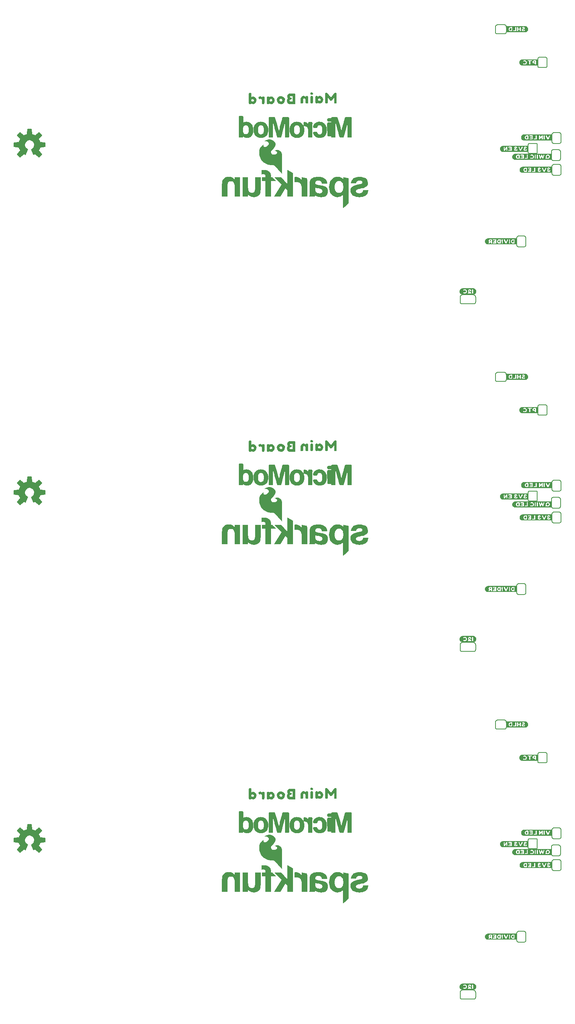
<source format=gbo>
G04 EAGLE Gerber RS-274X export*
G75*
%MOMM*%
%FSLAX34Y34*%
%LPD*%
%INSilkscreen Bottom*%
%IPPOS*%
%AMOC8*
5,1,8,0,0,1.08239X$1,22.5*%
G01*
%ADD10C,0.152400*%
%ADD11C,0.203200*%

G36*
X62273Y1968126D02*
X62273Y1968126D01*
X62381Y1968136D01*
X62394Y1968142D01*
X62408Y1968144D01*
X62505Y1968192D01*
X62604Y1968237D01*
X62617Y1968248D01*
X62626Y1968252D01*
X62641Y1968268D01*
X62718Y1968330D01*
X68750Y1974362D01*
X68800Y1974433D01*
X68805Y1974437D01*
X68807Y1974441D01*
X68813Y1974450D01*
X68879Y1974536D01*
X68884Y1974549D01*
X68892Y1974561D01*
X68923Y1974664D01*
X68959Y1974767D01*
X68959Y1974781D01*
X68963Y1974794D01*
X68959Y1974902D01*
X68960Y1975011D01*
X68955Y1975024D01*
X68955Y1975038D01*
X68917Y1975140D01*
X68882Y1975242D01*
X68873Y1975257D01*
X68869Y1975266D01*
X68855Y1975283D01*
X68801Y1975365D01*
X61947Y1983771D01*
X62985Y1985657D01*
X62993Y1985679D01*
X63021Y1985731D01*
X64038Y1988187D01*
X64044Y1988210D01*
X64066Y1988265D01*
X64665Y1990333D01*
X75455Y1991430D01*
X75559Y1991458D01*
X75665Y1991483D01*
X75677Y1991490D01*
X75690Y1991493D01*
X75780Y1991554D01*
X75873Y1991611D01*
X75881Y1991622D01*
X75893Y1991630D01*
X75959Y1991716D01*
X76028Y1991800D01*
X76032Y1991813D01*
X76041Y1991824D01*
X76075Y1991927D01*
X76114Y1992028D01*
X76115Y1992046D01*
X76119Y1992055D01*
X76119Y1992077D01*
X76128Y1992175D01*
X76128Y2000705D01*
X76111Y2000812D01*
X76097Y2000920D01*
X76091Y2000932D01*
X76089Y2000946D01*
X76037Y2001042D01*
X75990Y2001139D01*
X75980Y2001149D01*
X75974Y2001161D01*
X75894Y2001235D01*
X75818Y2001312D01*
X75806Y2001318D01*
X75796Y2001328D01*
X75697Y2001373D01*
X75600Y2001421D01*
X75582Y2001425D01*
X75573Y2001429D01*
X75552Y2001431D01*
X75455Y2001450D01*
X64665Y2002547D01*
X64066Y2004615D01*
X64055Y2004636D01*
X64038Y2004693D01*
X63021Y2007149D01*
X63008Y2007169D01*
X62985Y2007223D01*
X61947Y2009109D01*
X68801Y2017515D01*
X68855Y2017609D01*
X68912Y2017701D01*
X68915Y2017714D01*
X68922Y2017726D01*
X68943Y2017833D01*
X68968Y2017938D01*
X68966Y2017952D01*
X68969Y2017966D01*
X68954Y2018073D01*
X68944Y2018181D01*
X68938Y2018194D01*
X68936Y2018208D01*
X68888Y2018305D01*
X68843Y2018404D01*
X68832Y2018417D01*
X68828Y2018426D01*
X68812Y2018441D01*
X68750Y2018518D01*
X62718Y2024550D01*
X62630Y2024613D01*
X62544Y2024679D01*
X62531Y2024684D01*
X62519Y2024692D01*
X62416Y2024723D01*
X62313Y2024759D01*
X62299Y2024759D01*
X62286Y2024763D01*
X62178Y2024759D01*
X62069Y2024760D01*
X62056Y2024755D01*
X62042Y2024755D01*
X61940Y2024717D01*
X61838Y2024682D01*
X61823Y2024673D01*
X61814Y2024669D01*
X61797Y2024655D01*
X61715Y2024601D01*
X53309Y2017747D01*
X51423Y2018785D01*
X51401Y2018793D01*
X51349Y2018821D01*
X48893Y2019838D01*
X48870Y2019844D01*
X48815Y2019866D01*
X46747Y2020465D01*
X45650Y2031255D01*
X45622Y2031359D01*
X45597Y2031465D01*
X45590Y2031477D01*
X45587Y2031490D01*
X45526Y2031580D01*
X45469Y2031673D01*
X45458Y2031681D01*
X45450Y2031693D01*
X45364Y2031759D01*
X45280Y2031828D01*
X45267Y2031832D01*
X45256Y2031841D01*
X45153Y2031875D01*
X45052Y2031914D01*
X45034Y2031915D01*
X45025Y2031919D01*
X45003Y2031919D01*
X44905Y2031928D01*
X36375Y2031928D01*
X36268Y2031911D01*
X36160Y2031897D01*
X36148Y2031891D01*
X36134Y2031889D01*
X36038Y2031837D01*
X35941Y2031790D01*
X35931Y2031780D01*
X35919Y2031774D01*
X35845Y2031694D01*
X35768Y2031618D01*
X35762Y2031606D01*
X35752Y2031596D01*
X35707Y2031497D01*
X35659Y2031400D01*
X35655Y2031382D01*
X35651Y2031373D01*
X35649Y2031352D01*
X35630Y2031255D01*
X34533Y2020465D01*
X32465Y2019866D01*
X32444Y2019855D01*
X32387Y2019838D01*
X29931Y2018821D01*
X29911Y2018808D01*
X29857Y2018785D01*
X27971Y2017747D01*
X19565Y2024601D01*
X19471Y2024655D01*
X19379Y2024712D01*
X19366Y2024715D01*
X19354Y2024722D01*
X19247Y2024743D01*
X19142Y2024768D01*
X19128Y2024766D01*
X19114Y2024769D01*
X19007Y2024754D01*
X18899Y2024744D01*
X18886Y2024738D01*
X18873Y2024736D01*
X18775Y2024688D01*
X18676Y2024643D01*
X18663Y2024632D01*
X18654Y2024628D01*
X18639Y2024612D01*
X18562Y2024550D01*
X12530Y2018518D01*
X12467Y2018430D01*
X12401Y2018344D01*
X12396Y2018331D01*
X12388Y2018319D01*
X12357Y2018216D01*
X12321Y2018113D01*
X12321Y2018099D01*
X12317Y2018086D01*
X12321Y2017978D01*
X12320Y2017869D01*
X12325Y2017856D01*
X12325Y2017842D01*
X12363Y2017740D01*
X12398Y2017638D01*
X12407Y2017623D01*
X12411Y2017614D01*
X12425Y2017597D01*
X12479Y2017515D01*
X19333Y2009109D01*
X18295Y2007223D01*
X18287Y2007201D01*
X18259Y2007149D01*
X17242Y2004693D01*
X17236Y2004670D01*
X17214Y2004615D01*
X16615Y2002547D01*
X5825Y2001450D01*
X5721Y2001422D01*
X5615Y2001397D01*
X5603Y2001390D01*
X5590Y2001387D01*
X5500Y2001326D01*
X5407Y2001269D01*
X5399Y2001258D01*
X5387Y2001250D01*
X5321Y2001164D01*
X5253Y2001080D01*
X5248Y2001067D01*
X5239Y2001056D01*
X5205Y2000953D01*
X5166Y2000852D01*
X5165Y2000834D01*
X5161Y2000825D01*
X5162Y2000803D01*
X5152Y2000705D01*
X5152Y1992175D01*
X5169Y1992068D01*
X5183Y1991960D01*
X5189Y1991948D01*
X5191Y1991934D01*
X5243Y1991838D01*
X5290Y1991741D01*
X5300Y1991731D01*
X5306Y1991719D01*
X5386Y1991645D01*
X5462Y1991568D01*
X5474Y1991562D01*
X5485Y1991552D01*
X5583Y1991507D01*
X5680Y1991459D01*
X5698Y1991455D01*
X5707Y1991451D01*
X5728Y1991449D01*
X5825Y1991430D01*
X16615Y1990333D01*
X17214Y1988265D01*
X17225Y1988244D01*
X17242Y1988187D01*
X18259Y1985731D01*
X18272Y1985711D01*
X18295Y1985657D01*
X19333Y1983771D01*
X12479Y1975365D01*
X12425Y1975271D01*
X12368Y1975179D01*
X12365Y1975166D01*
X12358Y1975154D01*
X12337Y1975047D01*
X12312Y1974942D01*
X12314Y1974928D01*
X12311Y1974914D01*
X12326Y1974807D01*
X12336Y1974699D01*
X12342Y1974686D01*
X12344Y1974673D01*
X12392Y1974575D01*
X12437Y1974476D01*
X12448Y1974463D01*
X12452Y1974454D01*
X12468Y1974439D01*
X12530Y1974362D01*
X18562Y1968330D01*
X18650Y1968267D01*
X18736Y1968201D01*
X18749Y1968196D01*
X18761Y1968188D01*
X18864Y1968157D01*
X18967Y1968121D01*
X18981Y1968121D01*
X18994Y1968117D01*
X19102Y1968121D01*
X19211Y1968120D01*
X19224Y1968125D01*
X19238Y1968125D01*
X19340Y1968163D01*
X19442Y1968198D01*
X19457Y1968207D01*
X19466Y1968211D01*
X19483Y1968225D01*
X19565Y1968279D01*
X27965Y1975128D01*
X29252Y1974396D01*
X29271Y1974389D01*
X29307Y1974368D01*
X31116Y1973529D01*
X31154Y1973519D01*
X31190Y1973500D01*
X31271Y1973486D01*
X31351Y1973464D01*
X31391Y1973466D01*
X31430Y1973460D01*
X31512Y1973473D01*
X31595Y1973478D01*
X31632Y1973493D01*
X31671Y1973499D01*
X31744Y1973538D01*
X31821Y1973569D01*
X31851Y1973595D01*
X31887Y1973614D01*
X31943Y1973674D01*
X32006Y1973728D01*
X32026Y1973763D01*
X32054Y1973792D01*
X32123Y1973922D01*
X37146Y1986048D01*
X37171Y1986157D01*
X37200Y1986264D01*
X37199Y1986275D01*
X37202Y1986286D01*
X37191Y1986396D01*
X37183Y1986508D01*
X37179Y1986518D01*
X37178Y1986529D01*
X37132Y1986630D01*
X37089Y1986733D01*
X37082Y1986741D01*
X37077Y1986751D01*
X37001Y1986832D01*
X36928Y1986916D01*
X36916Y1986923D01*
X36910Y1986929D01*
X36893Y1986938D01*
X36804Y1986997D01*
X35054Y1987924D01*
X33562Y1989116D01*
X32319Y1990567D01*
X31369Y1992224D01*
X30744Y1994029D01*
X30468Y1995919D01*
X30550Y1997827D01*
X30986Y1999687D01*
X31762Y2001432D01*
X32851Y2003002D01*
X34213Y2004341D01*
X35801Y2005402D01*
X37559Y2006148D01*
X39426Y2006553D01*
X41335Y2006601D01*
X43220Y2006293D01*
X45015Y2005638D01*
X46655Y2004659D01*
X48084Y2003392D01*
X49251Y2001880D01*
X50115Y2000177D01*
X50646Y1998342D01*
X50826Y1996436D01*
X50682Y1994734D01*
X50255Y1993076D01*
X49555Y1991513D01*
X49216Y1991005D01*
X48715Y1990256D01*
X48715Y1990255D01*
X48604Y1990089D01*
X47428Y1988845D01*
X46060Y1987816D01*
X44482Y1987001D01*
X44390Y1986932D01*
X44297Y1986865D01*
X44292Y1986859D01*
X44286Y1986855D01*
X44221Y1986760D01*
X44154Y1986667D01*
X44152Y1986660D01*
X44148Y1986654D01*
X44117Y1986543D01*
X44083Y1986434D01*
X44083Y1986426D01*
X44082Y1986419D01*
X44087Y1986305D01*
X44091Y1986190D01*
X44094Y1986181D01*
X44094Y1986176D01*
X44100Y1986161D01*
X44134Y1986048D01*
X49157Y1973922D01*
X49178Y1973888D01*
X49191Y1973851D01*
X49242Y1973785D01*
X49286Y1973715D01*
X49317Y1973690D01*
X49341Y1973658D01*
X49410Y1973613D01*
X49474Y1973560D01*
X49512Y1973546D01*
X49545Y1973524D01*
X49625Y1973503D01*
X49703Y1973474D01*
X49743Y1973473D01*
X49781Y1973463D01*
X49864Y1973469D01*
X49946Y1973466D01*
X49985Y1973478D01*
X50025Y1973481D01*
X50164Y1973529D01*
X51973Y1974368D01*
X51989Y1974379D01*
X52028Y1974396D01*
X53315Y1975128D01*
X61715Y1968279D01*
X61809Y1968225D01*
X61901Y1968168D01*
X61914Y1968165D01*
X61926Y1968158D01*
X62033Y1968137D01*
X62138Y1968112D01*
X62152Y1968114D01*
X62166Y1968111D01*
X62273Y1968126D01*
G37*
G36*
X62273Y413646D02*
X62273Y413646D01*
X62381Y413656D01*
X62394Y413662D01*
X62408Y413664D01*
X62505Y413712D01*
X62604Y413757D01*
X62617Y413768D01*
X62626Y413772D01*
X62641Y413788D01*
X62718Y413850D01*
X68750Y419882D01*
X68800Y419953D01*
X68805Y419958D01*
X68807Y419961D01*
X68813Y419970D01*
X68879Y420056D01*
X68884Y420069D01*
X68892Y420081D01*
X68923Y420184D01*
X68959Y420287D01*
X68959Y420301D01*
X68963Y420314D01*
X68959Y420422D01*
X68960Y420531D01*
X68955Y420544D01*
X68955Y420558D01*
X68917Y420660D01*
X68882Y420762D01*
X68873Y420777D01*
X68869Y420786D01*
X68855Y420803D01*
X68801Y420885D01*
X61947Y429291D01*
X62985Y431177D01*
X62993Y431199D01*
X63021Y431251D01*
X64038Y433707D01*
X64044Y433730D01*
X64066Y433785D01*
X64665Y435853D01*
X75455Y436950D01*
X75559Y436978D01*
X75665Y437003D01*
X75677Y437010D01*
X75690Y437013D01*
X75780Y437074D01*
X75873Y437131D01*
X75881Y437142D01*
X75893Y437150D01*
X75959Y437236D01*
X76028Y437320D01*
X76032Y437333D01*
X76041Y437344D01*
X76075Y437447D01*
X76114Y437548D01*
X76115Y437566D01*
X76119Y437575D01*
X76119Y437597D01*
X76128Y437695D01*
X76128Y446225D01*
X76111Y446332D01*
X76097Y446440D01*
X76091Y446452D01*
X76089Y446466D01*
X76037Y446562D01*
X75990Y446659D01*
X75980Y446669D01*
X75974Y446681D01*
X75894Y446755D01*
X75818Y446832D01*
X75806Y446838D01*
X75796Y446848D01*
X75697Y446893D01*
X75600Y446941D01*
X75582Y446945D01*
X75573Y446949D01*
X75552Y446951D01*
X75455Y446970D01*
X64665Y448067D01*
X64066Y450135D01*
X64055Y450156D01*
X64038Y450213D01*
X63021Y452669D01*
X63008Y452689D01*
X62985Y452743D01*
X61947Y454629D01*
X68801Y463035D01*
X68855Y463129D01*
X68912Y463221D01*
X68915Y463234D01*
X68922Y463246D01*
X68943Y463353D01*
X68968Y463458D01*
X68966Y463472D01*
X68969Y463486D01*
X68954Y463593D01*
X68944Y463701D01*
X68938Y463714D01*
X68936Y463728D01*
X68888Y463825D01*
X68843Y463924D01*
X68832Y463937D01*
X68828Y463946D01*
X68812Y463961D01*
X68750Y464038D01*
X62718Y470070D01*
X62630Y470133D01*
X62544Y470199D01*
X62531Y470204D01*
X62519Y470212D01*
X62416Y470243D01*
X62313Y470279D01*
X62299Y470279D01*
X62286Y470283D01*
X62178Y470279D01*
X62069Y470280D01*
X62056Y470275D01*
X62042Y470275D01*
X61940Y470237D01*
X61838Y470202D01*
X61823Y470193D01*
X61814Y470189D01*
X61797Y470175D01*
X61715Y470121D01*
X53309Y463267D01*
X51423Y464305D01*
X51401Y464313D01*
X51349Y464341D01*
X48893Y465358D01*
X48870Y465364D01*
X48815Y465386D01*
X46747Y465985D01*
X45650Y476775D01*
X45622Y476879D01*
X45597Y476985D01*
X45590Y476997D01*
X45587Y477010D01*
X45526Y477100D01*
X45469Y477193D01*
X45458Y477201D01*
X45450Y477213D01*
X45364Y477279D01*
X45280Y477348D01*
X45267Y477352D01*
X45256Y477361D01*
X45153Y477395D01*
X45052Y477434D01*
X45034Y477435D01*
X45025Y477439D01*
X45003Y477439D01*
X44905Y477448D01*
X36375Y477448D01*
X36268Y477431D01*
X36160Y477417D01*
X36148Y477411D01*
X36134Y477409D01*
X36038Y477357D01*
X35941Y477310D01*
X35931Y477300D01*
X35919Y477294D01*
X35845Y477214D01*
X35768Y477138D01*
X35762Y477126D01*
X35752Y477116D01*
X35707Y477017D01*
X35659Y476920D01*
X35655Y476902D01*
X35651Y476893D01*
X35649Y476872D01*
X35630Y476775D01*
X34533Y465985D01*
X32465Y465386D01*
X32444Y465375D01*
X32387Y465358D01*
X29931Y464341D01*
X29911Y464328D01*
X29857Y464305D01*
X27971Y463267D01*
X19565Y470121D01*
X19471Y470175D01*
X19379Y470232D01*
X19366Y470235D01*
X19354Y470242D01*
X19247Y470263D01*
X19142Y470288D01*
X19128Y470286D01*
X19114Y470289D01*
X19007Y470274D01*
X18899Y470264D01*
X18886Y470258D01*
X18873Y470256D01*
X18775Y470208D01*
X18676Y470163D01*
X18663Y470152D01*
X18654Y470148D01*
X18639Y470132D01*
X18562Y470070D01*
X12530Y464038D01*
X12467Y463950D01*
X12401Y463864D01*
X12396Y463851D01*
X12388Y463839D01*
X12357Y463736D01*
X12321Y463633D01*
X12321Y463619D01*
X12317Y463606D01*
X12321Y463498D01*
X12320Y463389D01*
X12325Y463376D01*
X12325Y463362D01*
X12363Y463260D01*
X12398Y463158D01*
X12407Y463143D01*
X12411Y463134D01*
X12425Y463117D01*
X12479Y463035D01*
X19333Y454629D01*
X18295Y452743D01*
X18287Y452721D01*
X18259Y452669D01*
X17242Y450213D01*
X17236Y450190D01*
X17214Y450135D01*
X16615Y448067D01*
X5825Y446970D01*
X5721Y446942D01*
X5615Y446917D01*
X5603Y446910D01*
X5590Y446907D01*
X5500Y446846D01*
X5407Y446789D01*
X5399Y446778D01*
X5387Y446770D01*
X5321Y446684D01*
X5253Y446600D01*
X5248Y446587D01*
X5239Y446576D01*
X5205Y446473D01*
X5166Y446372D01*
X5165Y446354D01*
X5161Y446345D01*
X5162Y446323D01*
X5152Y446225D01*
X5152Y437695D01*
X5169Y437588D01*
X5183Y437480D01*
X5189Y437468D01*
X5191Y437454D01*
X5243Y437358D01*
X5290Y437261D01*
X5300Y437251D01*
X5306Y437239D01*
X5386Y437165D01*
X5462Y437088D01*
X5474Y437082D01*
X5485Y437072D01*
X5583Y437027D01*
X5680Y436979D01*
X5698Y436975D01*
X5707Y436971D01*
X5728Y436969D01*
X5825Y436950D01*
X16615Y435853D01*
X17214Y433785D01*
X17225Y433764D01*
X17242Y433707D01*
X18259Y431251D01*
X18272Y431231D01*
X18295Y431177D01*
X19333Y429291D01*
X12479Y420885D01*
X12425Y420791D01*
X12368Y420699D01*
X12365Y420686D01*
X12358Y420674D01*
X12337Y420567D01*
X12312Y420462D01*
X12314Y420448D01*
X12311Y420434D01*
X12326Y420327D01*
X12336Y420219D01*
X12342Y420206D01*
X12344Y420193D01*
X12392Y420095D01*
X12437Y419996D01*
X12448Y419983D01*
X12452Y419974D01*
X12468Y419959D01*
X12530Y419882D01*
X18562Y413850D01*
X18650Y413787D01*
X18736Y413721D01*
X18749Y413716D01*
X18761Y413708D01*
X18864Y413677D01*
X18967Y413641D01*
X18981Y413641D01*
X18994Y413637D01*
X19102Y413641D01*
X19211Y413640D01*
X19224Y413645D01*
X19238Y413645D01*
X19340Y413683D01*
X19442Y413718D01*
X19457Y413727D01*
X19466Y413731D01*
X19483Y413745D01*
X19565Y413799D01*
X27965Y420648D01*
X29252Y419916D01*
X29271Y419909D01*
X29307Y419888D01*
X31116Y419049D01*
X31154Y419039D01*
X31190Y419020D01*
X31271Y419006D01*
X31351Y418984D01*
X31391Y418986D01*
X31430Y418980D01*
X31512Y418993D01*
X31595Y418998D01*
X31632Y419013D01*
X31671Y419019D01*
X31744Y419058D01*
X31821Y419089D01*
X31851Y419115D01*
X31887Y419134D01*
X31943Y419194D01*
X32006Y419248D01*
X32026Y419283D01*
X32054Y419312D01*
X32123Y419442D01*
X37146Y431568D01*
X37171Y431677D01*
X37200Y431784D01*
X37199Y431795D01*
X37202Y431806D01*
X37191Y431916D01*
X37183Y432028D01*
X37179Y432038D01*
X37178Y432049D01*
X37132Y432150D01*
X37089Y432253D01*
X37082Y432261D01*
X37077Y432271D01*
X37001Y432352D01*
X36928Y432436D01*
X36916Y432443D01*
X36910Y432449D01*
X36893Y432458D01*
X36804Y432517D01*
X35054Y433444D01*
X33562Y434636D01*
X32319Y436087D01*
X31369Y437744D01*
X30744Y439549D01*
X30468Y441439D01*
X30550Y443347D01*
X30986Y445207D01*
X31762Y446952D01*
X32851Y448522D01*
X34213Y449861D01*
X35801Y450922D01*
X37559Y451668D01*
X39426Y452073D01*
X41335Y452121D01*
X43220Y451813D01*
X45015Y451158D01*
X46655Y450179D01*
X48084Y448912D01*
X49251Y447400D01*
X50115Y445697D01*
X50646Y443862D01*
X50826Y441956D01*
X50682Y440254D01*
X50255Y438596D01*
X49555Y437033D01*
X49216Y436525D01*
X48715Y435776D01*
X48715Y435775D01*
X48604Y435609D01*
X47428Y434365D01*
X46060Y433336D01*
X44482Y432521D01*
X44390Y432452D01*
X44297Y432385D01*
X44292Y432379D01*
X44286Y432375D01*
X44221Y432280D01*
X44154Y432187D01*
X44152Y432180D01*
X44148Y432174D01*
X44117Y432063D01*
X44083Y431954D01*
X44083Y431946D01*
X44082Y431939D01*
X44087Y431825D01*
X44091Y431710D01*
X44094Y431701D01*
X44094Y431696D01*
X44100Y431681D01*
X44134Y431568D01*
X49157Y419442D01*
X49178Y419408D01*
X49191Y419371D01*
X49242Y419305D01*
X49286Y419235D01*
X49317Y419210D01*
X49341Y419178D01*
X49410Y419133D01*
X49474Y419080D01*
X49512Y419066D01*
X49545Y419044D01*
X49625Y419023D01*
X49703Y418994D01*
X49743Y418993D01*
X49781Y418983D01*
X49864Y418989D01*
X49946Y418986D01*
X49985Y418998D01*
X50025Y419001D01*
X50164Y419049D01*
X51973Y419888D01*
X51989Y419899D01*
X52028Y419916D01*
X53315Y420648D01*
X61715Y413799D01*
X61809Y413745D01*
X61901Y413688D01*
X61914Y413685D01*
X61926Y413678D01*
X62033Y413657D01*
X62138Y413632D01*
X62152Y413634D01*
X62166Y413631D01*
X62273Y413646D01*
G37*
G36*
X62273Y1190886D02*
X62273Y1190886D01*
X62381Y1190896D01*
X62394Y1190902D01*
X62408Y1190904D01*
X62505Y1190952D01*
X62604Y1190997D01*
X62617Y1191008D01*
X62626Y1191012D01*
X62641Y1191028D01*
X62718Y1191090D01*
X68750Y1197122D01*
X68800Y1197193D01*
X68805Y1197198D01*
X68807Y1197201D01*
X68813Y1197210D01*
X68879Y1197296D01*
X68884Y1197309D01*
X68892Y1197321D01*
X68923Y1197424D01*
X68959Y1197527D01*
X68959Y1197541D01*
X68963Y1197554D01*
X68959Y1197662D01*
X68960Y1197771D01*
X68955Y1197784D01*
X68955Y1197798D01*
X68917Y1197900D01*
X68882Y1198002D01*
X68873Y1198017D01*
X68869Y1198026D01*
X68855Y1198043D01*
X68801Y1198125D01*
X61947Y1206531D01*
X62985Y1208417D01*
X62993Y1208439D01*
X63021Y1208491D01*
X64038Y1210947D01*
X64044Y1210970D01*
X64066Y1211025D01*
X64665Y1213093D01*
X75455Y1214190D01*
X75559Y1214218D01*
X75665Y1214243D01*
X75677Y1214250D01*
X75690Y1214253D01*
X75780Y1214314D01*
X75873Y1214371D01*
X75881Y1214382D01*
X75893Y1214390D01*
X75959Y1214476D01*
X76028Y1214560D01*
X76032Y1214573D01*
X76041Y1214584D01*
X76075Y1214687D01*
X76114Y1214788D01*
X76115Y1214806D01*
X76119Y1214815D01*
X76119Y1214837D01*
X76128Y1214935D01*
X76128Y1223465D01*
X76111Y1223572D01*
X76097Y1223680D01*
X76091Y1223692D01*
X76089Y1223706D01*
X76037Y1223802D01*
X75990Y1223899D01*
X75980Y1223909D01*
X75974Y1223921D01*
X75894Y1223995D01*
X75818Y1224072D01*
X75806Y1224078D01*
X75796Y1224088D01*
X75697Y1224133D01*
X75600Y1224181D01*
X75582Y1224185D01*
X75573Y1224189D01*
X75552Y1224191D01*
X75455Y1224210D01*
X64665Y1225307D01*
X64066Y1227375D01*
X64055Y1227396D01*
X64038Y1227453D01*
X63021Y1229909D01*
X63008Y1229929D01*
X62985Y1229983D01*
X61947Y1231869D01*
X68801Y1240275D01*
X68855Y1240369D01*
X68912Y1240461D01*
X68915Y1240474D01*
X68922Y1240486D01*
X68943Y1240593D01*
X68968Y1240698D01*
X68966Y1240712D01*
X68969Y1240726D01*
X68954Y1240833D01*
X68944Y1240941D01*
X68938Y1240954D01*
X68936Y1240968D01*
X68888Y1241065D01*
X68843Y1241164D01*
X68832Y1241177D01*
X68828Y1241186D01*
X68812Y1241201D01*
X68750Y1241278D01*
X62718Y1247310D01*
X62630Y1247373D01*
X62544Y1247439D01*
X62531Y1247444D01*
X62519Y1247452D01*
X62416Y1247483D01*
X62313Y1247519D01*
X62299Y1247519D01*
X62286Y1247523D01*
X62178Y1247519D01*
X62069Y1247520D01*
X62056Y1247515D01*
X62042Y1247515D01*
X61940Y1247477D01*
X61838Y1247442D01*
X61823Y1247433D01*
X61814Y1247429D01*
X61797Y1247415D01*
X61715Y1247361D01*
X53309Y1240507D01*
X51423Y1241545D01*
X51401Y1241553D01*
X51349Y1241581D01*
X48893Y1242598D01*
X48870Y1242604D01*
X48815Y1242626D01*
X46747Y1243225D01*
X45650Y1254015D01*
X45622Y1254119D01*
X45597Y1254225D01*
X45590Y1254237D01*
X45587Y1254250D01*
X45526Y1254340D01*
X45469Y1254433D01*
X45458Y1254441D01*
X45450Y1254453D01*
X45364Y1254519D01*
X45280Y1254588D01*
X45267Y1254592D01*
X45256Y1254601D01*
X45153Y1254635D01*
X45052Y1254674D01*
X45034Y1254675D01*
X45025Y1254679D01*
X45003Y1254679D01*
X44905Y1254688D01*
X36375Y1254688D01*
X36268Y1254671D01*
X36160Y1254657D01*
X36148Y1254651D01*
X36134Y1254649D01*
X36038Y1254597D01*
X35941Y1254550D01*
X35931Y1254540D01*
X35919Y1254534D01*
X35845Y1254454D01*
X35768Y1254378D01*
X35762Y1254366D01*
X35752Y1254356D01*
X35707Y1254257D01*
X35659Y1254160D01*
X35655Y1254142D01*
X35651Y1254133D01*
X35649Y1254112D01*
X35630Y1254015D01*
X34533Y1243225D01*
X32465Y1242626D01*
X32444Y1242615D01*
X32387Y1242598D01*
X29931Y1241581D01*
X29911Y1241568D01*
X29857Y1241545D01*
X27971Y1240507D01*
X19565Y1247361D01*
X19471Y1247415D01*
X19379Y1247472D01*
X19366Y1247475D01*
X19354Y1247482D01*
X19247Y1247503D01*
X19142Y1247528D01*
X19128Y1247526D01*
X19114Y1247529D01*
X19007Y1247514D01*
X18899Y1247504D01*
X18886Y1247498D01*
X18873Y1247496D01*
X18775Y1247448D01*
X18676Y1247403D01*
X18663Y1247392D01*
X18654Y1247388D01*
X18639Y1247372D01*
X18562Y1247310D01*
X12530Y1241278D01*
X12467Y1241190D01*
X12401Y1241104D01*
X12396Y1241091D01*
X12388Y1241079D01*
X12357Y1240976D01*
X12321Y1240873D01*
X12321Y1240859D01*
X12317Y1240846D01*
X12321Y1240738D01*
X12320Y1240629D01*
X12325Y1240616D01*
X12325Y1240602D01*
X12363Y1240500D01*
X12398Y1240398D01*
X12407Y1240383D01*
X12411Y1240374D01*
X12425Y1240357D01*
X12479Y1240275D01*
X19333Y1231869D01*
X18295Y1229983D01*
X18287Y1229961D01*
X18259Y1229909D01*
X17242Y1227453D01*
X17236Y1227430D01*
X17214Y1227375D01*
X16615Y1225307D01*
X5825Y1224210D01*
X5721Y1224182D01*
X5615Y1224157D01*
X5603Y1224150D01*
X5590Y1224147D01*
X5500Y1224086D01*
X5407Y1224029D01*
X5399Y1224018D01*
X5387Y1224010D01*
X5321Y1223924D01*
X5253Y1223840D01*
X5248Y1223827D01*
X5239Y1223816D01*
X5205Y1223713D01*
X5166Y1223612D01*
X5165Y1223594D01*
X5161Y1223585D01*
X5162Y1223563D01*
X5152Y1223465D01*
X5152Y1214935D01*
X5169Y1214828D01*
X5183Y1214720D01*
X5189Y1214708D01*
X5191Y1214694D01*
X5243Y1214598D01*
X5290Y1214501D01*
X5300Y1214491D01*
X5306Y1214479D01*
X5386Y1214405D01*
X5462Y1214328D01*
X5474Y1214322D01*
X5485Y1214312D01*
X5583Y1214267D01*
X5680Y1214219D01*
X5698Y1214215D01*
X5707Y1214211D01*
X5728Y1214209D01*
X5825Y1214190D01*
X16615Y1213093D01*
X17214Y1211025D01*
X17225Y1211004D01*
X17242Y1210947D01*
X18259Y1208491D01*
X18272Y1208471D01*
X18295Y1208417D01*
X19333Y1206531D01*
X12479Y1198125D01*
X12425Y1198031D01*
X12368Y1197939D01*
X12365Y1197926D01*
X12358Y1197914D01*
X12337Y1197807D01*
X12312Y1197702D01*
X12314Y1197688D01*
X12311Y1197674D01*
X12326Y1197567D01*
X12336Y1197459D01*
X12342Y1197446D01*
X12344Y1197433D01*
X12392Y1197335D01*
X12437Y1197236D01*
X12448Y1197223D01*
X12452Y1197214D01*
X12468Y1197199D01*
X12530Y1197122D01*
X18562Y1191090D01*
X18650Y1191027D01*
X18736Y1190961D01*
X18749Y1190956D01*
X18761Y1190948D01*
X18864Y1190917D01*
X18967Y1190881D01*
X18981Y1190881D01*
X18994Y1190877D01*
X19102Y1190881D01*
X19211Y1190880D01*
X19224Y1190885D01*
X19238Y1190885D01*
X19340Y1190923D01*
X19442Y1190958D01*
X19457Y1190967D01*
X19466Y1190971D01*
X19483Y1190985D01*
X19565Y1191039D01*
X27965Y1197888D01*
X29252Y1197156D01*
X29271Y1197149D01*
X29307Y1197128D01*
X31116Y1196289D01*
X31154Y1196279D01*
X31190Y1196260D01*
X31271Y1196246D01*
X31351Y1196224D01*
X31391Y1196226D01*
X31430Y1196220D01*
X31512Y1196233D01*
X31595Y1196238D01*
X31632Y1196253D01*
X31671Y1196259D01*
X31744Y1196298D01*
X31821Y1196329D01*
X31851Y1196355D01*
X31887Y1196374D01*
X31943Y1196434D01*
X32006Y1196488D01*
X32026Y1196523D01*
X32054Y1196552D01*
X32123Y1196682D01*
X37146Y1208808D01*
X37171Y1208917D01*
X37200Y1209024D01*
X37199Y1209035D01*
X37202Y1209046D01*
X37191Y1209156D01*
X37183Y1209268D01*
X37179Y1209278D01*
X37178Y1209289D01*
X37132Y1209390D01*
X37089Y1209493D01*
X37082Y1209501D01*
X37077Y1209511D01*
X37001Y1209592D01*
X36928Y1209676D01*
X36916Y1209683D01*
X36910Y1209689D01*
X36893Y1209698D01*
X36804Y1209757D01*
X35054Y1210684D01*
X33562Y1211876D01*
X32319Y1213327D01*
X31369Y1214984D01*
X30744Y1216789D01*
X30468Y1218679D01*
X30550Y1220587D01*
X30986Y1222447D01*
X31762Y1224192D01*
X32851Y1225762D01*
X34213Y1227101D01*
X35801Y1228162D01*
X37559Y1228908D01*
X39426Y1229313D01*
X41335Y1229361D01*
X43220Y1229053D01*
X45015Y1228398D01*
X46655Y1227419D01*
X48084Y1226152D01*
X49251Y1224640D01*
X50115Y1222937D01*
X50646Y1221102D01*
X50826Y1219196D01*
X50682Y1217494D01*
X50255Y1215836D01*
X49555Y1214273D01*
X49216Y1213765D01*
X48715Y1213016D01*
X48715Y1213015D01*
X48604Y1212849D01*
X47428Y1211605D01*
X46060Y1210576D01*
X44482Y1209761D01*
X44390Y1209692D01*
X44297Y1209625D01*
X44292Y1209619D01*
X44286Y1209615D01*
X44221Y1209520D01*
X44154Y1209427D01*
X44152Y1209420D01*
X44148Y1209414D01*
X44117Y1209303D01*
X44083Y1209194D01*
X44083Y1209186D01*
X44082Y1209179D01*
X44087Y1209065D01*
X44091Y1208950D01*
X44094Y1208941D01*
X44094Y1208936D01*
X44100Y1208921D01*
X44134Y1208808D01*
X49157Y1196682D01*
X49178Y1196648D01*
X49191Y1196611D01*
X49242Y1196545D01*
X49286Y1196475D01*
X49317Y1196450D01*
X49341Y1196418D01*
X49410Y1196373D01*
X49474Y1196320D01*
X49512Y1196306D01*
X49545Y1196284D01*
X49625Y1196263D01*
X49703Y1196234D01*
X49743Y1196233D01*
X49781Y1196223D01*
X49864Y1196229D01*
X49946Y1196226D01*
X49985Y1196238D01*
X50025Y1196241D01*
X50164Y1196289D01*
X51973Y1197128D01*
X51989Y1197139D01*
X52028Y1197156D01*
X53315Y1197888D01*
X61715Y1191039D01*
X61809Y1190985D01*
X61901Y1190928D01*
X61914Y1190925D01*
X61926Y1190918D01*
X62033Y1190897D01*
X62138Y1190872D01*
X62152Y1190874D01*
X62166Y1190871D01*
X62273Y1190886D01*
G37*
G36*
X605285Y1931732D02*
X605285Y1931732D01*
X605311Y1931733D01*
X605365Y1931763D01*
X605423Y1931785D01*
X605440Y1931804D01*
X605463Y1931816D01*
X605498Y1931867D01*
X605540Y1931912D01*
X605548Y1931937D01*
X605563Y1931958D01*
X605579Y1932042D01*
X605590Y1932078D01*
X605588Y1932088D01*
X605590Y1932100D01*
X605590Y1973400D01*
X605584Y1973425D01*
X605585Y1973460D01*
X605185Y1975960D01*
X605178Y1975979D01*
X605176Y1976004D01*
X604576Y1978104D01*
X604560Y1978133D01*
X604546Y1978178D01*
X603646Y1979878D01*
X603624Y1979903D01*
X603600Y1979946D01*
X602500Y1981246D01*
X602483Y1981258D01*
X602467Y1981280D01*
X601267Y1982380D01*
X601243Y1982394D01*
X601216Y1982420D01*
X599816Y1983320D01*
X599798Y1983326D01*
X599780Y1983340D01*
X598380Y1984040D01*
X598354Y1984046D01*
X598323Y1984063D01*
X596723Y1984563D01*
X596695Y1984565D01*
X596657Y1984577D01*
X595057Y1984777D01*
X595048Y1984776D01*
X595037Y1984779D01*
X593637Y1984879D01*
X593612Y1984875D01*
X593578Y1984879D01*
X592378Y1984779D01*
X592360Y1984773D01*
X592335Y1984773D01*
X591335Y1984573D01*
X591328Y1984569D01*
X591318Y1984569D01*
X590527Y1984371D01*
X590035Y1984273D01*
X590001Y1984257D01*
X589940Y1984240D01*
X589769Y1984155D01*
X589740Y1984140D01*
X589675Y1984086D01*
X589609Y1984032D01*
X589608Y1984030D01*
X589607Y1984029D01*
X589573Y1983953D01*
X589537Y1983874D01*
X589537Y1983872D01*
X589536Y1983871D01*
X589540Y1983786D01*
X589543Y1983701D01*
X589544Y1983699D01*
X589544Y1983698D01*
X589585Y1983622D01*
X589625Y1983548D01*
X589626Y1983547D01*
X589627Y1983546D01*
X589637Y1983539D01*
X589740Y1983460D01*
X589940Y1983360D01*
X589973Y1983352D01*
X590018Y1983331D01*
X590363Y1983245D01*
X590814Y1982974D01*
X590836Y1982967D01*
X590860Y1982951D01*
X591522Y1982667D01*
X592864Y1981709D01*
X593419Y1981153D01*
X593867Y1980525D01*
X594130Y1979738D01*
X594130Y1978856D01*
X593859Y1977955D01*
X593302Y1977026D01*
X592553Y1976183D01*
X591517Y1975430D01*
X590283Y1974860D01*
X588763Y1974480D01*
X586469Y1974480D01*
X584369Y1975148D01*
X582659Y1976194D01*
X581449Y1977590D01*
X580893Y1979350D01*
X580987Y1981320D01*
X581840Y1983500D01*
X583788Y1985740D01*
X586279Y1988231D01*
X586290Y1988250D01*
X586311Y1988268D01*
X588311Y1990868D01*
X588322Y1990892D01*
X588345Y1990920D01*
X589745Y1993520D01*
X589754Y1993555D01*
X589778Y1993605D01*
X590478Y1996305D01*
X590479Y1996342D01*
X590490Y1996400D01*
X590490Y1998900D01*
X590481Y1998938D01*
X590472Y1999016D01*
X589672Y2001516D01*
X589652Y2001549D01*
X589620Y2001620D01*
X587920Y2004020D01*
X587893Y2004044D01*
X587856Y2004090D01*
X585256Y2006290D01*
X585224Y2006307D01*
X585180Y2006340D01*
X581780Y2008040D01*
X581744Y2008049D01*
X581689Y2008072D01*
X578389Y2008772D01*
X578353Y2008771D01*
X578297Y2008780D01*
X575297Y2008680D01*
X575265Y2008671D01*
X575215Y2008668D01*
X572515Y2007968D01*
X572497Y2007959D01*
X572471Y2007954D01*
X570171Y2007054D01*
X570153Y2007041D01*
X570125Y2007032D01*
X568325Y2006032D01*
X568310Y2006019D01*
X568286Y2006008D01*
X567186Y2005208D01*
X567185Y2005206D01*
X567182Y2005204D01*
X566782Y2004904D01*
X566748Y2004864D01*
X566708Y2004831D01*
X566693Y2004798D01*
X566671Y2004771D01*
X566658Y2004720D01*
X566637Y2004672D01*
X566638Y2004637D01*
X566630Y2004603D01*
X566641Y2004552D01*
X566643Y2004499D01*
X566660Y2004468D01*
X566668Y2004434D01*
X566701Y2004393D01*
X566726Y2004347D01*
X566755Y2004327D01*
X566777Y2004299D01*
X566825Y2004278D01*
X566868Y2004247D01*
X566908Y2004240D01*
X566935Y2004227D01*
X566966Y2004228D01*
X567010Y2004220D01*
X567210Y2004220D01*
X567236Y2004226D01*
X567273Y2004225D01*
X567862Y2004323D01*
X568731Y2004420D01*
X569779Y2004420D01*
X570936Y2004227D01*
X572168Y2003942D01*
X573284Y2003292D01*
X574348Y2002325D01*
X574998Y2001675D01*
X575358Y2000954D01*
X575637Y2000118D01*
X575727Y1999300D01*
X575636Y1998476D01*
X575355Y1997541D01*
X574888Y1996606D01*
X574119Y1995645D01*
X573340Y1994768D01*
X572364Y1993890D01*
X571394Y1993114D01*
X570235Y1992438D01*
X569166Y1991952D01*
X568110Y1991568D01*
X567076Y1991380D01*
X566277Y1991380D01*
X565307Y1991733D01*
X564617Y1992337D01*
X564271Y1993028D01*
X564086Y1993862D01*
X563990Y1994721D01*
X563990Y1995462D01*
X564073Y1995876D01*
X564150Y1996030D01*
X564154Y1996045D01*
X564163Y1996058D01*
X564189Y1996192D01*
X564190Y1996199D01*
X564190Y1996200D01*
X564190Y1996300D01*
X564176Y1996361D01*
X564170Y1996424D01*
X564156Y1996445D01*
X564151Y1996469D01*
X564111Y1996517D01*
X564077Y1996570D01*
X564056Y1996583D01*
X564041Y1996602D01*
X563983Y1996628D01*
X563930Y1996661D01*
X563905Y1996663D01*
X563882Y1996673D01*
X563820Y1996671D01*
X563757Y1996677D01*
X563731Y1996668D01*
X563709Y1996667D01*
X563676Y1996649D01*
X563620Y1996629D01*
X561020Y1995129D01*
X560991Y1995103D01*
X560931Y1995058D01*
X558531Y1992458D01*
X558513Y1992428D01*
X558504Y1992417D01*
X558496Y1992410D01*
X558493Y1992404D01*
X558480Y1992389D01*
X556480Y1988889D01*
X556472Y1988863D01*
X556454Y1988833D01*
X554854Y1984533D01*
X554849Y1984500D01*
X554834Y1984455D01*
X554134Y1979655D01*
X554136Y1979623D01*
X554130Y1979579D01*
X554430Y1974279D01*
X554440Y1974247D01*
X554443Y1974200D01*
X555943Y1968700D01*
X555959Y1968670D01*
X555974Y1968623D01*
X558874Y1963123D01*
X558894Y1963099D01*
X558914Y1963061D01*
X561014Y1960461D01*
X561026Y1960452D01*
X561035Y1960437D01*
X563335Y1958037D01*
X563351Y1958027D01*
X563365Y1958009D01*
X565865Y1955909D01*
X565888Y1955898D01*
X565913Y1955875D01*
X568713Y1954175D01*
X568732Y1954169D01*
X568754Y1954153D01*
X571854Y1952753D01*
X571879Y1952748D01*
X571910Y1952733D01*
X575210Y1951833D01*
X575235Y1951832D01*
X575267Y1951822D01*
X578767Y1951422D01*
X578786Y1951424D01*
X578810Y1951420D01*
X582700Y1951420D01*
X584558Y1951322D01*
X586291Y1950937D01*
X587819Y1950268D01*
X589267Y1949207D01*
X590741Y1947831D01*
X592330Y1946143D01*
X594027Y1944246D01*
X594028Y1944245D01*
X595928Y1942145D01*
X595931Y1942143D01*
X595934Y1942139D01*
X597730Y1940243D01*
X599427Y1938346D01*
X600920Y1936654D01*
X602215Y1935060D01*
X602224Y1935054D01*
X602231Y1935042D01*
X603421Y1933752D01*
X604206Y1932771D01*
X604701Y1932079D01*
X604721Y1932061D01*
X604741Y1932031D01*
X604941Y1931831D01*
X604963Y1931818D01*
X604979Y1931798D01*
X605036Y1931772D01*
X605088Y1931740D01*
X605114Y1931737D01*
X605138Y1931727D01*
X605199Y1931729D01*
X605261Y1931723D01*
X605285Y1931732D01*
G37*
G36*
X605285Y377252D02*
X605285Y377252D01*
X605311Y377253D01*
X605365Y377283D01*
X605423Y377305D01*
X605440Y377324D01*
X605463Y377336D01*
X605498Y377387D01*
X605540Y377432D01*
X605548Y377457D01*
X605563Y377478D01*
X605579Y377562D01*
X605590Y377598D01*
X605588Y377608D01*
X605590Y377620D01*
X605590Y418920D01*
X605584Y418945D01*
X605585Y418980D01*
X605185Y421480D01*
X605178Y421499D01*
X605176Y421524D01*
X604576Y423624D01*
X604560Y423653D01*
X604546Y423698D01*
X603646Y425398D01*
X603624Y425423D01*
X603600Y425466D01*
X602500Y426766D01*
X602483Y426778D01*
X602467Y426800D01*
X601267Y427900D01*
X601243Y427914D01*
X601216Y427940D01*
X599816Y428840D01*
X599798Y428846D01*
X599780Y428860D01*
X598380Y429560D01*
X598354Y429566D01*
X598323Y429583D01*
X596723Y430083D01*
X596695Y430085D01*
X596657Y430097D01*
X595057Y430297D01*
X595048Y430296D01*
X595037Y430299D01*
X593637Y430399D01*
X593612Y430395D01*
X593578Y430399D01*
X592378Y430299D01*
X592360Y430293D01*
X592335Y430293D01*
X591335Y430093D01*
X591328Y430089D01*
X591318Y430089D01*
X590527Y429891D01*
X590035Y429793D01*
X590001Y429777D01*
X589940Y429760D01*
X589769Y429675D01*
X589740Y429660D01*
X589675Y429606D01*
X589609Y429552D01*
X589608Y429550D01*
X589607Y429549D01*
X589573Y429473D01*
X589537Y429394D01*
X589537Y429392D01*
X589536Y429391D01*
X589540Y429306D01*
X589543Y429221D01*
X589544Y429219D01*
X589544Y429218D01*
X589585Y429142D01*
X589625Y429068D01*
X589626Y429067D01*
X589627Y429066D01*
X589637Y429059D01*
X589740Y428980D01*
X589940Y428880D01*
X589973Y428872D01*
X590018Y428851D01*
X590363Y428765D01*
X590814Y428494D01*
X590836Y428487D01*
X590860Y428471D01*
X591522Y428187D01*
X592863Y427229D01*
X593419Y426674D01*
X593867Y426045D01*
X594130Y425258D01*
X594130Y424376D01*
X593859Y423475D01*
X593302Y422546D01*
X592553Y421703D01*
X591517Y420950D01*
X590283Y420380D01*
X588763Y420000D01*
X586469Y420000D01*
X584369Y420668D01*
X582659Y421714D01*
X581449Y423110D01*
X580893Y424870D01*
X580987Y426840D01*
X581840Y429020D01*
X583788Y431260D01*
X586279Y433751D01*
X586290Y433770D01*
X586311Y433788D01*
X588311Y436388D01*
X588322Y436412D01*
X588345Y436440D01*
X589745Y439040D01*
X589754Y439075D01*
X589778Y439125D01*
X590478Y441825D01*
X590479Y441862D01*
X590490Y441920D01*
X590490Y444420D01*
X590481Y444458D01*
X590472Y444536D01*
X589672Y447036D01*
X589652Y447069D01*
X589620Y447140D01*
X587920Y449540D01*
X587893Y449564D01*
X587856Y449610D01*
X585256Y451810D01*
X585224Y451827D01*
X585180Y451860D01*
X581780Y453560D01*
X581744Y453569D01*
X581689Y453592D01*
X578389Y454292D01*
X578353Y454291D01*
X578297Y454300D01*
X575297Y454200D01*
X575265Y454191D01*
X575215Y454188D01*
X572515Y453488D01*
X572497Y453479D01*
X572471Y453474D01*
X570171Y452574D01*
X570153Y452561D01*
X570125Y452552D01*
X568325Y451552D01*
X568310Y451539D01*
X568286Y451528D01*
X567186Y450728D01*
X567185Y450726D01*
X567182Y450724D01*
X566782Y450424D01*
X566748Y450384D01*
X566708Y450351D01*
X566693Y450318D01*
X566671Y450291D01*
X566658Y450240D01*
X566637Y450192D01*
X566638Y450157D01*
X566630Y450123D01*
X566641Y450072D01*
X566643Y450019D01*
X566660Y449988D01*
X566668Y449954D01*
X566701Y449913D01*
X566726Y449867D01*
X566755Y449847D01*
X566777Y449819D01*
X566825Y449798D01*
X566868Y449767D01*
X566908Y449760D01*
X566935Y449747D01*
X566966Y449748D01*
X567010Y449740D01*
X567210Y449740D01*
X567236Y449746D01*
X567273Y449745D01*
X567862Y449843D01*
X568731Y449940D01*
X569779Y449940D01*
X570936Y449747D01*
X572168Y449462D01*
X573284Y448812D01*
X574348Y447845D01*
X574998Y447195D01*
X575358Y446474D01*
X575637Y445638D01*
X575727Y444820D01*
X575636Y443996D01*
X575355Y443061D01*
X574888Y442126D01*
X574119Y441165D01*
X573340Y440288D01*
X572364Y439410D01*
X571394Y438634D01*
X570235Y437958D01*
X569166Y437472D01*
X568110Y437088D01*
X567076Y436900D01*
X566277Y436900D01*
X565307Y437253D01*
X564617Y437857D01*
X564271Y438548D01*
X564086Y439382D01*
X563990Y440241D01*
X563990Y440982D01*
X564073Y441396D01*
X564150Y441550D01*
X564154Y441565D01*
X564163Y441578D01*
X564189Y441712D01*
X564190Y441719D01*
X564190Y441720D01*
X564190Y441820D01*
X564176Y441881D01*
X564170Y441944D01*
X564156Y441965D01*
X564151Y441989D01*
X564111Y442037D01*
X564077Y442090D01*
X564056Y442103D01*
X564041Y442122D01*
X563983Y442148D01*
X563930Y442181D01*
X563905Y442183D01*
X563882Y442193D01*
X563820Y442191D01*
X563757Y442197D01*
X563731Y442188D01*
X563709Y442187D01*
X563676Y442169D01*
X563620Y442149D01*
X561020Y440649D01*
X560991Y440623D01*
X560931Y440578D01*
X558531Y437978D01*
X558513Y437948D01*
X558504Y437937D01*
X558496Y437930D01*
X558493Y437924D01*
X558480Y437909D01*
X556480Y434409D01*
X556472Y434383D01*
X556454Y434353D01*
X554854Y430053D01*
X554849Y430020D01*
X554834Y429975D01*
X554134Y425175D01*
X554136Y425143D01*
X554130Y425099D01*
X554430Y419799D01*
X554440Y419767D01*
X554443Y419720D01*
X555943Y414220D01*
X555959Y414190D01*
X555974Y414143D01*
X558874Y408643D01*
X558894Y408619D01*
X558914Y408581D01*
X561014Y405981D01*
X561026Y405972D01*
X561035Y405957D01*
X563335Y403557D01*
X563351Y403547D01*
X563365Y403529D01*
X565865Y401429D01*
X565888Y401418D01*
X565913Y401395D01*
X568713Y399695D01*
X568732Y399689D01*
X568754Y399673D01*
X571854Y398273D01*
X571879Y398268D01*
X571910Y398253D01*
X575210Y397353D01*
X575235Y397352D01*
X575267Y397342D01*
X578767Y396942D01*
X578786Y396944D01*
X578810Y396940D01*
X582700Y396940D01*
X584558Y396842D01*
X586291Y396457D01*
X587819Y395788D01*
X589267Y394727D01*
X590741Y393351D01*
X592330Y391663D01*
X594027Y389766D01*
X594028Y389765D01*
X595928Y387665D01*
X595931Y387663D01*
X595934Y387659D01*
X597730Y385763D01*
X599427Y383866D01*
X600920Y382174D01*
X602215Y380580D01*
X602224Y380574D01*
X602231Y380562D01*
X603421Y379272D01*
X604206Y378291D01*
X604701Y377599D01*
X604721Y377581D01*
X604741Y377551D01*
X604941Y377351D01*
X604963Y377338D01*
X604979Y377318D01*
X605036Y377292D01*
X605088Y377260D01*
X605114Y377257D01*
X605138Y377247D01*
X605199Y377249D01*
X605261Y377243D01*
X605285Y377252D01*
G37*
G36*
X605285Y1154492D02*
X605285Y1154492D01*
X605311Y1154493D01*
X605365Y1154523D01*
X605423Y1154545D01*
X605440Y1154564D01*
X605463Y1154576D01*
X605498Y1154627D01*
X605540Y1154672D01*
X605548Y1154697D01*
X605563Y1154718D01*
X605579Y1154802D01*
X605590Y1154838D01*
X605588Y1154848D01*
X605590Y1154860D01*
X605590Y1196160D01*
X605584Y1196185D01*
X605585Y1196220D01*
X605185Y1198720D01*
X605178Y1198739D01*
X605176Y1198764D01*
X604576Y1200864D01*
X604560Y1200893D01*
X604546Y1200938D01*
X603646Y1202638D01*
X603624Y1202663D01*
X603600Y1202706D01*
X602500Y1204006D01*
X602483Y1204018D01*
X602467Y1204040D01*
X601267Y1205140D01*
X601243Y1205154D01*
X601216Y1205180D01*
X599816Y1206080D01*
X599798Y1206086D01*
X599780Y1206100D01*
X598380Y1206800D01*
X598354Y1206806D01*
X598323Y1206823D01*
X596723Y1207323D01*
X596695Y1207325D01*
X596657Y1207337D01*
X595057Y1207537D01*
X595048Y1207536D01*
X595037Y1207539D01*
X593637Y1207639D01*
X593612Y1207635D01*
X593578Y1207639D01*
X592378Y1207539D01*
X592360Y1207533D01*
X592335Y1207533D01*
X591335Y1207333D01*
X591328Y1207329D01*
X591318Y1207329D01*
X590527Y1207131D01*
X590035Y1207033D01*
X590001Y1207017D01*
X589940Y1207000D01*
X589769Y1206915D01*
X589740Y1206900D01*
X589675Y1206846D01*
X589609Y1206792D01*
X589608Y1206790D01*
X589607Y1206789D01*
X589573Y1206713D01*
X589537Y1206634D01*
X589537Y1206632D01*
X589536Y1206631D01*
X589540Y1206546D01*
X589543Y1206461D01*
X589544Y1206459D01*
X589544Y1206458D01*
X589585Y1206382D01*
X589625Y1206308D01*
X589626Y1206307D01*
X589627Y1206306D01*
X589637Y1206299D01*
X589740Y1206220D01*
X589940Y1206120D01*
X589973Y1206112D01*
X590018Y1206091D01*
X590363Y1206005D01*
X590814Y1205734D01*
X590836Y1205727D01*
X590860Y1205711D01*
X591522Y1205427D01*
X592864Y1204469D01*
X593419Y1203914D01*
X593867Y1203285D01*
X594130Y1202498D01*
X594130Y1201616D01*
X593859Y1200715D01*
X593302Y1199786D01*
X592553Y1198943D01*
X591517Y1198190D01*
X590283Y1197620D01*
X588763Y1197240D01*
X586469Y1197240D01*
X584369Y1197908D01*
X582659Y1198954D01*
X581449Y1200350D01*
X580893Y1202110D01*
X580987Y1204080D01*
X581840Y1206260D01*
X583788Y1208500D01*
X586279Y1210991D01*
X586290Y1211010D01*
X586311Y1211028D01*
X588311Y1213628D01*
X588322Y1213652D01*
X588345Y1213680D01*
X589745Y1216280D01*
X589754Y1216315D01*
X589778Y1216365D01*
X590478Y1219065D01*
X590479Y1219102D01*
X590490Y1219160D01*
X590490Y1221660D01*
X590481Y1221698D01*
X590472Y1221776D01*
X589672Y1224276D01*
X589652Y1224309D01*
X589620Y1224380D01*
X587920Y1226780D01*
X587893Y1226804D01*
X587856Y1226850D01*
X585256Y1229050D01*
X585224Y1229067D01*
X585180Y1229100D01*
X581780Y1230800D01*
X581744Y1230809D01*
X581689Y1230832D01*
X578389Y1231532D01*
X578353Y1231531D01*
X578297Y1231540D01*
X575297Y1231440D01*
X575265Y1231431D01*
X575215Y1231428D01*
X572515Y1230728D01*
X572497Y1230719D01*
X572471Y1230714D01*
X570171Y1229814D01*
X570153Y1229801D01*
X570125Y1229792D01*
X568325Y1228792D01*
X568310Y1228779D01*
X568286Y1228768D01*
X567186Y1227968D01*
X567185Y1227966D01*
X567182Y1227964D01*
X566782Y1227664D01*
X566748Y1227624D01*
X566708Y1227591D01*
X566693Y1227558D01*
X566671Y1227531D01*
X566658Y1227480D01*
X566637Y1227432D01*
X566638Y1227397D01*
X566630Y1227363D01*
X566641Y1227312D01*
X566643Y1227259D01*
X566660Y1227228D01*
X566668Y1227194D01*
X566701Y1227153D01*
X566726Y1227107D01*
X566755Y1227087D01*
X566777Y1227059D01*
X566825Y1227038D01*
X566868Y1227007D01*
X566908Y1227000D01*
X566935Y1226987D01*
X566966Y1226988D01*
X567010Y1226980D01*
X567210Y1226980D01*
X567236Y1226986D01*
X567273Y1226985D01*
X567862Y1227083D01*
X568731Y1227180D01*
X569779Y1227180D01*
X570936Y1226987D01*
X572168Y1226702D01*
X573284Y1226052D01*
X574348Y1225085D01*
X574998Y1224435D01*
X575358Y1223714D01*
X575637Y1222878D01*
X575727Y1222060D01*
X575636Y1221236D01*
X575355Y1220301D01*
X574888Y1219366D01*
X574119Y1218405D01*
X573340Y1217528D01*
X572364Y1216650D01*
X571394Y1215874D01*
X570235Y1215198D01*
X569166Y1214712D01*
X568110Y1214328D01*
X567076Y1214140D01*
X566277Y1214140D01*
X565307Y1214493D01*
X564617Y1215097D01*
X564271Y1215788D01*
X564086Y1216622D01*
X563990Y1217481D01*
X563990Y1218222D01*
X564073Y1218636D01*
X564150Y1218790D01*
X564154Y1218805D01*
X564163Y1218818D01*
X564189Y1218952D01*
X564190Y1218959D01*
X564190Y1218960D01*
X564190Y1219060D01*
X564176Y1219121D01*
X564170Y1219184D01*
X564156Y1219205D01*
X564151Y1219229D01*
X564111Y1219277D01*
X564077Y1219330D01*
X564056Y1219343D01*
X564041Y1219362D01*
X563983Y1219388D01*
X563930Y1219421D01*
X563905Y1219423D01*
X563882Y1219433D01*
X563820Y1219431D01*
X563757Y1219437D01*
X563731Y1219428D01*
X563709Y1219427D01*
X563676Y1219409D01*
X563620Y1219389D01*
X561020Y1217889D01*
X560991Y1217863D01*
X560931Y1217818D01*
X558531Y1215218D01*
X558513Y1215188D01*
X558504Y1215177D01*
X558496Y1215170D01*
X558493Y1215164D01*
X558480Y1215149D01*
X556480Y1211649D01*
X556472Y1211623D01*
X556454Y1211593D01*
X554854Y1207293D01*
X554849Y1207260D01*
X554834Y1207215D01*
X554134Y1202415D01*
X554136Y1202383D01*
X554130Y1202339D01*
X554430Y1197039D01*
X554440Y1197007D01*
X554443Y1196960D01*
X555943Y1191460D01*
X555959Y1191430D01*
X555974Y1191383D01*
X558874Y1185883D01*
X558894Y1185859D01*
X558914Y1185821D01*
X561014Y1183221D01*
X561026Y1183212D01*
X561035Y1183197D01*
X563335Y1180797D01*
X563351Y1180787D01*
X563365Y1180769D01*
X565865Y1178669D01*
X565888Y1178658D01*
X565913Y1178635D01*
X568713Y1176935D01*
X568732Y1176929D01*
X568754Y1176913D01*
X571854Y1175513D01*
X571879Y1175508D01*
X571910Y1175493D01*
X575210Y1174593D01*
X575235Y1174592D01*
X575267Y1174582D01*
X578767Y1174182D01*
X578786Y1174184D01*
X578810Y1174180D01*
X582700Y1174180D01*
X584558Y1174082D01*
X586291Y1173697D01*
X587819Y1173028D01*
X589267Y1171967D01*
X590741Y1170591D01*
X592330Y1168903D01*
X594027Y1167006D01*
X594028Y1167005D01*
X595928Y1164905D01*
X595931Y1164903D01*
X595934Y1164899D01*
X597730Y1163003D01*
X599427Y1161106D01*
X600920Y1159414D01*
X602215Y1157820D01*
X602224Y1157814D01*
X602231Y1157802D01*
X603421Y1156512D01*
X604206Y1155531D01*
X604701Y1154839D01*
X604721Y1154821D01*
X604741Y1154791D01*
X604941Y1154591D01*
X604963Y1154578D01*
X604979Y1154558D01*
X605036Y1154532D01*
X605088Y1154500D01*
X605114Y1154497D01*
X605138Y1154487D01*
X605199Y1154489D01*
X605261Y1154483D01*
X605285Y1154492D01*
G37*
G36*
X742336Y300850D02*
X742336Y300850D01*
X742411Y300853D01*
X742421Y300859D01*
X742433Y300860D01*
X742559Y300933D01*
X744059Y302233D01*
X744063Y302237D01*
X744069Y302241D01*
X745464Y303537D01*
X748459Y306133D01*
X748463Y306137D01*
X748469Y306141D01*
X749864Y307437D01*
X751359Y308733D01*
X751363Y308737D01*
X751369Y308741D01*
X752764Y310037D01*
X754259Y311333D01*
X754261Y311335D01*
X754263Y311336D01*
X754311Y311404D01*
X754361Y311473D01*
X754361Y311476D01*
X754363Y311478D01*
X754390Y311620D01*
X754390Y366920D01*
X754388Y366931D01*
X754390Y366942D01*
X754368Y367014D01*
X754351Y367089D01*
X754344Y367097D01*
X754341Y367108D01*
X754289Y367164D01*
X754241Y367222D01*
X754231Y367227D01*
X754223Y367235D01*
X754090Y367292D01*
X752690Y367592D01*
X752678Y367592D01*
X752664Y367596D01*
X751277Y367795D01*
X749890Y368092D01*
X749878Y368092D01*
X749864Y368096D01*
X748480Y368294D01*
X747196Y368591D01*
X747181Y368590D01*
X747164Y368596D01*
X745777Y368795D01*
X744390Y369092D01*
X744378Y369092D01*
X744364Y369096D01*
X742964Y369296D01*
X742887Y369290D01*
X742809Y369287D01*
X742801Y369282D01*
X742791Y369281D01*
X742725Y369241D01*
X742657Y369204D01*
X742652Y369196D01*
X742643Y369191D01*
X742608Y369136D01*
X742608Y369135D01*
X742607Y369134D01*
X742602Y369125D01*
X742557Y369062D01*
X742555Y369052D01*
X742551Y369045D01*
X742547Y369009D01*
X742544Y368993D01*
X742537Y368977D01*
X742537Y368959D01*
X742530Y368920D01*
X742530Y364599D01*
X742023Y365335D01*
X742011Y365347D01*
X742006Y365355D01*
X742001Y365358D01*
X741989Y365379D01*
X740689Y366779D01*
X740667Y366793D01*
X740645Y366819D01*
X739245Y367919D01*
X739222Y367930D01*
X739196Y367951D01*
X737596Y368851D01*
X737577Y368857D01*
X737555Y368872D01*
X735855Y369572D01*
X735837Y369574D01*
X735817Y369585D01*
X734117Y370085D01*
X734096Y370086D01*
X734069Y370096D01*
X732169Y370396D01*
X732152Y370394D01*
X732130Y370400D01*
X730230Y370500D01*
X730204Y370495D01*
X730170Y370498D01*
X725470Y369998D01*
X725436Y369986D01*
X725382Y369978D01*
X721482Y368578D01*
X721451Y368558D01*
X721399Y368536D01*
X718099Y366336D01*
X718076Y366312D01*
X718036Y366284D01*
X715336Y363484D01*
X715319Y363455D01*
X715301Y363436D01*
X715296Y363431D01*
X715295Y363429D01*
X715286Y363420D01*
X713186Y360020D01*
X713176Y359989D01*
X713152Y359948D01*
X711752Y356048D01*
X711750Y356026D01*
X711738Y356000D01*
X710838Y351800D01*
X710839Y351776D01*
X710831Y351746D01*
X710531Y347346D01*
X710534Y347323D01*
X710531Y347293D01*
X710831Y343093D01*
X710838Y343069D01*
X710839Y343037D01*
X711739Y339037D01*
X711742Y339029D01*
X711743Y339022D01*
X711750Y339009D01*
X711753Y338989D01*
X713153Y335189D01*
X713172Y335159D01*
X713192Y335111D01*
X715292Y331911D01*
X715312Y331893D01*
X715331Y331861D01*
X717931Y329061D01*
X717962Y329041D01*
X718001Y329002D01*
X721201Y326902D01*
X721234Y326890D01*
X721279Y326863D01*
X725079Y325463D01*
X725114Y325459D01*
X725166Y325442D01*
X729466Y324942D01*
X729499Y324946D01*
X729548Y324942D01*
X731548Y325142D01*
X731559Y325145D01*
X731573Y325145D01*
X733373Y325445D01*
X733389Y325452D01*
X733412Y325454D01*
X735212Y325954D01*
X735229Y325963D01*
X735255Y325968D01*
X736955Y326668D01*
X736975Y326683D01*
X737006Y326694D01*
X738506Y327594D01*
X738517Y327605D01*
X738535Y327613D01*
X740035Y328713D01*
X740051Y328732D01*
X740079Y328751D01*
X741379Y330051D01*
X741386Y330062D01*
X741399Y330073D01*
X741930Y330692D01*
X741930Y301220D01*
X741933Y301208D01*
X741931Y301196D01*
X741952Y301125D01*
X741969Y301051D01*
X741977Y301042D01*
X741980Y301030D01*
X742032Y300976D01*
X742079Y300918D01*
X742091Y300913D01*
X742099Y300904D01*
X742169Y300877D01*
X742238Y300847D01*
X742250Y300847D01*
X742261Y300843D01*
X742336Y300850D01*
G37*
G36*
X742336Y1855330D02*
X742336Y1855330D01*
X742411Y1855333D01*
X742421Y1855339D01*
X742433Y1855340D01*
X742559Y1855413D01*
X744059Y1856713D01*
X744063Y1856717D01*
X744069Y1856721D01*
X745464Y1858017D01*
X748459Y1860613D01*
X748463Y1860617D01*
X748469Y1860621D01*
X749864Y1861917D01*
X751359Y1863213D01*
X751363Y1863217D01*
X751369Y1863221D01*
X752764Y1864517D01*
X754259Y1865813D01*
X754261Y1865815D01*
X754263Y1865816D01*
X754311Y1865884D01*
X754361Y1865953D01*
X754361Y1865956D01*
X754363Y1865958D01*
X754390Y1866100D01*
X754390Y1921400D01*
X754388Y1921411D01*
X754390Y1921422D01*
X754368Y1921494D01*
X754351Y1921569D01*
X754344Y1921577D01*
X754341Y1921588D01*
X754289Y1921644D01*
X754241Y1921702D01*
X754231Y1921707D01*
X754223Y1921715D01*
X754090Y1921772D01*
X752690Y1922072D01*
X752678Y1922072D01*
X752664Y1922076D01*
X751277Y1922275D01*
X749890Y1922572D01*
X749878Y1922572D01*
X749864Y1922576D01*
X748480Y1922774D01*
X747196Y1923071D01*
X747181Y1923070D01*
X747164Y1923076D01*
X745777Y1923275D01*
X744390Y1923572D01*
X744378Y1923572D01*
X744364Y1923576D01*
X742964Y1923776D01*
X742887Y1923770D01*
X742809Y1923767D01*
X742801Y1923762D01*
X742791Y1923761D01*
X742725Y1923721D01*
X742657Y1923684D01*
X742652Y1923676D01*
X742643Y1923671D01*
X742608Y1923616D01*
X742608Y1923615D01*
X742607Y1923614D01*
X742602Y1923605D01*
X742557Y1923542D01*
X742555Y1923532D01*
X742551Y1923525D01*
X742547Y1923489D01*
X742544Y1923473D01*
X742537Y1923457D01*
X742537Y1923439D01*
X742530Y1923400D01*
X742530Y1919079D01*
X742023Y1919815D01*
X742011Y1919827D01*
X742006Y1919835D01*
X742001Y1919838D01*
X741989Y1919859D01*
X740689Y1921259D01*
X740667Y1921273D01*
X740645Y1921299D01*
X739245Y1922399D01*
X739222Y1922410D01*
X739196Y1922431D01*
X737596Y1923331D01*
X737577Y1923337D01*
X737555Y1923352D01*
X735855Y1924052D01*
X735837Y1924054D01*
X735817Y1924065D01*
X734117Y1924565D01*
X734096Y1924566D01*
X734069Y1924576D01*
X732169Y1924876D01*
X732152Y1924874D01*
X732130Y1924880D01*
X730230Y1924980D01*
X730204Y1924975D01*
X730170Y1924978D01*
X725470Y1924478D01*
X725436Y1924466D01*
X725382Y1924458D01*
X721482Y1923058D01*
X721451Y1923038D01*
X721399Y1923016D01*
X718099Y1920816D01*
X718076Y1920792D01*
X718036Y1920764D01*
X715336Y1917964D01*
X715319Y1917935D01*
X715301Y1917916D01*
X715296Y1917911D01*
X715295Y1917909D01*
X715286Y1917900D01*
X713186Y1914500D01*
X713176Y1914469D01*
X713152Y1914428D01*
X711752Y1910528D01*
X711750Y1910506D01*
X711738Y1910480D01*
X710838Y1906280D01*
X710839Y1906256D01*
X710831Y1906226D01*
X710531Y1901826D01*
X710534Y1901803D01*
X710531Y1901773D01*
X710831Y1897573D01*
X710838Y1897549D01*
X710839Y1897517D01*
X711739Y1893517D01*
X711742Y1893509D01*
X711743Y1893502D01*
X711750Y1893489D01*
X711753Y1893469D01*
X713153Y1889669D01*
X713172Y1889639D01*
X713192Y1889591D01*
X715292Y1886391D01*
X715312Y1886373D01*
X715331Y1886341D01*
X717931Y1883541D01*
X717962Y1883521D01*
X718001Y1883482D01*
X721201Y1881382D01*
X721234Y1881370D01*
X721279Y1881343D01*
X725079Y1879943D01*
X725114Y1879939D01*
X725166Y1879922D01*
X729466Y1879422D01*
X729499Y1879426D01*
X729548Y1879422D01*
X731548Y1879622D01*
X731559Y1879625D01*
X731573Y1879625D01*
X733373Y1879925D01*
X733389Y1879932D01*
X733412Y1879934D01*
X735212Y1880434D01*
X735229Y1880443D01*
X735255Y1880448D01*
X736955Y1881148D01*
X736975Y1881163D01*
X737006Y1881174D01*
X738506Y1882074D01*
X738517Y1882085D01*
X738535Y1882093D01*
X740035Y1883193D01*
X740051Y1883212D01*
X740079Y1883231D01*
X741379Y1884531D01*
X741386Y1884542D01*
X741399Y1884553D01*
X741930Y1885172D01*
X741930Y1855700D01*
X741933Y1855688D01*
X741931Y1855676D01*
X741952Y1855605D01*
X741969Y1855531D01*
X741977Y1855522D01*
X741980Y1855510D01*
X742032Y1855456D01*
X742079Y1855398D01*
X742091Y1855393D01*
X742099Y1855384D01*
X742169Y1855357D01*
X742238Y1855327D01*
X742250Y1855327D01*
X742261Y1855323D01*
X742336Y1855330D01*
G37*
G36*
X742336Y1078090D02*
X742336Y1078090D01*
X742411Y1078093D01*
X742421Y1078099D01*
X742433Y1078100D01*
X742559Y1078173D01*
X744059Y1079473D01*
X744063Y1079477D01*
X744069Y1079481D01*
X745464Y1080777D01*
X748459Y1083373D01*
X748463Y1083377D01*
X748469Y1083381D01*
X749864Y1084677D01*
X751359Y1085973D01*
X751363Y1085977D01*
X751369Y1085981D01*
X752764Y1087277D01*
X754259Y1088573D01*
X754261Y1088575D01*
X754263Y1088576D01*
X754311Y1088644D01*
X754361Y1088713D01*
X754361Y1088716D01*
X754363Y1088718D01*
X754390Y1088860D01*
X754390Y1144160D01*
X754388Y1144171D01*
X754390Y1144182D01*
X754368Y1144254D01*
X754351Y1144329D01*
X754344Y1144337D01*
X754341Y1144348D01*
X754289Y1144404D01*
X754241Y1144462D01*
X754231Y1144467D01*
X754223Y1144475D01*
X754090Y1144532D01*
X752690Y1144832D01*
X752678Y1144832D01*
X752664Y1144836D01*
X751277Y1145035D01*
X749890Y1145332D01*
X749878Y1145332D01*
X749864Y1145336D01*
X748480Y1145534D01*
X747196Y1145831D01*
X747181Y1145830D01*
X747164Y1145836D01*
X745777Y1146035D01*
X744390Y1146332D01*
X744378Y1146332D01*
X744364Y1146336D01*
X742964Y1146536D01*
X742887Y1146530D01*
X742809Y1146527D01*
X742801Y1146522D01*
X742791Y1146521D01*
X742725Y1146481D01*
X742657Y1146444D01*
X742652Y1146436D01*
X742643Y1146431D01*
X742608Y1146376D01*
X742608Y1146375D01*
X742607Y1146374D01*
X742602Y1146365D01*
X742557Y1146302D01*
X742555Y1146292D01*
X742551Y1146285D01*
X742547Y1146249D01*
X742544Y1146233D01*
X742537Y1146217D01*
X742537Y1146199D01*
X742530Y1146160D01*
X742530Y1141839D01*
X742023Y1142575D01*
X742011Y1142587D01*
X742006Y1142595D01*
X742001Y1142598D01*
X741989Y1142619D01*
X740689Y1144019D01*
X740667Y1144033D01*
X740645Y1144059D01*
X739245Y1145159D01*
X739222Y1145170D01*
X739196Y1145191D01*
X737596Y1146091D01*
X737577Y1146097D01*
X737555Y1146112D01*
X735855Y1146812D01*
X735837Y1146814D01*
X735817Y1146825D01*
X734117Y1147325D01*
X734096Y1147326D01*
X734069Y1147336D01*
X732169Y1147636D01*
X732152Y1147634D01*
X732130Y1147640D01*
X730230Y1147740D01*
X730204Y1147735D01*
X730170Y1147738D01*
X725470Y1147238D01*
X725436Y1147226D01*
X725382Y1147218D01*
X721482Y1145818D01*
X721451Y1145798D01*
X721399Y1145776D01*
X718099Y1143576D01*
X718076Y1143552D01*
X718036Y1143524D01*
X715336Y1140724D01*
X715319Y1140695D01*
X715301Y1140676D01*
X715296Y1140671D01*
X715295Y1140669D01*
X715286Y1140660D01*
X713186Y1137260D01*
X713176Y1137229D01*
X713152Y1137188D01*
X711752Y1133288D01*
X711750Y1133266D01*
X711738Y1133240D01*
X710838Y1129040D01*
X710839Y1129016D01*
X710831Y1128986D01*
X710531Y1124586D01*
X710534Y1124563D01*
X710531Y1124533D01*
X710831Y1120333D01*
X710838Y1120309D01*
X710839Y1120277D01*
X711739Y1116277D01*
X711742Y1116269D01*
X711743Y1116262D01*
X711750Y1116249D01*
X711753Y1116229D01*
X713153Y1112429D01*
X713172Y1112399D01*
X713192Y1112351D01*
X715292Y1109151D01*
X715312Y1109133D01*
X715331Y1109101D01*
X717931Y1106301D01*
X717962Y1106281D01*
X718001Y1106242D01*
X721201Y1104142D01*
X721234Y1104130D01*
X721279Y1104103D01*
X725079Y1102703D01*
X725114Y1102699D01*
X725166Y1102682D01*
X729466Y1102182D01*
X729499Y1102186D01*
X729548Y1102182D01*
X731548Y1102382D01*
X731559Y1102385D01*
X731573Y1102385D01*
X733373Y1102685D01*
X733389Y1102692D01*
X733412Y1102694D01*
X735212Y1103194D01*
X735229Y1103203D01*
X735255Y1103208D01*
X736955Y1103908D01*
X736975Y1103923D01*
X737006Y1103934D01*
X738506Y1104834D01*
X738517Y1104845D01*
X738535Y1104853D01*
X740035Y1105953D01*
X740051Y1105972D01*
X740079Y1105991D01*
X741379Y1107291D01*
X741386Y1107302D01*
X741399Y1107313D01*
X741930Y1107932D01*
X741930Y1078460D01*
X741933Y1078448D01*
X741931Y1078436D01*
X741952Y1078365D01*
X741969Y1078291D01*
X741977Y1078282D01*
X741980Y1078270D01*
X742032Y1078216D01*
X742079Y1078158D01*
X742091Y1078153D01*
X742099Y1078144D01*
X742169Y1078117D01*
X742238Y1078087D01*
X742250Y1078087D01*
X742261Y1078083D01*
X742336Y1078090D01*
G37*
G36*
X722715Y2012597D02*
X722715Y2012597D01*
X722721Y2012596D01*
X723248Y2012608D01*
X723291Y2012618D01*
X723386Y2012630D01*
X723886Y2012786D01*
X723894Y2012791D01*
X723902Y2012792D01*
X724048Y2012872D01*
X724459Y2013198D01*
X724464Y2013204D01*
X724471Y2013208D01*
X724496Y2013237D01*
X724511Y2013247D01*
X724530Y2013278D01*
X724578Y2013335D01*
X724845Y2013786D01*
X724848Y2013793D01*
X724852Y2013799D01*
X724908Y2013956D01*
X724996Y2014473D01*
X724995Y2014508D01*
X725004Y2014558D01*
X724991Y2034606D01*
X724991Y2034608D01*
X724991Y2034610D01*
X724966Y2037775D01*
X724957Y2037818D01*
X724946Y2037911D01*
X724884Y2038126D01*
X724905Y2038149D01*
X724923Y2038201D01*
X724951Y2038248D01*
X724959Y2038301D01*
X724971Y2038336D01*
X724969Y2038369D01*
X724976Y2038413D01*
X724884Y2044755D01*
X724884Y2044757D01*
X724884Y2044759D01*
X724808Y2048125D01*
X724809Y2048123D01*
X724809Y2048119D01*
X725426Y2045549D01*
X725427Y2045547D01*
X725427Y2045544D01*
X726460Y2041443D01*
X726461Y2041441D01*
X726461Y2041439D01*
X727264Y2038371D01*
X727280Y2038337D01*
X727288Y2038300D01*
X727332Y2038232D01*
X727351Y2038192D01*
X727360Y2038185D01*
X727360Y2038182D01*
X727351Y2038148D01*
X727359Y2038063D01*
X727359Y2038018D01*
X727365Y2038003D01*
X727367Y2037982D01*
X729024Y2031868D01*
X729025Y2031866D01*
X729025Y2031863D01*
X730595Y2026272D01*
X730596Y2026270D01*
X730597Y2026268D01*
X732661Y2019171D01*
X732662Y2019169D01*
X732663Y2019167D01*
X734183Y2014111D01*
X734193Y2014092D01*
X734199Y2014066D01*
X734398Y2013579D01*
X734400Y2013575D01*
X734402Y2013570D01*
X734492Y2013430D01*
X734847Y2013044D01*
X734854Y2013039D01*
X734859Y2013031D01*
X734994Y2012934D01*
X735464Y2012702D01*
X735470Y2012700D01*
X735474Y2012697D01*
X735635Y2012653D01*
X736157Y2012599D01*
X736180Y2012602D01*
X736208Y2012597D01*
X741487Y2012597D01*
X741493Y2012598D01*
X741500Y2012597D01*
X742027Y2012611D01*
X742058Y2012618D01*
X742180Y2012639D01*
X742676Y2012813D01*
X742681Y2012816D01*
X742688Y2012818D01*
X742831Y2012902D01*
X743233Y2013240D01*
X743239Y2013247D01*
X743246Y2013252D01*
X743349Y2013383D01*
X743601Y2013843D01*
X743614Y2013885D01*
X743617Y2013891D01*
X743632Y2013915D01*
X743635Y2013930D01*
X743646Y2013954D01*
X744862Y2018547D01*
X744862Y2018549D01*
X744863Y2018551D01*
X746698Y2025711D01*
X746698Y2025712D01*
X746699Y2025714D01*
X748105Y2031348D01*
X748105Y2031350D01*
X748106Y2031351D01*
X749727Y2038020D01*
X749729Y2038065D01*
X749740Y2038107D01*
X749733Y2038163D01*
X749842Y2038518D01*
X749844Y2038534D01*
X749851Y2038552D01*
X751530Y2045761D01*
X751530Y2045764D01*
X751532Y2045767D01*
X751946Y2047648D01*
X751868Y2045870D01*
X751868Y2045867D01*
X751867Y2045863D01*
X751769Y2042692D01*
X751769Y2042690D01*
X751769Y2042688D01*
X751676Y2038459D01*
X751679Y2038443D01*
X751676Y2038426D01*
X751697Y2038345D01*
X751711Y2038263D01*
X751720Y2038249D01*
X751724Y2038234D01*
X751697Y2038190D01*
X751697Y2038189D01*
X751696Y2038188D01*
X751695Y2038181D01*
X751667Y2038026D01*
X751619Y2034851D01*
X751619Y2034849D01*
X751619Y2034847D01*
X751595Y2030613D01*
X751595Y2030612D01*
X751595Y2030610D01*
X751592Y2014734D01*
X751596Y2014718D01*
X751594Y2014697D01*
X751633Y2014171D01*
X751633Y2014170D01*
X751673Y2014008D01*
X751884Y2013526D01*
X751889Y2013519D01*
X751891Y2013511D01*
X751987Y2013375D01*
X752358Y2013001D01*
X752365Y2012996D01*
X752369Y2012990D01*
X752508Y2012897D01*
X752987Y2012682D01*
X752989Y2012681D01*
X752991Y2012680D01*
X753153Y2012639D01*
X753678Y2012598D01*
X753696Y2012600D01*
X753718Y2012596D01*
X759010Y2012596D01*
X759045Y2012603D01*
X759095Y2012604D01*
X759613Y2012693D01*
X759621Y2012696D01*
X759629Y2012696D01*
X759784Y2012756D01*
X760236Y2013025D01*
X760241Y2013031D01*
X760249Y2013033D01*
X760372Y2013145D01*
X760698Y2013558D01*
X760702Y2013566D01*
X760708Y2013572D01*
X760783Y2013720D01*
X760938Y2014223D01*
X760941Y2014261D01*
X760960Y2014369D01*
X760970Y2038183D01*
X760969Y2038191D01*
X760970Y2038200D01*
X760949Y2038288D01*
X760931Y2038378D01*
X760929Y2038381D01*
X760956Y2038491D01*
X760957Y2038535D01*
X760970Y2038609D01*
X760961Y2056586D01*
X760953Y2056627D01*
X760941Y2056727D01*
X760792Y2057231D01*
X760788Y2057238D01*
X760787Y2057247D01*
X760709Y2057394D01*
X760389Y2057810D01*
X760383Y2057815D01*
X760380Y2057821D01*
X760255Y2057931D01*
X759808Y2058206D01*
X759799Y2058209D01*
X759792Y2058216D01*
X759635Y2058272D01*
X759118Y2058366D01*
X759081Y2058366D01*
X759029Y2058374D01*
X747925Y2058369D01*
X747895Y2058363D01*
X747853Y2058364D01*
X747333Y2058287D01*
X747324Y2058284D01*
X747313Y2058284D01*
X747157Y2058226D01*
X746701Y2057965D01*
X746693Y2057958D01*
X746684Y2057954D01*
X746560Y2057843D01*
X746232Y2057432D01*
X746225Y2057419D01*
X746152Y2057290D01*
X745973Y2056794D01*
X745971Y2056781D01*
X745964Y2056766D01*
X744770Y2052708D01*
X744770Y2052705D01*
X744768Y2052702D01*
X743621Y2048631D01*
X743621Y2048629D01*
X743620Y2048627D01*
X742924Y2046077D01*
X742924Y2046075D01*
X742924Y2046074D01*
X741837Y2041986D01*
X741837Y2041984D01*
X741836Y2041981D01*
X740916Y2038397D01*
X740915Y2038378D01*
X740908Y2038361D01*
X740909Y2038337D01*
X740899Y2038315D01*
X740620Y2037296D01*
X740620Y2037291D01*
X740617Y2037284D01*
X740237Y2035747D01*
X740237Y2035745D01*
X740237Y2035744D01*
X739251Y2031637D01*
X739251Y2031633D01*
X739250Y2031629D01*
X738442Y2028023D01*
X738442Y2028018D01*
X738440Y2028013D01*
X738319Y2027416D01*
X738219Y2027867D01*
X738216Y2027872D01*
X738216Y2027879D01*
X737449Y2030952D01*
X737446Y2030957D01*
X737446Y2030963D01*
X736473Y2034528D01*
X736472Y2034531D01*
X736472Y2034534D01*
X735454Y2038087D01*
X735411Y2038169D01*
X735402Y2038187D01*
X735405Y2038200D01*
X735394Y2038243D01*
X735384Y2038327D01*
X732946Y2046425D01*
X732945Y2046427D01*
X732945Y2046429D01*
X731539Y2050974D01*
X731539Y2050975D01*
X731539Y2050976D01*
X729636Y2057027D01*
X729617Y2057061D01*
X729598Y2057116D01*
X729348Y2057577D01*
X729342Y2057584D01*
X729340Y2057591D01*
X729233Y2057719D01*
X728833Y2058060D01*
X728825Y2058064D01*
X728819Y2058071D01*
X728673Y2058151D01*
X728177Y2058324D01*
X728145Y2058328D01*
X728025Y2058351D01*
X727497Y2058364D01*
X727491Y2058363D01*
X727485Y2058364D01*
X717442Y2058364D01*
X717432Y2058362D01*
X717420Y2058363D01*
X716893Y2058341D01*
X716875Y2058336D01*
X716735Y2058308D01*
X716245Y2058119D01*
X716239Y2058115D01*
X716232Y2058114D01*
X716231Y2058113D01*
X716230Y2058113D01*
X716090Y2058023D01*
X715700Y2057671D01*
X715695Y2057665D01*
X715689Y2057661D01*
X715590Y2057528D01*
X715351Y2057060D01*
X715349Y2057054D01*
X715346Y2057049D01*
X715300Y2056890D01*
X715244Y2056396D01*
X715166Y2056073D01*
X715007Y2055932D01*
X714673Y2055884D01*
X708893Y2055882D01*
X708868Y2055877D01*
X708835Y2055879D01*
X708312Y2055818D01*
X708270Y2055804D01*
X708179Y2055783D01*
X707693Y2055581D01*
X707656Y2055556D01*
X707574Y2055511D01*
X707161Y2055184D01*
X707133Y2055150D01*
X707066Y2055083D01*
X706759Y2054655D01*
X706741Y2054615D01*
X706695Y2054532D01*
X706518Y2054036D01*
X706511Y2053992D01*
X706490Y2053904D01*
X706452Y2053378D01*
X706454Y2053362D01*
X706451Y2053342D01*
X706451Y2051228D01*
X706452Y2051222D01*
X706451Y2051214D01*
X706466Y2050686D01*
X706476Y2050644D01*
X706482Y2050574D01*
X706615Y2050064D01*
X706634Y2050025D01*
X706658Y2049963D01*
X706660Y2049955D01*
X706663Y2049952D01*
X706670Y2049934D01*
X706940Y2049481D01*
X706970Y2049450D01*
X707028Y2049373D01*
X707413Y2049014D01*
X707450Y2048991D01*
X707527Y2048934D01*
X707995Y2048694D01*
X708038Y2048683D01*
X708127Y2048649D01*
X708643Y2048548D01*
X708682Y2048548D01*
X708739Y2048539D01*
X714541Y2048533D01*
X714926Y2048515D01*
X715124Y2048391D01*
X715226Y2048153D01*
X715221Y2047317D01*
X715110Y2047094D01*
X714896Y2046976D01*
X714497Y2046966D01*
X708688Y2046958D01*
X708647Y2046950D01*
X708580Y2046946D01*
X708066Y2046831D01*
X708026Y2046813D01*
X707936Y2046782D01*
X707474Y2046529D01*
X707440Y2046501D01*
X707362Y2046446D01*
X706988Y2046076D01*
X706964Y2046039D01*
X706904Y2045965D01*
X706646Y2045506D01*
X706633Y2045465D01*
X706595Y2045376D01*
X706475Y2044863D01*
X706473Y2044822D01*
X706462Y2044758D01*
X706452Y2044229D01*
X706453Y2044225D01*
X706452Y2044221D01*
X706452Y2038406D01*
X706462Y2038356D01*
X706462Y2038336D01*
X706459Y2038330D01*
X706438Y2038173D01*
X706437Y2038167D01*
X706437Y2038166D01*
X706437Y2038165D01*
X706456Y2037647D01*
X706464Y2017608D01*
X706469Y2017579D01*
X706468Y2017572D01*
X706473Y2017553D01*
X706475Y2017502D01*
X706586Y2016989D01*
X706603Y2016949D01*
X706616Y2016912D01*
X706624Y2016879D01*
X706630Y2016871D01*
X706634Y2016857D01*
X706884Y2016395D01*
X706912Y2016361D01*
X706966Y2016284D01*
X707332Y2015907D01*
X707368Y2015882D01*
X707442Y2015822D01*
X707898Y2015560D01*
X707939Y2015547D01*
X708027Y2015509D01*
X708538Y2015383D01*
X708582Y2015382D01*
X708655Y2015369D01*
X714873Y2015352D01*
X715101Y2015243D01*
X715221Y2015036D01*
X715234Y2014635D01*
X715239Y2014618D01*
X715237Y2014596D01*
X715297Y2014074D01*
X715298Y2014068D01*
X715298Y2014062D01*
X715348Y2013903D01*
X715586Y2013436D01*
X715590Y2013430D01*
X715593Y2013423D01*
X715696Y2013292D01*
X716084Y2012940D01*
X716091Y2012937D01*
X716096Y2012930D01*
X716239Y2012845D01*
X716727Y2012656D01*
X716749Y2012652D01*
X716884Y2012622D01*
X717410Y2012597D01*
X717421Y2012598D01*
X717434Y2012596D01*
X722710Y2012596D01*
X722715Y2012597D01*
G37*
G36*
X722715Y458117D02*
X722715Y458117D01*
X722721Y458116D01*
X723248Y458128D01*
X723291Y458138D01*
X723386Y458150D01*
X723886Y458306D01*
X723894Y458311D01*
X723902Y458312D01*
X724048Y458392D01*
X724459Y458718D01*
X724464Y458724D01*
X724471Y458728D01*
X724496Y458757D01*
X724511Y458767D01*
X724530Y458798D01*
X724578Y458855D01*
X724845Y459306D01*
X724848Y459313D01*
X724852Y459319D01*
X724908Y459476D01*
X724996Y459993D01*
X724995Y460028D01*
X725004Y460078D01*
X724991Y480126D01*
X724991Y480128D01*
X724991Y480130D01*
X724966Y483295D01*
X724957Y483338D01*
X724946Y483431D01*
X724884Y483646D01*
X724905Y483669D01*
X724923Y483721D01*
X724951Y483768D01*
X724959Y483821D01*
X724971Y483856D01*
X724969Y483889D01*
X724976Y483933D01*
X724884Y490275D01*
X724884Y490277D01*
X724884Y490279D01*
X724808Y493645D01*
X724809Y493643D01*
X724809Y493639D01*
X725426Y491069D01*
X725427Y491067D01*
X725427Y491064D01*
X726460Y486963D01*
X726461Y486961D01*
X726461Y486959D01*
X727264Y483891D01*
X727280Y483857D01*
X727288Y483820D01*
X727332Y483752D01*
X727351Y483712D01*
X727360Y483705D01*
X727360Y483702D01*
X727351Y483668D01*
X727359Y483583D01*
X727359Y483538D01*
X727365Y483523D01*
X727367Y483502D01*
X729024Y477388D01*
X729025Y477386D01*
X729025Y477383D01*
X730595Y471792D01*
X730596Y471790D01*
X730597Y471788D01*
X732661Y464691D01*
X732662Y464689D01*
X732663Y464687D01*
X734183Y459631D01*
X734193Y459612D01*
X734199Y459586D01*
X734398Y459099D01*
X734400Y459095D01*
X734402Y459090D01*
X734492Y458950D01*
X734847Y458564D01*
X734854Y458559D01*
X734859Y458551D01*
X734994Y458454D01*
X735464Y458222D01*
X735470Y458220D01*
X735474Y458217D01*
X735635Y458173D01*
X736157Y458119D01*
X736180Y458122D01*
X736208Y458117D01*
X741487Y458117D01*
X741493Y458118D01*
X741500Y458117D01*
X742027Y458131D01*
X742058Y458138D01*
X742180Y458159D01*
X742676Y458333D01*
X742681Y458336D01*
X742688Y458338D01*
X742831Y458422D01*
X743233Y458760D01*
X743239Y458767D01*
X743246Y458772D01*
X743349Y458903D01*
X743601Y459363D01*
X743614Y459405D01*
X743617Y459411D01*
X743632Y459435D01*
X743635Y459450D01*
X743646Y459474D01*
X744862Y464067D01*
X744862Y464069D01*
X744863Y464071D01*
X746698Y471231D01*
X746698Y471232D01*
X746699Y471234D01*
X748105Y476868D01*
X748105Y476870D01*
X748106Y476871D01*
X749727Y483540D01*
X749729Y483585D01*
X749740Y483627D01*
X749733Y483683D01*
X749842Y484038D01*
X749844Y484054D01*
X749851Y484072D01*
X751530Y491281D01*
X751530Y491284D01*
X751532Y491287D01*
X751946Y493168D01*
X751868Y491390D01*
X751868Y491387D01*
X751867Y491383D01*
X751769Y488212D01*
X751769Y488210D01*
X751769Y488208D01*
X751676Y483979D01*
X751679Y483963D01*
X751676Y483946D01*
X751697Y483865D01*
X751711Y483783D01*
X751720Y483769D01*
X751724Y483754D01*
X751697Y483710D01*
X751697Y483709D01*
X751696Y483708D01*
X751695Y483701D01*
X751667Y483546D01*
X751619Y480371D01*
X751619Y480369D01*
X751619Y480367D01*
X751595Y476133D01*
X751595Y476132D01*
X751595Y476130D01*
X751592Y460254D01*
X751596Y460238D01*
X751594Y460217D01*
X751633Y459691D01*
X751633Y459690D01*
X751673Y459528D01*
X751884Y459046D01*
X751889Y459039D01*
X751891Y459031D01*
X751987Y458895D01*
X752358Y458521D01*
X752365Y458516D01*
X752369Y458510D01*
X752508Y458417D01*
X752987Y458202D01*
X752989Y458201D01*
X752991Y458200D01*
X753153Y458159D01*
X753678Y458118D01*
X753696Y458120D01*
X753718Y458116D01*
X759010Y458116D01*
X759045Y458123D01*
X759095Y458124D01*
X759613Y458213D01*
X759621Y458216D01*
X759629Y458216D01*
X759784Y458276D01*
X760236Y458545D01*
X760241Y458551D01*
X760249Y458553D01*
X760372Y458665D01*
X760698Y459078D01*
X760702Y459086D01*
X760708Y459092D01*
X760783Y459240D01*
X760938Y459743D01*
X760941Y459781D01*
X760960Y459889D01*
X760970Y483703D01*
X760969Y483711D01*
X760970Y483720D01*
X760949Y483808D01*
X760931Y483898D01*
X760929Y483901D01*
X760956Y484011D01*
X760957Y484055D01*
X760970Y484129D01*
X760961Y502106D01*
X760953Y502147D01*
X760941Y502247D01*
X760792Y502751D01*
X760788Y502758D01*
X760787Y502767D01*
X760709Y502914D01*
X760389Y503330D01*
X760383Y503335D01*
X760380Y503341D01*
X760255Y503451D01*
X759808Y503726D01*
X759799Y503729D01*
X759792Y503736D01*
X759635Y503792D01*
X759118Y503886D01*
X759081Y503886D01*
X759029Y503894D01*
X747925Y503889D01*
X747895Y503883D01*
X747853Y503884D01*
X747333Y503807D01*
X747324Y503804D01*
X747313Y503804D01*
X747157Y503746D01*
X746701Y503485D01*
X746693Y503478D01*
X746684Y503474D01*
X746560Y503363D01*
X746232Y502952D01*
X746225Y502939D01*
X746152Y502810D01*
X745973Y502314D01*
X745971Y502301D01*
X745964Y502286D01*
X744770Y498228D01*
X744770Y498225D01*
X744768Y498222D01*
X743621Y494151D01*
X743621Y494149D01*
X743620Y494147D01*
X742924Y491597D01*
X742924Y491595D01*
X742924Y491594D01*
X741837Y487506D01*
X741837Y487504D01*
X741836Y487501D01*
X740916Y483917D01*
X740915Y483898D01*
X740908Y483881D01*
X740909Y483857D01*
X740899Y483835D01*
X740620Y482816D01*
X740620Y482811D01*
X740617Y482804D01*
X740237Y481267D01*
X740237Y481265D01*
X740237Y481264D01*
X739251Y477157D01*
X739251Y477153D01*
X739250Y477149D01*
X738442Y473543D01*
X738442Y473538D01*
X738440Y473533D01*
X738319Y472936D01*
X738219Y473387D01*
X738216Y473392D01*
X738216Y473399D01*
X737449Y476472D01*
X737446Y476477D01*
X737446Y476483D01*
X736473Y480048D01*
X736472Y480051D01*
X736472Y480054D01*
X735454Y483607D01*
X735411Y483689D01*
X735402Y483707D01*
X735405Y483720D01*
X735394Y483763D01*
X735384Y483847D01*
X732946Y491945D01*
X732945Y491947D01*
X732945Y491949D01*
X731539Y496494D01*
X731539Y496495D01*
X731539Y496496D01*
X729636Y502547D01*
X729617Y502581D01*
X729598Y502636D01*
X729348Y503097D01*
X729342Y503104D01*
X729340Y503111D01*
X729233Y503239D01*
X728833Y503580D01*
X728825Y503584D01*
X728819Y503591D01*
X728673Y503671D01*
X728177Y503844D01*
X728145Y503848D01*
X728025Y503871D01*
X727497Y503884D01*
X727491Y503883D01*
X727485Y503884D01*
X717442Y503884D01*
X717432Y503882D01*
X717420Y503883D01*
X716893Y503861D01*
X716875Y503856D01*
X716735Y503828D01*
X716245Y503639D01*
X716239Y503635D01*
X716232Y503634D01*
X716231Y503633D01*
X716230Y503633D01*
X716090Y503543D01*
X715700Y503191D01*
X715695Y503185D01*
X715689Y503181D01*
X715590Y503048D01*
X715351Y502580D01*
X715349Y502574D01*
X715346Y502569D01*
X715300Y502410D01*
X715244Y501916D01*
X715166Y501593D01*
X715007Y501452D01*
X714673Y501404D01*
X708893Y501402D01*
X708868Y501397D01*
X708835Y501399D01*
X708312Y501338D01*
X708270Y501324D01*
X708179Y501303D01*
X707693Y501101D01*
X707656Y501076D01*
X707574Y501031D01*
X707161Y500704D01*
X707133Y500670D01*
X707066Y500603D01*
X706759Y500175D01*
X706741Y500135D01*
X706695Y500052D01*
X706518Y499556D01*
X706511Y499512D01*
X706490Y499424D01*
X706452Y498898D01*
X706454Y498882D01*
X706451Y498862D01*
X706451Y496748D01*
X706452Y496742D01*
X706451Y496734D01*
X706466Y496206D01*
X706476Y496164D01*
X706482Y496094D01*
X706615Y495584D01*
X706634Y495545D01*
X706658Y495483D01*
X706660Y495475D01*
X706663Y495472D01*
X706670Y495454D01*
X706940Y495001D01*
X706970Y494970D01*
X707028Y494893D01*
X707413Y494534D01*
X707450Y494511D01*
X707527Y494454D01*
X707995Y494214D01*
X708038Y494203D01*
X708127Y494169D01*
X708643Y494068D01*
X708682Y494068D01*
X708739Y494059D01*
X714541Y494053D01*
X714926Y494035D01*
X715124Y493911D01*
X715226Y493673D01*
X715221Y492837D01*
X715110Y492614D01*
X714896Y492496D01*
X714497Y492486D01*
X708688Y492478D01*
X708647Y492470D01*
X708580Y492466D01*
X708066Y492351D01*
X708026Y492333D01*
X707936Y492302D01*
X707474Y492049D01*
X707440Y492021D01*
X707362Y491966D01*
X706988Y491596D01*
X706964Y491559D01*
X706904Y491485D01*
X706646Y491026D01*
X706633Y490985D01*
X706595Y490896D01*
X706475Y490383D01*
X706473Y490342D01*
X706462Y490278D01*
X706452Y489749D01*
X706453Y489745D01*
X706452Y489741D01*
X706452Y483926D01*
X706462Y483876D01*
X706462Y483856D01*
X706459Y483850D01*
X706438Y483693D01*
X706437Y483687D01*
X706437Y483686D01*
X706437Y483685D01*
X706456Y483167D01*
X706464Y463128D01*
X706469Y463099D01*
X706468Y463092D01*
X706473Y463073D01*
X706475Y463022D01*
X706586Y462509D01*
X706603Y462469D01*
X706616Y462432D01*
X706624Y462399D01*
X706630Y462391D01*
X706634Y462377D01*
X706884Y461915D01*
X706912Y461881D01*
X706966Y461804D01*
X707332Y461427D01*
X707368Y461402D01*
X707442Y461342D01*
X707898Y461080D01*
X707939Y461067D01*
X708027Y461029D01*
X708538Y460903D01*
X708582Y460902D01*
X708655Y460889D01*
X714873Y460872D01*
X715101Y460763D01*
X715221Y460556D01*
X715234Y460155D01*
X715239Y460138D01*
X715237Y460116D01*
X715297Y459594D01*
X715298Y459588D01*
X715298Y459582D01*
X715348Y459423D01*
X715586Y458956D01*
X715590Y458950D01*
X715593Y458943D01*
X715696Y458812D01*
X716084Y458460D01*
X716091Y458457D01*
X716096Y458450D01*
X716239Y458365D01*
X716727Y458176D01*
X716749Y458172D01*
X716884Y458142D01*
X717410Y458117D01*
X717421Y458118D01*
X717434Y458116D01*
X722710Y458116D01*
X722715Y458117D01*
G37*
G36*
X722715Y1235357D02*
X722715Y1235357D01*
X722721Y1235356D01*
X723248Y1235368D01*
X723291Y1235378D01*
X723386Y1235390D01*
X723886Y1235546D01*
X723894Y1235551D01*
X723902Y1235552D01*
X724048Y1235632D01*
X724459Y1235958D01*
X724464Y1235964D01*
X724471Y1235968D01*
X724496Y1235997D01*
X724511Y1236007D01*
X724530Y1236038D01*
X724578Y1236095D01*
X724845Y1236546D01*
X724848Y1236553D01*
X724852Y1236559D01*
X724908Y1236716D01*
X724996Y1237233D01*
X724995Y1237268D01*
X725004Y1237318D01*
X724991Y1257366D01*
X724991Y1257368D01*
X724991Y1257370D01*
X724966Y1260535D01*
X724957Y1260578D01*
X724946Y1260671D01*
X724884Y1260886D01*
X724905Y1260909D01*
X724923Y1260961D01*
X724951Y1261008D01*
X724959Y1261061D01*
X724971Y1261096D01*
X724969Y1261129D01*
X724976Y1261173D01*
X724884Y1267515D01*
X724884Y1267517D01*
X724884Y1267519D01*
X724808Y1270885D01*
X724809Y1270883D01*
X724809Y1270879D01*
X725426Y1268309D01*
X725427Y1268307D01*
X725427Y1268304D01*
X726460Y1264203D01*
X726461Y1264201D01*
X726461Y1264199D01*
X727264Y1261131D01*
X727280Y1261097D01*
X727288Y1261060D01*
X727332Y1260992D01*
X727351Y1260952D01*
X727360Y1260945D01*
X727360Y1260942D01*
X727351Y1260908D01*
X727359Y1260823D01*
X727359Y1260778D01*
X727365Y1260763D01*
X727367Y1260742D01*
X729024Y1254628D01*
X729025Y1254626D01*
X729025Y1254623D01*
X730595Y1249032D01*
X730596Y1249030D01*
X730597Y1249028D01*
X732661Y1241931D01*
X732662Y1241929D01*
X732663Y1241927D01*
X734183Y1236871D01*
X734193Y1236852D01*
X734199Y1236826D01*
X734398Y1236339D01*
X734400Y1236335D01*
X734402Y1236330D01*
X734492Y1236190D01*
X734847Y1235804D01*
X734854Y1235799D01*
X734859Y1235791D01*
X734994Y1235694D01*
X735464Y1235462D01*
X735470Y1235460D01*
X735474Y1235457D01*
X735635Y1235413D01*
X736157Y1235359D01*
X736180Y1235362D01*
X736208Y1235357D01*
X741487Y1235357D01*
X741493Y1235358D01*
X741500Y1235357D01*
X742027Y1235371D01*
X742058Y1235378D01*
X742180Y1235399D01*
X742676Y1235573D01*
X742681Y1235576D01*
X742688Y1235578D01*
X742831Y1235662D01*
X743233Y1236000D01*
X743239Y1236007D01*
X743246Y1236012D01*
X743349Y1236143D01*
X743601Y1236603D01*
X743614Y1236645D01*
X743617Y1236651D01*
X743632Y1236675D01*
X743635Y1236690D01*
X743646Y1236714D01*
X744862Y1241307D01*
X744862Y1241309D01*
X744863Y1241311D01*
X746698Y1248471D01*
X746698Y1248472D01*
X746699Y1248474D01*
X748105Y1254108D01*
X748105Y1254110D01*
X748106Y1254111D01*
X749727Y1260780D01*
X749729Y1260825D01*
X749740Y1260867D01*
X749733Y1260923D01*
X749842Y1261278D01*
X749844Y1261294D01*
X749851Y1261312D01*
X751530Y1268521D01*
X751530Y1268524D01*
X751532Y1268527D01*
X751946Y1270408D01*
X751868Y1268630D01*
X751868Y1268627D01*
X751867Y1268623D01*
X751769Y1265452D01*
X751769Y1265450D01*
X751769Y1265448D01*
X751676Y1261219D01*
X751679Y1261203D01*
X751676Y1261186D01*
X751697Y1261105D01*
X751711Y1261023D01*
X751720Y1261009D01*
X751724Y1260994D01*
X751697Y1260950D01*
X751697Y1260949D01*
X751696Y1260948D01*
X751695Y1260941D01*
X751667Y1260786D01*
X751619Y1257611D01*
X751619Y1257609D01*
X751619Y1257607D01*
X751595Y1253373D01*
X751595Y1253372D01*
X751595Y1253370D01*
X751592Y1237494D01*
X751596Y1237478D01*
X751594Y1237457D01*
X751633Y1236931D01*
X751633Y1236930D01*
X751673Y1236768D01*
X751884Y1236286D01*
X751889Y1236279D01*
X751891Y1236271D01*
X751987Y1236135D01*
X752358Y1235761D01*
X752365Y1235756D01*
X752369Y1235750D01*
X752508Y1235657D01*
X752987Y1235442D01*
X752989Y1235441D01*
X752991Y1235440D01*
X753153Y1235399D01*
X753678Y1235358D01*
X753696Y1235360D01*
X753718Y1235356D01*
X759010Y1235356D01*
X759045Y1235363D01*
X759095Y1235364D01*
X759613Y1235453D01*
X759621Y1235456D01*
X759629Y1235456D01*
X759784Y1235516D01*
X760236Y1235785D01*
X760241Y1235791D01*
X760249Y1235793D01*
X760372Y1235905D01*
X760698Y1236318D01*
X760702Y1236326D01*
X760708Y1236332D01*
X760783Y1236480D01*
X760938Y1236983D01*
X760941Y1237021D01*
X760960Y1237129D01*
X760970Y1260943D01*
X760969Y1260951D01*
X760970Y1260960D01*
X760949Y1261048D01*
X760931Y1261138D01*
X760929Y1261141D01*
X760956Y1261251D01*
X760957Y1261295D01*
X760970Y1261369D01*
X760961Y1279346D01*
X760953Y1279387D01*
X760941Y1279487D01*
X760792Y1279991D01*
X760788Y1279998D01*
X760787Y1280007D01*
X760709Y1280154D01*
X760389Y1280570D01*
X760383Y1280575D01*
X760380Y1280581D01*
X760255Y1280691D01*
X759808Y1280966D01*
X759799Y1280969D01*
X759792Y1280976D01*
X759635Y1281032D01*
X759118Y1281126D01*
X759081Y1281126D01*
X759029Y1281134D01*
X747925Y1281129D01*
X747895Y1281123D01*
X747853Y1281124D01*
X747333Y1281047D01*
X747324Y1281044D01*
X747313Y1281044D01*
X747157Y1280986D01*
X746701Y1280725D01*
X746693Y1280718D01*
X746684Y1280714D01*
X746560Y1280603D01*
X746232Y1280192D01*
X746225Y1280179D01*
X746152Y1280050D01*
X745973Y1279554D01*
X745971Y1279541D01*
X745964Y1279526D01*
X744770Y1275468D01*
X744770Y1275465D01*
X744768Y1275462D01*
X743621Y1271391D01*
X743621Y1271389D01*
X743620Y1271387D01*
X742924Y1268837D01*
X742924Y1268835D01*
X742924Y1268834D01*
X741837Y1264746D01*
X741837Y1264744D01*
X741836Y1264741D01*
X740916Y1261157D01*
X740915Y1261138D01*
X740908Y1261121D01*
X740909Y1261097D01*
X740899Y1261075D01*
X740620Y1260056D01*
X740620Y1260051D01*
X740617Y1260044D01*
X740237Y1258507D01*
X740237Y1258505D01*
X740237Y1258504D01*
X739251Y1254397D01*
X739251Y1254393D01*
X739250Y1254389D01*
X738442Y1250783D01*
X738442Y1250778D01*
X738440Y1250773D01*
X738319Y1250176D01*
X738219Y1250627D01*
X738216Y1250632D01*
X738216Y1250639D01*
X737449Y1253712D01*
X737446Y1253717D01*
X737446Y1253723D01*
X736473Y1257288D01*
X736472Y1257291D01*
X736472Y1257294D01*
X735454Y1260847D01*
X735411Y1260929D01*
X735402Y1260947D01*
X735405Y1260960D01*
X735394Y1261003D01*
X735384Y1261087D01*
X732946Y1269185D01*
X732945Y1269187D01*
X732945Y1269189D01*
X731539Y1273734D01*
X731539Y1273735D01*
X731539Y1273736D01*
X729636Y1279787D01*
X729617Y1279821D01*
X729598Y1279876D01*
X729348Y1280337D01*
X729342Y1280344D01*
X729340Y1280351D01*
X729233Y1280479D01*
X728833Y1280820D01*
X728825Y1280824D01*
X728819Y1280831D01*
X728673Y1280911D01*
X728177Y1281084D01*
X728145Y1281088D01*
X728025Y1281111D01*
X727497Y1281124D01*
X727491Y1281123D01*
X727485Y1281124D01*
X717442Y1281124D01*
X717432Y1281122D01*
X717420Y1281123D01*
X716893Y1281101D01*
X716875Y1281096D01*
X716735Y1281068D01*
X716245Y1280879D01*
X716239Y1280875D01*
X716232Y1280874D01*
X716231Y1280873D01*
X716230Y1280873D01*
X716090Y1280783D01*
X715700Y1280431D01*
X715695Y1280425D01*
X715689Y1280421D01*
X715590Y1280288D01*
X715351Y1279820D01*
X715349Y1279814D01*
X715346Y1279809D01*
X715300Y1279650D01*
X715244Y1279156D01*
X715166Y1278833D01*
X715007Y1278692D01*
X714673Y1278644D01*
X708893Y1278642D01*
X708868Y1278637D01*
X708835Y1278639D01*
X708312Y1278578D01*
X708270Y1278564D01*
X708179Y1278543D01*
X707693Y1278341D01*
X707656Y1278316D01*
X707574Y1278271D01*
X707161Y1277944D01*
X707133Y1277910D01*
X707066Y1277843D01*
X706759Y1277415D01*
X706741Y1277375D01*
X706695Y1277292D01*
X706518Y1276796D01*
X706511Y1276752D01*
X706490Y1276664D01*
X706452Y1276138D01*
X706454Y1276122D01*
X706451Y1276102D01*
X706451Y1273988D01*
X706452Y1273982D01*
X706451Y1273974D01*
X706466Y1273446D01*
X706476Y1273404D01*
X706482Y1273334D01*
X706615Y1272824D01*
X706634Y1272785D01*
X706658Y1272723D01*
X706660Y1272715D01*
X706663Y1272712D01*
X706670Y1272694D01*
X706940Y1272241D01*
X706970Y1272210D01*
X707028Y1272133D01*
X707413Y1271774D01*
X707450Y1271751D01*
X707527Y1271694D01*
X707995Y1271454D01*
X708038Y1271443D01*
X708127Y1271409D01*
X708643Y1271308D01*
X708682Y1271308D01*
X708739Y1271299D01*
X714541Y1271293D01*
X714926Y1271275D01*
X715124Y1271151D01*
X715226Y1270913D01*
X715221Y1270077D01*
X715110Y1269854D01*
X714896Y1269736D01*
X714497Y1269726D01*
X708688Y1269718D01*
X708647Y1269710D01*
X708580Y1269706D01*
X708066Y1269591D01*
X708026Y1269573D01*
X707936Y1269542D01*
X707474Y1269289D01*
X707440Y1269261D01*
X707362Y1269206D01*
X706988Y1268836D01*
X706964Y1268799D01*
X706904Y1268725D01*
X706646Y1268266D01*
X706633Y1268225D01*
X706595Y1268136D01*
X706475Y1267623D01*
X706473Y1267582D01*
X706462Y1267518D01*
X706452Y1266989D01*
X706453Y1266985D01*
X706452Y1266981D01*
X706452Y1261166D01*
X706462Y1261116D01*
X706462Y1261096D01*
X706459Y1261090D01*
X706438Y1260933D01*
X706437Y1260927D01*
X706437Y1260926D01*
X706437Y1260925D01*
X706456Y1260407D01*
X706464Y1240368D01*
X706469Y1240339D01*
X706468Y1240332D01*
X706473Y1240313D01*
X706475Y1240262D01*
X706586Y1239749D01*
X706603Y1239709D01*
X706616Y1239672D01*
X706624Y1239639D01*
X706630Y1239631D01*
X706634Y1239617D01*
X706884Y1239155D01*
X706912Y1239121D01*
X706966Y1239044D01*
X707332Y1238667D01*
X707368Y1238642D01*
X707442Y1238582D01*
X707898Y1238320D01*
X707939Y1238307D01*
X708027Y1238269D01*
X708538Y1238143D01*
X708582Y1238142D01*
X708655Y1238129D01*
X714873Y1238112D01*
X715101Y1238003D01*
X715221Y1237796D01*
X715234Y1237395D01*
X715239Y1237378D01*
X715237Y1237356D01*
X715297Y1236834D01*
X715298Y1236828D01*
X715298Y1236822D01*
X715348Y1236663D01*
X715586Y1236196D01*
X715590Y1236190D01*
X715593Y1236183D01*
X715696Y1236052D01*
X716084Y1235700D01*
X716091Y1235697D01*
X716096Y1235690D01*
X716239Y1235605D01*
X716727Y1235416D01*
X716749Y1235412D01*
X716884Y1235382D01*
X717410Y1235357D01*
X717421Y1235358D01*
X717434Y1235356D01*
X722710Y1235356D01*
X722715Y1235357D01*
G37*
G36*
X583076Y2012600D02*
X583076Y2012600D01*
X583101Y2012598D01*
X583628Y2012645D01*
X583631Y2012646D01*
X583635Y2012646D01*
X583795Y2012691D01*
X584272Y2012914D01*
X584279Y2012919D01*
X584287Y2012922D01*
X584420Y2013021D01*
X584638Y2013247D01*
X584785Y2013401D01*
X584790Y2013409D01*
X584797Y2013414D01*
X584886Y2013555D01*
X585089Y2014041D01*
X585089Y2014042D01*
X585127Y2014203D01*
X585159Y2014731D01*
X585157Y2014745D01*
X585160Y2014762D01*
X585159Y2030145D01*
X585159Y2030146D01*
X585159Y2030147D01*
X585138Y2035982D01*
X585133Y2036005D01*
X585136Y2036028D01*
X585113Y2036102D01*
X585098Y2036177D01*
X585084Y2036196D01*
X585078Y2036218D01*
X585065Y2036234D01*
X585136Y2036576D01*
X585136Y2036617D01*
X585146Y2036681D01*
X585112Y2040389D01*
X585112Y2040391D01*
X585112Y2040394D01*
X584986Y2047280D01*
X584986Y2047283D01*
X584986Y2047286D01*
X584961Y2048148D01*
X585558Y2045652D01*
X585559Y2045650D01*
X585559Y2045646D01*
X586726Y2041023D01*
X586727Y2041021D01*
X586728Y2041018D01*
X587945Y2036407D01*
X587968Y2036360D01*
X587981Y2036310D01*
X588010Y2036271D01*
X588013Y2036242D01*
X588009Y2036217D01*
X588019Y2036176D01*
X588025Y2036108D01*
X588559Y2034055D01*
X588560Y2034052D01*
X588561Y2034049D01*
X589262Y2031491D01*
X589263Y2031489D01*
X589263Y2031487D01*
X591431Y2023832D01*
X591432Y2023830D01*
X591433Y2023827D01*
X593684Y2016195D01*
X593684Y2016194D01*
X593685Y2016191D01*
X594302Y2014161D01*
X594309Y2014148D01*
X594313Y2014129D01*
X594501Y2013635D01*
X594502Y2013633D01*
X594502Y2013631D01*
X594588Y2013488D01*
X594930Y2013087D01*
X594937Y2013081D01*
X594942Y2013073D01*
X595074Y2012971D01*
X595538Y2012722D01*
X595546Y2012720D01*
X595553Y2012715D01*
X595712Y2012667D01*
X596236Y2012601D01*
X596263Y2012603D01*
X596299Y2012597D01*
X602133Y2012608D01*
X602154Y2012613D01*
X602291Y2012635D01*
X602791Y2012803D01*
X602798Y2012807D01*
X602806Y2012808D01*
X602950Y2012891D01*
X603356Y2013227D01*
X603362Y2013234D01*
X603370Y2013239D01*
X603474Y2013368D01*
X603731Y2013828D01*
X603745Y2013871D01*
X603759Y2013902D01*
X603767Y2013915D01*
X603769Y2013924D01*
X603778Y2013944D01*
X605001Y2018559D01*
X605001Y2018560D01*
X605002Y2018562D01*
X606324Y2023699D01*
X606324Y2023700D01*
X606324Y2023702D01*
X608132Y2030904D01*
X608132Y2030906D01*
X608133Y2030907D01*
X609377Y2036002D01*
X609385Y2036020D01*
X609407Y2036054D01*
X609412Y2036083D01*
X609426Y2036118D01*
X610533Y2040747D01*
X610533Y2040748D01*
X610534Y2040750D01*
X611253Y2043841D01*
X611253Y2043842D01*
X611253Y2043843D01*
X612070Y2047454D01*
X612070Y2047457D01*
X612071Y2047460D01*
X612100Y2047592D01*
X612022Y2045709D01*
X612023Y2045706D01*
X612022Y2045704D01*
X611939Y2043061D01*
X611939Y2043059D01*
X611938Y2043056D01*
X611805Y2036711D01*
X611810Y2036683D01*
X611807Y2036646D01*
X611832Y2036417D01*
X611831Y2036414D01*
X611829Y2036407D01*
X611826Y2036402D01*
X611797Y2036238D01*
X611751Y2030432D01*
X611752Y2030431D01*
X611751Y2030429D01*
X611750Y2014595D01*
X611752Y2014585D01*
X611750Y2014576D01*
X611755Y2014554D01*
X611755Y2014524D01*
X611829Y2014004D01*
X611832Y2013997D01*
X611832Y2013990D01*
X611865Y2013894D01*
X611868Y2013884D01*
X611870Y2013881D01*
X611887Y2013833D01*
X612142Y2013374D01*
X612148Y2013368D01*
X612151Y2013359D01*
X612259Y2013233D01*
X612662Y2012897D01*
X612670Y2012893D01*
X612675Y2012887D01*
X612822Y2012808D01*
X613318Y2012640D01*
X613359Y2012635D01*
X613462Y2012614D01*
X613989Y2012596D01*
X613997Y2012598D01*
X614006Y2012596D01*
X619284Y2012601D01*
X619328Y2012610D01*
X619406Y2012617D01*
X619914Y2012746D01*
X619922Y2012750D01*
X619930Y2012750D01*
X620080Y2012823D01*
X620508Y2013126D01*
X620513Y2013132D01*
X620519Y2013135D01*
X620634Y2013255D01*
X620926Y2013691D01*
X620929Y2013700D01*
X620936Y2013707D01*
X620999Y2013861D01*
X621112Y2014373D01*
X621113Y2014416D01*
X621124Y2014481D01*
X621127Y2036121D01*
X621119Y2036162D01*
X621120Y2036204D01*
X621101Y2036254D01*
X621104Y2036271D01*
X621111Y2036284D01*
X621114Y2036329D01*
X621129Y2036416D01*
X621124Y2056512D01*
X621115Y2056556D01*
X621110Y2056630D01*
X620985Y2057141D01*
X620982Y2057149D01*
X620981Y2057157D01*
X620910Y2057308D01*
X620610Y2057739D01*
X620605Y2057745D01*
X620601Y2057752D01*
X620481Y2057867D01*
X620046Y2058163D01*
X620037Y2058167D01*
X620030Y2058174D01*
X619876Y2058237D01*
X619363Y2058353D01*
X619321Y2058354D01*
X619253Y2058366D01*
X608147Y2058368D01*
X608124Y2058363D01*
X608093Y2058365D01*
X607570Y2058308D01*
X607561Y2058305D01*
X607552Y2058305D01*
X607394Y2058254D01*
X606927Y2058012D01*
X606920Y2058006D01*
X606912Y2058003D01*
X606783Y2057898D01*
X606436Y2057504D01*
X606434Y2057500D01*
X606431Y2057498D01*
X606345Y2057355D01*
X606160Y2056878D01*
X606154Y2056864D01*
X606151Y2056846D01*
X606141Y2056825D01*
X605537Y2054798D01*
X605537Y2054797D01*
X605536Y2054795D01*
X604945Y2052764D01*
X604945Y2052762D01*
X604944Y2052760D01*
X603796Y2048688D01*
X603796Y2048685D01*
X603795Y2048683D01*
X602550Y2044089D01*
X602550Y2044087D01*
X602549Y2044085D01*
X602011Y2042039D01*
X602011Y2042038D01*
X602010Y2042036D01*
X600592Y2036461D01*
X600583Y2036439D01*
X600561Y2036405D01*
X600557Y2036377D01*
X600542Y2036344D01*
X599788Y2033252D01*
X599788Y2033249D01*
X599787Y2033246D01*
X598950Y2029629D01*
X598950Y2029626D01*
X598948Y2029622D01*
X598499Y2027548D01*
X598499Y2027545D01*
X598498Y2027541D01*
X598475Y2027426D01*
X598004Y2029400D01*
X598001Y2029404D01*
X598001Y2029411D01*
X597055Y2033001D01*
X597053Y2033005D01*
X597052Y2033009D01*
X596191Y2036073D01*
X596169Y2036116D01*
X596156Y2036163D01*
X596119Y2036213D01*
X596118Y2036215D01*
X596115Y2036237D01*
X596118Y2036256D01*
X596108Y2036300D01*
X596099Y2036378D01*
X595220Y2039426D01*
X595219Y2039428D01*
X595219Y2039431D01*
X594005Y2043492D01*
X594005Y2043493D01*
X594005Y2043495D01*
X592455Y2048562D01*
X592455Y2048563D01*
X592455Y2048564D01*
X591196Y2052611D01*
X591195Y2052612D01*
X591195Y2052614D01*
X589755Y2057159D01*
X589734Y2057197D01*
X589694Y2057285D01*
X589402Y2057723D01*
X589396Y2057729D01*
X589393Y2057737D01*
X589275Y2057854D01*
X588845Y2058158D01*
X588834Y2058163D01*
X588826Y2058170D01*
X588673Y2058236D01*
X588162Y2058359D01*
X588118Y2058360D01*
X588045Y2058372D01*
X577979Y2058376D01*
X577453Y2058381D01*
X577428Y2058376D01*
X577395Y2058378D01*
X576871Y2058321D01*
X576865Y2058319D01*
X576858Y2058320D01*
X576699Y2058271D01*
X576230Y2058033D01*
X576223Y2058028D01*
X576215Y2058026D01*
X576085Y2057923D01*
X575731Y2057533D01*
X575727Y2057527D01*
X575722Y2057523D01*
X575636Y2057380D01*
X575444Y2056890D01*
X575444Y2056889D01*
X575441Y2056874D01*
X575410Y2056729D01*
X575387Y2056201D01*
X575388Y2056194D01*
X575388Y2056193D01*
X575389Y2056192D01*
X575389Y2056191D01*
X575387Y2056179D01*
X575387Y2036576D01*
X575396Y2036530D01*
X575396Y2036483D01*
X575416Y2036427D01*
X575407Y2036414D01*
X575406Y2036405D01*
X575402Y2036398D01*
X575374Y2036234D01*
X575375Y2014485D01*
X575383Y2014444D01*
X575386Y2014379D01*
X575498Y2013864D01*
X575502Y2013855D01*
X575503Y2013845D01*
X575571Y2013693D01*
X575864Y2013254D01*
X575870Y2013248D01*
X575874Y2013240D01*
X575992Y2013123D01*
X576423Y2012819D01*
X576431Y2012816D01*
X576437Y2012810D01*
X576589Y2012743D01*
X577101Y2012616D01*
X577145Y2012614D01*
X577221Y2012601D01*
X583056Y2012596D01*
X583076Y2012600D01*
G37*
G36*
X583076Y458120D02*
X583076Y458120D01*
X583101Y458118D01*
X583628Y458165D01*
X583631Y458166D01*
X583635Y458166D01*
X583795Y458211D01*
X584272Y458434D01*
X584279Y458439D01*
X584287Y458442D01*
X584420Y458541D01*
X584638Y458767D01*
X584785Y458921D01*
X584790Y458929D01*
X584797Y458934D01*
X584886Y459075D01*
X585089Y459561D01*
X585089Y459562D01*
X585127Y459723D01*
X585159Y460251D01*
X585157Y460265D01*
X585160Y460282D01*
X585159Y475665D01*
X585159Y475666D01*
X585159Y475667D01*
X585138Y481502D01*
X585133Y481525D01*
X585136Y481548D01*
X585113Y481622D01*
X585098Y481697D01*
X585084Y481716D01*
X585078Y481738D01*
X585065Y481754D01*
X585136Y482096D01*
X585136Y482137D01*
X585146Y482201D01*
X585112Y485909D01*
X585112Y485911D01*
X585112Y485914D01*
X584986Y492800D01*
X584986Y492803D01*
X584986Y492806D01*
X584961Y493668D01*
X585558Y491172D01*
X585559Y491170D01*
X585559Y491166D01*
X586726Y486543D01*
X586727Y486541D01*
X586728Y486538D01*
X587945Y481927D01*
X587968Y481880D01*
X587981Y481830D01*
X588010Y481791D01*
X588013Y481762D01*
X588009Y481737D01*
X588019Y481696D01*
X588025Y481628D01*
X588559Y479575D01*
X588560Y479572D01*
X588561Y479569D01*
X589262Y477011D01*
X589263Y477009D01*
X589263Y477007D01*
X591431Y469352D01*
X591432Y469350D01*
X591433Y469347D01*
X593684Y461715D01*
X593684Y461714D01*
X593685Y461711D01*
X594302Y459681D01*
X594309Y459668D01*
X594313Y459649D01*
X594501Y459155D01*
X594502Y459153D01*
X594502Y459151D01*
X594588Y459008D01*
X594930Y458607D01*
X594937Y458601D01*
X594942Y458593D01*
X595074Y458491D01*
X595538Y458242D01*
X595546Y458240D01*
X595553Y458235D01*
X595712Y458187D01*
X596236Y458121D01*
X596263Y458123D01*
X596299Y458117D01*
X602133Y458128D01*
X602154Y458133D01*
X602291Y458155D01*
X602791Y458323D01*
X602798Y458327D01*
X602806Y458328D01*
X602950Y458411D01*
X603356Y458747D01*
X603362Y458754D01*
X603370Y458759D01*
X603474Y458888D01*
X603731Y459348D01*
X603745Y459391D01*
X603759Y459422D01*
X603767Y459435D01*
X603769Y459444D01*
X603778Y459464D01*
X605001Y464079D01*
X605001Y464080D01*
X605002Y464082D01*
X606324Y469219D01*
X606324Y469220D01*
X606324Y469222D01*
X608132Y476424D01*
X608132Y476426D01*
X608133Y476427D01*
X609377Y481522D01*
X609385Y481540D01*
X609407Y481574D01*
X609412Y481603D01*
X609426Y481638D01*
X610533Y486267D01*
X610533Y486268D01*
X610534Y486270D01*
X611253Y489361D01*
X611253Y489362D01*
X611253Y489363D01*
X612070Y492974D01*
X612070Y492977D01*
X612071Y492980D01*
X612100Y493112D01*
X612022Y491229D01*
X612023Y491226D01*
X612022Y491224D01*
X611939Y488581D01*
X611939Y488579D01*
X611938Y488576D01*
X611805Y482231D01*
X611810Y482203D01*
X611807Y482166D01*
X611832Y481937D01*
X611831Y481934D01*
X611829Y481927D01*
X611826Y481922D01*
X611797Y481758D01*
X611751Y475952D01*
X611752Y475951D01*
X611751Y475949D01*
X611750Y460115D01*
X611752Y460105D01*
X611750Y460096D01*
X611755Y460074D01*
X611755Y460044D01*
X611829Y459524D01*
X611832Y459517D01*
X611832Y459510D01*
X611865Y459414D01*
X611868Y459404D01*
X611870Y459401D01*
X611887Y459353D01*
X612142Y458894D01*
X612148Y458888D01*
X612151Y458879D01*
X612259Y458753D01*
X612662Y458417D01*
X612670Y458413D01*
X612675Y458407D01*
X612822Y458328D01*
X613318Y458160D01*
X613359Y458155D01*
X613462Y458134D01*
X613989Y458116D01*
X613997Y458118D01*
X614006Y458116D01*
X619284Y458121D01*
X619328Y458130D01*
X619406Y458137D01*
X619914Y458266D01*
X619922Y458270D01*
X619930Y458270D01*
X620080Y458343D01*
X620508Y458646D01*
X620513Y458652D01*
X620519Y458655D01*
X620634Y458775D01*
X620926Y459211D01*
X620929Y459220D01*
X620936Y459227D01*
X620999Y459381D01*
X621112Y459893D01*
X621113Y459936D01*
X621124Y460001D01*
X621127Y481641D01*
X621119Y481682D01*
X621120Y481724D01*
X621101Y481774D01*
X621104Y481791D01*
X621111Y481804D01*
X621114Y481849D01*
X621129Y481936D01*
X621124Y502032D01*
X621115Y502076D01*
X621110Y502150D01*
X620985Y502661D01*
X620982Y502669D01*
X620981Y502677D01*
X620910Y502828D01*
X620610Y503259D01*
X620605Y503265D01*
X620601Y503272D01*
X620481Y503387D01*
X620046Y503683D01*
X620037Y503687D01*
X620030Y503694D01*
X619876Y503757D01*
X619363Y503873D01*
X619321Y503874D01*
X619253Y503886D01*
X608147Y503888D01*
X608124Y503883D01*
X608093Y503885D01*
X607570Y503828D01*
X607561Y503825D01*
X607552Y503825D01*
X607394Y503774D01*
X606927Y503532D01*
X606920Y503526D01*
X606912Y503523D01*
X606783Y503418D01*
X606436Y503024D01*
X606434Y503020D01*
X606431Y503018D01*
X606345Y502875D01*
X606160Y502398D01*
X606154Y502384D01*
X606151Y502366D01*
X606141Y502345D01*
X605537Y500318D01*
X605537Y500317D01*
X605536Y500315D01*
X604945Y498284D01*
X604945Y498282D01*
X604944Y498280D01*
X603796Y494208D01*
X603796Y494205D01*
X603795Y494203D01*
X602550Y489609D01*
X602550Y489607D01*
X602549Y489605D01*
X602011Y487559D01*
X602011Y487558D01*
X602010Y487556D01*
X600592Y481981D01*
X600583Y481959D01*
X600561Y481925D01*
X600557Y481897D01*
X600542Y481864D01*
X599788Y478772D01*
X599788Y478769D01*
X599787Y478766D01*
X598950Y475149D01*
X598950Y475146D01*
X598948Y475142D01*
X598499Y473068D01*
X598499Y473065D01*
X598498Y473061D01*
X598475Y472946D01*
X598004Y474920D01*
X598001Y474924D01*
X598001Y474931D01*
X597055Y478521D01*
X597053Y478525D01*
X597052Y478529D01*
X596191Y481593D01*
X596169Y481636D01*
X596156Y481683D01*
X596119Y481733D01*
X596118Y481735D01*
X596115Y481757D01*
X596118Y481776D01*
X596108Y481820D01*
X596099Y481898D01*
X595220Y484946D01*
X595219Y484948D01*
X595219Y484951D01*
X594005Y489012D01*
X594005Y489013D01*
X594005Y489015D01*
X592455Y494082D01*
X592455Y494083D01*
X592455Y494084D01*
X591196Y498131D01*
X591195Y498132D01*
X591195Y498134D01*
X589755Y502679D01*
X589734Y502717D01*
X589694Y502805D01*
X589402Y503243D01*
X589396Y503249D01*
X589393Y503257D01*
X589275Y503374D01*
X588845Y503678D01*
X588834Y503683D01*
X588826Y503690D01*
X588673Y503756D01*
X588162Y503879D01*
X588118Y503880D01*
X588045Y503892D01*
X577979Y503896D01*
X577453Y503901D01*
X577428Y503896D01*
X577395Y503898D01*
X576871Y503841D01*
X576865Y503839D01*
X576858Y503840D01*
X576699Y503791D01*
X576230Y503553D01*
X576223Y503548D01*
X576215Y503546D01*
X576085Y503443D01*
X575731Y503053D01*
X575727Y503047D01*
X575722Y503043D01*
X575636Y502900D01*
X575444Y502410D01*
X575444Y502409D01*
X575441Y502394D01*
X575410Y502249D01*
X575387Y501721D01*
X575388Y501714D01*
X575388Y501713D01*
X575389Y501712D01*
X575389Y501711D01*
X575387Y501699D01*
X575387Y482096D01*
X575396Y482050D01*
X575396Y482003D01*
X575416Y481947D01*
X575407Y481934D01*
X575406Y481925D01*
X575402Y481918D01*
X575374Y481754D01*
X575375Y460005D01*
X575383Y459964D01*
X575386Y459899D01*
X575498Y459384D01*
X575502Y459375D01*
X575503Y459365D01*
X575571Y459213D01*
X575864Y458774D01*
X575870Y458768D01*
X575874Y458760D01*
X575992Y458643D01*
X576423Y458339D01*
X576431Y458336D01*
X576437Y458330D01*
X576589Y458263D01*
X577101Y458136D01*
X577145Y458134D01*
X577221Y458121D01*
X583056Y458116D01*
X583076Y458120D01*
G37*
G36*
X583076Y1235360D02*
X583076Y1235360D01*
X583101Y1235358D01*
X583628Y1235405D01*
X583631Y1235406D01*
X583635Y1235406D01*
X583795Y1235451D01*
X584272Y1235674D01*
X584279Y1235679D01*
X584287Y1235682D01*
X584420Y1235781D01*
X584638Y1236007D01*
X584785Y1236161D01*
X584790Y1236169D01*
X584797Y1236174D01*
X584886Y1236315D01*
X585089Y1236801D01*
X585089Y1236802D01*
X585127Y1236963D01*
X585159Y1237491D01*
X585157Y1237505D01*
X585160Y1237522D01*
X585159Y1252905D01*
X585159Y1252906D01*
X585159Y1252907D01*
X585138Y1258742D01*
X585133Y1258765D01*
X585136Y1258788D01*
X585113Y1258862D01*
X585098Y1258937D01*
X585084Y1258956D01*
X585078Y1258978D01*
X585065Y1258994D01*
X585136Y1259336D01*
X585136Y1259377D01*
X585146Y1259441D01*
X585112Y1263149D01*
X585112Y1263151D01*
X585112Y1263154D01*
X584986Y1270040D01*
X584986Y1270043D01*
X584986Y1270046D01*
X584961Y1270908D01*
X585558Y1268412D01*
X585559Y1268410D01*
X585559Y1268406D01*
X586726Y1263783D01*
X586727Y1263781D01*
X586728Y1263778D01*
X587945Y1259167D01*
X587968Y1259120D01*
X587981Y1259070D01*
X588010Y1259031D01*
X588013Y1259002D01*
X588009Y1258977D01*
X588019Y1258936D01*
X588025Y1258868D01*
X588559Y1256815D01*
X588560Y1256812D01*
X588561Y1256809D01*
X589262Y1254251D01*
X589263Y1254249D01*
X589263Y1254247D01*
X591431Y1246592D01*
X591432Y1246590D01*
X591433Y1246587D01*
X593684Y1238955D01*
X593684Y1238954D01*
X593685Y1238951D01*
X594302Y1236921D01*
X594309Y1236908D01*
X594313Y1236889D01*
X594501Y1236395D01*
X594502Y1236393D01*
X594502Y1236391D01*
X594588Y1236248D01*
X594930Y1235847D01*
X594937Y1235841D01*
X594942Y1235833D01*
X595074Y1235731D01*
X595538Y1235482D01*
X595546Y1235480D01*
X595553Y1235475D01*
X595712Y1235427D01*
X596236Y1235361D01*
X596263Y1235363D01*
X596299Y1235357D01*
X602133Y1235368D01*
X602154Y1235373D01*
X602291Y1235395D01*
X602791Y1235563D01*
X602798Y1235567D01*
X602806Y1235568D01*
X602950Y1235651D01*
X603356Y1235987D01*
X603362Y1235994D01*
X603370Y1235999D01*
X603474Y1236128D01*
X603731Y1236588D01*
X603745Y1236631D01*
X603759Y1236662D01*
X603767Y1236675D01*
X603769Y1236684D01*
X603778Y1236704D01*
X605001Y1241319D01*
X605001Y1241320D01*
X605002Y1241322D01*
X606324Y1246459D01*
X606324Y1246460D01*
X606324Y1246462D01*
X608132Y1253664D01*
X608132Y1253666D01*
X608133Y1253667D01*
X609377Y1258762D01*
X609385Y1258780D01*
X609407Y1258814D01*
X609412Y1258843D01*
X609426Y1258878D01*
X610533Y1263507D01*
X610533Y1263508D01*
X610534Y1263510D01*
X611253Y1266601D01*
X611253Y1266602D01*
X611253Y1266603D01*
X612070Y1270214D01*
X612070Y1270217D01*
X612071Y1270220D01*
X612100Y1270352D01*
X612022Y1268469D01*
X612023Y1268466D01*
X612022Y1268464D01*
X611939Y1265821D01*
X611939Y1265819D01*
X611938Y1265816D01*
X611805Y1259471D01*
X611810Y1259443D01*
X611807Y1259406D01*
X611832Y1259177D01*
X611831Y1259174D01*
X611829Y1259167D01*
X611826Y1259162D01*
X611797Y1258998D01*
X611751Y1253192D01*
X611752Y1253191D01*
X611751Y1253189D01*
X611750Y1237355D01*
X611752Y1237345D01*
X611750Y1237336D01*
X611755Y1237314D01*
X611755Y1237284D01*
X611829Y1236764D01*
X611832Y1236757D01*
X611832Y1236750D01*
X611865Y1236654D01*
X611868Y1236644D01*
X611870Y1236641D01*
X611887Y1236593D01*
X612142Y1236134D01*
X612148Y1236128D01*
X612151Y1236119D01*
X612259Y1235993D01*
X612662Y1235657D01*
X612670Y1235653D01*
X612675Y1235647D01*
X612822Y1235568D01*
X613318Y1235400D01*
X613359Y1235395D01*
X613462Y1235374D01*
X613989Y1235356D01*
X613997Y1235358D01*
X614006Y1235356D01*
X619284Y1235361D01*
X619328Y1235370D01*
X619406Y1235377D01*
X619914Y1235506D01*
X619922Y1235510D01*
X619930Y1235510D01*
X620080Y1235583D01*
X620508Y1235886D01*
X620513Y1235892D01*
X620519Y1235895D01*
X620634Y1236015D01*
X620926Y1236451D01*
X620929Y1236460D01*
X620936Y1236467D01*
X620999Y1236621D01*
X621112Y1237133D01*
X621113Y1237176D01*
X621124Y1237241D01*
X621127Y1258881D01*
X621119Y1258922D01*
X621120Y1258964D01*
X621101Y1259014D01*
X621104Y1259031D01*
X621111Y1259044D01*
X621114Y1259089D01*
X621129Y1259176D01*
X621124Y1279272D01*
X621115Y1279316D01*
X621110Y1279390D01*
X620985Y1279901D01*
X620982Y1279909D01*
X620981Y1279917D01*
X620910Y1280068D01*
X620610Y1280499D01*
X620605Y1280505D01*
X620601Y1280512D01*
X620481Y1280627D01*
X620046Y1280923D01*
X620037Y1280927D01*
X620030Y1280934D01*
X619876Y1280997D01*
X619363Y1281113D01*
X619321Y1281114D01*
X619253Y1281126D01*
X608147Y1281128D01*
X608124Y1281123D01*
X608093Y1281125D01*
X607570Y1281068D01*
X607561Y1281065D01*
X607552Y1281065D01*
X607394Y1281014D01*
X606927Y1280772D01*
X606920Y1280766D01*
X606912Y1280763D01*
X606783Y1280658D01*
X606436Y1280264D01*
X606434Y1280260D01*
X606431Y1280258D01*
X606345Y1280115D01*
X606160Y1279638D01*
X606154Y1279624D01*
X606151Y1279606D01*
X606141Y1279585D01*
X605537Y1277558D01*
X605537Y1277557D01*
X605536Y1277555D01*
X604945Y1275524D01*
X604945Y1275522D01*
X604944Y1275520D01*
X603796Y1271448D01*
X603796Y1271445D01*
X603795Y1271443D01*
X602550Y1266849D01*
X602550Y1266847D01*
X602549Y1266845D01*
X602011Y1264799D01*
X602011Y1264798D01*
X602010Y1264796D01*
X600592Y1259221D01*
X600583Y1259199D01*
X600561Y1259165D01*
X600557Y1259137D01*
X600542Y1259104D01*
X599788Y1256012D01*
X599788Y1256009D01*
X599787Y1256006D01*
X598950Y1252389D01*
X598950Y1252386D01*
X598948Y1252382D01*
X598499Y1250308D01*
X598499Y1250305D01*
X598498Y1250301D01*
X598475Y1250186D01*
X598004Y1252160D01*
X598001Y1252164D01*
X598001Y1252171D01*
X597055Y1255761D01*
X597053Y1255765D01*
X597052Y1255769D01*
X596191Y1258833D01*
X596169Y1258876D01*
X596156Y1258923D01*
X596119Y1258973D01*
X596118Y1258975D01*
X596115Y1258997D01*
X596118Y1259016D01*
X596108Y1259060D01*
X596099Y1259138D01*
X595220Y1262186D01*
X595219Y1262188D01*
X595219Y1262191D01*
X594005Y1266252D01*
X594005Y1266253D01*
X594005Y1266255D01*
X592455Y1271322D01*
X592455Y1271323D01*
X592455Y1271324D01*
X591196Y1275371D01*
X591195Y1275372D01*
X591195Y1275374D01*
X589755Y1279919D01*
X589734Y1279957D01*
X589694Y1280045D01*
X589402Y1280483D01*
X589396Y1280489D01*
X589393Y1280497D01*
X589275Y1280614D01*
X588845Y1280918D01*
X588834Y1280923D01*
X588826Y1280930D01*
X588673Y1280996D01*
X588162Y1281119D01*
X588118Y1281120D01*
X588045Y1281132D01*
X577979Y1281136D01*
X577453Y1281141D01*
X577428Y1281136D01*
X577395Y1281138D01*
X576871Y1281081D01*
X576865Y1281079D01*
X576858Y1281080D01*
X576699Y1281031D01*
X576230Y1280793D01*
X576223Y1280788D01*
X576215Y1280786D01*
X576085Y1280683D01*
X575731Y1280293D01*
X575727Y1280287D01*
X575722Y1280283D01*
X575636Y1280140D01*
X575444Y1279650D01*
X575444Y1279649D01*
X575441Y1279634D01*
X575410Y1279489D01*
X575387Y1278961D01*
X575388Y1278954D01*
X575388Y1278953D01*
X575389Y1278952D01*
X575389Y1278951D01*
X575387Y1278939D01*
X575387Y1259336D01*
X575396Y1259290D01*
X575396Y1259243D01*
X575416Y1259187D01*
X575407Y1259174D01*
X575406Y1259165D01*
X575402Y1259158D01*
X575374Y1258994D01*
X575375Y1237245D01*
X575383Y1237204D01*
X575386Y1237139D01*
X575498Y1236624D01*
X575502Y1236615D01*
X575503Y1236605D01*
X575571Y1236453D01*
X575864Y1236014D01*
X575870Y1236008D01*
X575874Y1236000D01*
X575992Y1235883D01*
X576423Y1235579D01*
X576431Y1235576D01*
X576437Y1235570D01*
X576589Y1235503D01*
X577101Y1235376D01*
X577145Y1235374D01*
X577221Y1235361D01*
X583056Y1235356D01*
X583076Y1235360D01*
G37*
G36*
X693121Y324842D02*
X693121Y324842D01*
X693135Y324841D01*
X696135Y325041D01*
X696149Y325045D01*
X696168Y325044D01*
X697468Y325244D01*
X697487Y325252D01*
X697514Y325254D01*
X698914Y325654D01*
X698921Y325658D01*
X698930Y325659D01*
X700130Y326059D01*
X700150Y326072D01*
X700180Y326080D01*
X700821Y326400D01*
X701380Y326680D01*
X701385Y326684D01*
X701392Y326686D01*
X702492Y327286D01*
X702501Y327294D01*
X702514Y327299D01*
X703614Y327999D01*
X703638Y328023D01*
X703679Y328051D01*
X704579Y328951D01*
X704584Y328960D01*
X704594Y328967D01*
X705394Y329867D01*
X705404Y329885D01*
X705422Y329902D01*
X706122Y330902D01*
X706131Y330925D01*
X706150Y330950D01*
X706750Y332150D01*
X706753Y332161D01*
X706761Y332174D01*
X707261Y333374D01*
X707266Y333403D01*
X707282Y333440D01*
X707582Y334840D01*
X707582Y334843D01*
X707583Y334845D01*
X707883Y336345D01*
X707882Y336377D01*
X707890Y336420D01*
X707890Y337920D01*
X707887Y337935D01*
X707889Y337954D01*
X707589Y341254D01*
X707580Y341281D01*
X707579Y341291D01*
X707576Y341297D01*
X707571Y341340D01*
X706671Y344040D01*
X706650Y344074D01*
X706619Y344141D01*
X705119Y346241D01*
X705093Y346264D01*
X705063Y346304D01*
X703263Y347904D01*
X703232Y347921D01*
X703192Y347954D01*
X700992Y349154D01*
X700970Y349160D01*
X700944Y349176D01*
X698544Y350076D01*
X698529Y350078D01*
X698513Y350086D01*
X696013Y350786D01*
X695992Y350787D01*
X695966Y350796D01*
X693267Y351196D01*
X690668Y351596D01*
X690661Y351595D01*
X690654Y351598D01*
X688054Y351898D01*
X685678Y352195D01*
X683618Y352685D01*
X681969Y353267D01*
X680677Y354006D01*
X679976Y355056D01*
X679790Y356544D01*
X679790Y357393D01*
X679883Y358041D01*
X680255Y359342D01*
X680607Y359782D01*
X680617Y359803D01*
X680636Y359824D01*
X680901Y360266D01*
X681328Y360607D01*
X682270Y361172D01*
X683398Y361548D01*
X685437Y361840D01*
X687686Y361840D01*
X688459Y361743D01*
X689131Y361647D01*
X690497Y361257D01*
X691064Y361068D01*
X691604Y360798D01*
X692539Y360049D01*
X692897Y359602D01*
X693184Y359124D01*
X693190Y359118D01*
X693194Y359109D01*
X693565Y358552D01*
X693747Y358007D01*
X693943Y357322D01*
X694136Y356550D01*
X694233Y355773D01*
X694242Y355747D01*
X694243Y355719D01*
X694272Y355667D01*
X694293Y355610D01*
X694313Y355591D01*
X694326Y355567D01*
X694375Y355533D01*
X694419Y355491D01*
X694445Y355483D01*
X694468Y355467D01*
X694548Y355452D01*
X694584Y355441D01*
X694596Y355443D01*
X694610Y355440D01*
X706210Y355440D01*
X706279Y355456D01*
X706349Y355466D01*
X706362Y355475D01*
X706379Y355479D01*
X706433Y355524D01*
X706491Y355564D01*
X706499Y355579D01*
X706512Y355589D01*
X706541Y355654D01*
X706576Y355715D01*
X706577Y355734D01*
X706583Y355748D01*
X706582Y355787D01*
X706588Y355860D01*
X706388Y357760D01*
X706382Y357778D01*
X706381Y357803D01*
X705981Y359603D01*
X705971Y359623D01*
X705966Y359654D01*
X705366Y361254D01*
X705354Y361272D01*
X705346Y361299D01*
X704546Y362799D01*
X704528Y362819D01*
X704511Y362852D01*
X703511Y364152D01*
X703495Y364166D01*
X703479Y364189D01*
X702379Y365289D01*
X702372Y365293D01*
X702367Y365300D01*
X701167Y366400D01*
X701140Y366415D01*
X701109Y366444D01*
X699809Y367244D01*
X699799Y367247D01*
X699789Y367256D01*
X698289Y368056D01*
X698271Y368060D01*
X698251Y368073D01*
X696751Y368673D01*
X696747Y368674D01*
X696744Y368676D01*
X695144Y369276D01*
X695122Y369279D01*
X695097Y369290D01*
X693397Y369690D01*
X693387Y369690D01*
X693376Y369694D01*
X691676Y369994D01*
X691666Y369994D01*
X691654Y369998D01*
X689954Y370198D01*
X689944Y370196D01*
X689931Y370200D01*
X686331Y370400D01*
X686322Y370398D01*
X686310Y370400D01*
X684710Y370400D01*
X684699Y370398D01*
X684686Y370400D01*
X683086Y370300D01*
X683077Y370297D01*
X683066Y370298D01*
X681366Y370098D01*
X681364Y370097D01*
X681363Y370097D01*
X679763Y369897D01*
X679753Y369894D01*
X679740Y369894D01*
X678140Y369594D01*
X678128Y369589D01*
X678112Y369587D01*
X676612Y369187D01*
X676603Y369182D01*
X676590Y369181D01*
X675090Y368681D01*
X675078Y368673D01*
X675060Y368670D01*
X673660Y368070D01*
X673648Y368061D01*
X673630Y368055D01*
X672330Y367355D01*
X672318Y367344D01*
X672299Y367336D01*
X671099Y366536D01*
X671078Y366514D01*
X671041Y366489D01*
X670041Y365489D01*
X670032Y365475D01*
X670016Y365461D01*
X669116Y364361D01*
X669102Y364333D01*
X669075Y364300D01*
X668375Y363000D01*
X668370Y362982D01*
X668357Y362961D01*
X667757Y361461D01*
X667752Y361431D01*
X667750Y361424D01*
X667746Y361416D01*
X667746Y361415D01*
X667736Y361390D01*
X667436Y359790D01*
X667437Y359768D01*
X667430Y359741D01*
X667330Y357941D01*
X667332Y357932D01*
X667330Y357920D01*
X667330Y335147D01*
X667234Y334474D01*
X667236Y334450D01*
X667230Y334420D01*
X667230Y332347D01*
X667034Y330977D01*
X666736Y329189D01*
X666544Y328229D01*
X666357Y327761D01*
X666353Y327732D01*
X666337Y327695D01*
X666247Y327244D01*
X666081Y326911D01*
X665894Y326631D01*
X665867Y326561D01*
X665837Y326492D01*
X665837Y326480D01*
X665833Y326469D01*
X665840Y326394D01*
X665843Y326319D01*
X665849Y326309D01*
X665850Y326296D01*
X665890Y326233D01*
X665926Y326167D01*
X665936Y326160D01*
X665943Y326150D01*
X666007Y326110D01*
X666068Y326067D01*
X666081Y326065D01*
X666090Y326059D01*
X666128Y326056D01*
X666210Y326040D01*
X678010Y326040D01*
X678059Y326051D01*
X678109Y326053D01*
X678142Y326071D01*
X678179Y326079D01*
X678218Y326111D01*
X678262Y326135D01*
X678288Y326170D01*
X678312Y326189D01*
X678325Y326217D01*
X678350Y326250D01*
X678450Y326450D01*
X678456Y326473D01*
X678471Y326500D01*
X678562Y326774D01*
X678650Y326950D01*
X678656Y326973D01*
X678671Y327000D01*
X678871Y327600D01*
X678874Y327637D01*
X678890Y327720D01*
X678890Y327858D01*
X678971Y328100D01*
X678974Y328137D01*
X678990Y328220D01*
X678990Y328358D01*
X679071Y328600D01*
X679074Y328637D01*
X679090Y328720D01*
X679090Y329158D01*
X679171Y329400D01*
X679174Y329437D01*
X679190Y329520D01*
X679190Y329602D01*
X679241Y329551D01*
X679261Y329539D01*
X679282Y329516D01*
X680882Y328316D01*
X680895Y328310D01*
X680908Y328298D01*
X682508Y327298D01*
X682517Y327295D01*
X682525Y327288D01*
X683425Y326788D01*
X683448Y326781D01*
X683466Y326769D01*
X683477Y326766D01*
X683490Y326759D01*
X684373Y326465D01*
X685256Y326073D01*
X685272Y326069D01*
X685290Y326059D01*
X686190Y325759D01*
X686207Y325758D01*
X686228Y325749D01*
X687128Y325549D01*
X687131Y325549D01*
X687135Y325547D01*
X689135Y325147D01*
X689150Y325148D01*
X689168Y325142D01*
X690068Y325042D01*
X690070Y325042D01*
X690072Y325042D01*
X692072Y324842D01*
X692089Y324844D01*
X692110Y324840D01*
X693110Y324840D01*
X693121Y324842D01*
G37*
G36*
X693121Y1879322D02*
X693121Y1879322D01*
X693135Y1879321D01*
X696135Y1879521D01*
X696149Y1879525D01*
X696168Y1879524D01*
X697468Y1879724D01*
X697487Y1879732D01*
X697514Y1879734D01*
X698914Y1880134D01*
X698921Y1880138D01*
X698930Y1880139D01*
X700130Y1880539D01*
X700150Y1880552D01*
X700180Y1880560D01*
X700821Y1880880D01*
X701380Y1881160D01*
X701385Y1881164D01*
X701392Y1881166D01*
X702492Y1881766D01*
X702501Y1881774D01*
X702514Y1881779D01*
X703614Y1882479D01*
X703638Y1882503D01*
X703679Y1882531D01*
X704579Y1883431D01*
X704584Y1883440D01*
X704594Y1883447D01*
X705394Y1884347D01*
X705404Y1884365D01*
X705422Y1884382D01*
X706122Y1885382D01*
X706131Y1885405D01*
X706150Y1885430D01*
X706750Y1886630D01*
X706753Y1886641D01*
X706761Y1886654D01*
X707261Y1887854D01*
X707266Y1887883D01*
X707282Y1887920D01*
X707582Y1889320D01*
X707582Y1889323D01*
X707583Y1889325D01*
X707883Y1890825D01*
X707882Y1890857D01*
X707890Y1890900D01*
X707890Y1892400D01*
X707887Y1892415D01*
X707889Y1892434D01*
X707589Y1895734D01*
X707580Y1895761D01*
X707579Y1895771D01*
X707576Y1895777D01*
X707571Y1895820D01*
X706671Y1898520D01*
X706650Y1898554D01*
X706619Y1898621D01*
X705119Y1900721D01*
X705093Y1900744D01*
X705063Y1900784D01*
X703263Y1902384D01*
X703232Y1902401D01*
X703192Y1902434D01*
X700992Y1903634D01*
X700970Y1903640D01*
X700944Y1903656D01*
X698544Y1904556D01*
X698529Y1904558D01*
X698513Y1904566D01*
X696013Y1905266D01*
X695992Y1905267D01*
X695966Y1905276D01*
X693267Y1905676D01*
X690668Y1906076D01*
X690661Y1906075D01*
X690654Y1906078D01*
X688054Y1906378D01*
X685678Y1906675D01*
X683618Y1907165D01*
X681969Y1907747D01*
X680677Y1908486D01*
X679976Y1909536D01*
X679790Y1911024D01*
X679790Y1911873D01*
X679883Y1912521D01*
X680255Y1913822D01*
X680607Y1914262D01*
X680617Y1914283D01*
X680636Y1914304D01*
X680901Y1914746D01*
X681328Y1915087D01*
X682270Y1915652D01*
X683398Y1916028D01*
X685437Y1916320D01*
X687686Y1916320D01*
X688459Y1916223D01*
X689131Y1916127D01*
X690497Y1915737D01*
X691064Y1915548D01*
X691604Y1915278D01*
X692539Y1914529D01*
X692897Y1914082D01*
X693184Y1913604D01*
X693190Y1913598D01*
X693194Y1913589D01*
X693565Y1913032D01*
X693747Y1912487D01*
X693943Y1911802D01*
X694136Y1911030D01*
X694233Y1910253D01*
X694242Y1910227D01*
X694243Y1910199D01*
X694272Y1910147D01*
X694293Y1910090D01*
X694313Y1910071D01*
X694326Y1910047D01*
X694375Y1910013D01*
X694419Y1909971D01*
X694445Y1909963D01*
X694468Y1909947D01*
X694548Y1909932D01*
X694584Y1909921D01*
X694596Y1909923D01*
X694610Y1909920D01*
X706210Y1909920D01*
X706279Y1909936D01*
X706349Y1909946D01*
X706362Y1909955D01*
X706379Y1909959D01*
X706433Y1910004D01*
X706491Y1910044D01*
X706499Y1910059D01*
X706512Y1910069D01*
X706541Y1910134D01*
X706576Y1910195D01*
X706577Y1910214D01*
X706583Y1910228D01*
X706582Y1910267D01*
X706588Y1910340D01*
X706388Y1912240D01*
X706382Y1912258D01*
X706381Y1912283D01*
X705981Y1914083D01*
X705971Y1914103D01*
X705966Y1914134D01*
X705366Y1915734D01*
X705354Y1915752D01*
X705346Y1915779D01*
X704546Y1917279D01*
X704528Y1917299D01*
X704511Y1917332D01*
X703511Y1918632D01*
X703495Y1918646D01*
X703479Y1918669D01*
X702379Y1919769D01*
X702372Y1919773D01*
X702367Y1919780D01*
X701167Y1920880D01*
X701140Y1920895D01*
X701109Y1920924D01*
X699809Y1921724D01*
X699799Y1921727D01*
X699789Y1921736D01*
X698289Y1922536D01*
X698271Y1922540D01*
X698251Y1922553D01*
X696751Y1923153D01*
X696747Y1923154D01*
X696744Y1923156D01*
X695144Y1923756D01*
X695122Y1923759D01*
X695097Y1923770D01*
X693397Y1924170D01*
X693387Y1924170D01*
X693376Y1924174D01*
X691676Y1924474D01*
X691666Y1924474D01*
X691654Y1924478D01*
X689954Y1924678D01*
X689944Y1924676D01*
X689931Y1924680D01*
X686331Y1924880D01*
X686322Y1924878D01*
X686310Y1924880D01*
X684710Y1924880D01*
X684699Y1924878D01*
X684686Y1924880D01*
X683086Y1924780D01*
X683077Y1924777D01*
X683066Y1924778D01*
X681366Y1924578D01*
X681364Y1924577D01*
X681363Y1924577D01*
X679763Y1924377D01*
X679753Y1924374D01*
X679740Y1924374D01*
X678140Y1924074D01*
X678128Y1924069D01*
X678112Y1924067D01*
X676612Y1923667D01*
X676603Y1923662D01*
X676590Y1923661D01*
X675090Y1923161D01*
X675078Y1923153D01*
X675060Y1923150D01*
X673660Y1922550D01*
X673648Y1922541D01*
X673630Y1922535D01*
X672330Y1921835D01*
X672318Y1921824D01*
X672299Y1921816D01*
X671099Y1921016D01*
X671078Y1920994D01*
X671041Y1920969D01*
X670041Y1919969D01*
X670032Y1919955D01*
X670016Y1919941D01*
X669116Y1918841D01*
X669102Y1918813D01*
X669075Y1918780D01*
X668375Y1917480D01*
X668370Y1917462D01*
X668357Y1917441D01*
X667757Y1915941D01*
X667752Y1915911D01*
X667750Y1915904D01*
X667746Y1915896D01*
X667746Y1915895D01*
X667736Y1915870D01*
X667436Y1914270D01*
X667437Y1914248D01*
X667430Y1914221D01*
X667330Y1912421D01*
X667332Y1912412D01*
X667330Y1912400D01*
X667330Y1889627D01*
X667234Y1888954D01*
X667236Y1888930D01*
X667230Y1888900D01*
X667230Y1886827D01*
X667034Y1885457D01*
X666736Y1883669D01*
X666544Y1882709D01*
X666357Y1882241D01*
X666353Y1882212D01*
X666337Y1882175D01*
X666247Y1881724D01*
X666081Y1881391D01*
X665894Y1881111D01*
X665867Y1881041D01*
X665837Y1880972D01*
X665837Y1880960D01*
X665833Y1880949D01*
X665840Y1880874D01*
X665843Y1880799D01*
X665849Y1880789D01*
X665850Y1880776D01*
X665890Y1880713D01*
X665926Y1880647D01*
X665936Y1880640D01*
X665943Y1880630D01*
X666007Y1880590D01*
X666068Y1880547D01*
X666081Y1880545D01*
X666090Y1880539D01*
X666128Y1880536D01*
X666210Y1880520D01*
X678010Y1880520D01*
X678059Y1880531D01*
X678109Y1880533D01*
X678142Y1880551D01*
X678179Y1880559D01*
X678218Y1880591D01*
X678262Y1880615D01*
X678288Y1880650D01*
X678312Y1880669D01*
X678325Y1880697D01*
X678350Y1880730D01*
X678450Y1880930D01*
X678456Y1880953D01*
X678471Y1880980D01*
X678562Y1881254D01*
X678650Y1881430D01*
X678656Y1881453D01*
X678671Y1881480D01*
X678871Y1882080D01*
X678874Y1882117D01*
X678890Y1882200D01*
X678890Y1882338D01*
X678971Y1882580D01*
X678974Y1882617D01*
X678990Y1882700D01*
X678990Y1882838D01*
X679071Y1883080D01*
X679074Y1883117D01*
X679090Y1883200D01*
X679090Y1883638D01*
X679171Y1883880D01*
X679174Y1883917D01*
X679190Y1884000D01*
X679190Y1884082D01*
X679241Y1884031D01*
X679261Y1884019D01*
X679282Y1883996D01*
X680882Y1882796D01*
X680895Y1882790D01*
X680908Y1882778D01*
X682508Y1881778D01*
X682517Y1881775D01*
X682525Y1881768D01*
X683425Y1881268D01*
X683448Y1881261D01*
X683466Y1881249D01*
X683477Y1881246D01*
X683490Y1881239D01*
X684373Y1880945D01*
X685256Y1880553D01*
X685272Y1880549D01*
X685290Y1880539D01*
X686190Y1880239D01*
X686207Y1880238D01*
X686228Y1880229D01*
X687128Y1880029D01*
X687131Y1880029D01*
X687135Y1880027D01*
X689135Y1879627D01*
X689150Y1879628D01*
X689168Y1879622D01*
X690068Y1879522D01*
X690070Y1879522D01*
X690072Y1879522D01*
X692072Y1879322D01*
X692089Y1879324D01*
X692110Y1879320D01*
X693110Y1879320D01*
X693121Y1879322D01*
G37*
G36*
X693121Y1102082D02*
X693121Y1102082D01*
X693135Y1102081D01*
X696135Y1102281D01*
X696149Y1102285D01*
X696168Y1102284D01*
X697468Y1102484D01*
X697487Y1102492D01*
X697514Y1102494D01*
X698914Y1102894D01*
X698921Y1102898D01*
X698930Y1102899D01*
X700130Y1103299D01*
X700150Y1103312D01*
X700180Y1103320D01*
X700821Y1103640D01*
X701380Y1103920D01*
X701385Y1103924D01*
X701392Y1103926D01*
X702492Y1104526D01*
X702501Y1104534D01*
X702514Y1104539D01*
X703614Y1105239D01*
X703638Y1105263D01*
X703679Y1105291D01*
X704579Y1106191D01*
X704584Y1106200D01*
X704594Y1106207D01*
X705394Y1107107D01*
X705404Y1107125D01*
X705422Y1107142D01*
X706122Y1108142D01*
X706131Y1108165D01*
X706150Y1108190D01*
X706750Y1109390D01*
X706753Y1109401D01*
X706761Y1109414D01*
X707261Y1110614D01*
X707266Y1110643D01*
X707282Y1110680D01*
X707582Y1112080D01*
X707582Y1112083D01*
X707583Y1112085D01*
X707883Y1113585D01*
X707882Y1113617D01*
X707890Y1113660D01*
X707890Y1115160D01*
X707887Y1115175D01*
X707889Y1115194D01*
X707589Y1118494D01*
X707580Y1118521D01*
X707579Y1118531D01*
X707576Y1118537D01*
X707571Y1118580D01*
X706671Y1121280D01*
X706650Y1121314D01*
X706619Y1121381D01*
X705119Y1123481D01*
X705093Y1123504D01*
X705063Y1123544D01*
X703263Y1125144D01*
X703232Y1125161D01*
X703192Y1125194D01*
X700992Y1126394D01*
X700970Y1126400D01*
X700944Y1126416D01*
X698544Y1127316D01*
X698529Y1127318D01*
X698513Y1127326D01*
X696013Y1128026D01*
X695992Y1128027D01*
X695966Y1128036D01*
X693267Y1128436D01*
X690668Y1128836D01*
X690661Y1128835D01*
X690654Y1128838D01*
X688054Y1129138D01*
X685678Y1129435D01*
X683618Y1129925D01*
X681969Y1130507D01*
X680677Y1131246D01*
X679976Y1132296D01*
X679790Y1133784D01*
X679790Y1134633D01*
X679883Y1135281D01*
X680255Y1136582D01*
X680607Y1137022D01*
X680617Y1137043D01*
X680636Y1137064D01*
X680901Y1137506D01*
X681328Y1137847D01*
X682270Y1138412D01*
X683398Y1138788D01*
X685437Y1139080D01*
X687686Y1139080D01*
X688459Y1138983D01*
X689131Y1138887D01*
X690497Y1138497D01*
X691064Y1138308D01*
X691604Y1138038D01*
X692539Y1137289D01*
X692897Y1136842D01*
X693184Y1136364D01*
X693190Y1136358D01*
X693194Y1136349D01*
X693565Y1135792D01*
X693747Y1135247D01*
X693943Y1134562D01*
X694136Y1133790D01*
X694233Y1133013D01*
X694242Y1132987D01*
X694243Y1132959D01*
X694272Y1132907D01*
X694293Y1132850D01*
X694313Y1132831D01*
X694326Y1132807D01*
X694375Y1132773D01*
X694419Y1132731D01*
X694445Y1132723D01*
X694468Y1132707D01*
X694548Y1132692D01*
X694584Y1132681D01*
X694596Y1132683D01*
X694610Y1132680D01*
X706210Y1132680D01*
X706279Y1132696D01*
X706349Y1132706D01*
X706362Y1132715D01*
X706379Y1132719D01*
X706433Y1132764D01*
X706491Y1132804D01*
X706499Y1132819D01*
X706512Y1132829D01*
X706541Y1132894D01*
X706576Y1132955D01*
X706577Y1132974D01*
X706583Y1132988D01*
X706582Y1133027D01*
X706588Y1133100D01*
X706388Y1135000D01*
X706382Y1135018D01*
X706381Y1135043D01*
X705981Y1136843D01*
X705971Y1136863D01*
X705966Y1136894D01*
X705366Y1138494D01*
X705354Y1138512D01*
X705346Y1138539D01*
X704546Y1140039D01*
X704528Y1140059D01*
X704511Y1140092D01*
X703511Y1141392D01*
X703495Y1141406D01*
X703479Y1141429D01*
X702379Y1142529D01*
X702372Y1142533D01*
X702367Y1142540D01*
X701167Y1143640D01*
X701140Y1143655D01*
X701109Y1143684D01*
X699809Y1144484D01*
X699799Y1144487D01*
X699789Y1144496D01*
X698289Y1145296D01*
X698271Y1145300D01*
X698251Y1145313D01*
X696751Y1145913D01*
X696747Y1145914D01*
X696744Y1145916D01*
X695144Y1146516D01*
X695122Y1146519D01*
X695097Y1146530D01*
X693397Y1146930D01*
X693387Y1146930D01*
X693376Y1146934D01*
X691676Y1147234D01*
X691666Y1147234D01*
X691654Y1147238D01*
X689954Y1147438D01*
X689944Y1147436D01*
X689931Y1147440D01*
X686331Y1147640D01*
X686322Y1147638D01*
X686310Y1147640D01*
X684710Y1147640D01*
X684699Y1147638D01*
X684686Y1147640D01*
X683086Y1147540D01*
X683077Y1147537D01*
X683066Y1147538D01*
X681366Y1147338D01*
X681364Y1147337D01*
X681363Y1147337D01*
X679763Y1147137D01*
X679753Y1147134D01*
X679740Y1147134D01*
X678140Y1146834D01*
X678128Y1146829D01*
X678112Y1146827D01*
X676612Y1146427D01*
X676603Y1146422D01*
X676590Y1146421D01*
X675090Y1145921D01*
X675078Y1145913D01*
X675060Y1145910D01*
X673660Y1145310D01*
X673648Y1145301D01*
X673630Y1145295D01*
X672330Y1144595D01*
X672318Y1144584D01*
X672299Y1144576D01*
X671099Y1143776D01*
X671078Y1143754D01*
X671041Y1143729D01*
X670041Y1142729D01*
X670032Y1142715D01*
X670016Y1142701D01*
X669116Y1141601D01*
X669102Y1141573D01*
X669075Y1141540D01*
X668375Y1140240D01*
X668370Y1140222D01*
X668357Y1140201D01*
X667757Y1138701D01*
X667752Y1138671D01*
X667750Y1138664D01*
X667746Y1138656D01*
X667746Y1138655D01*
X667736Y1138630D01*
X667436Y1137030D01*
X667437Y1137008D01*
X667430Y1136981D01*
X667330Y1135181D01*
X667332Y1135172D01*
X667330Y1135160D01*
X667330Y1112387D01*
X667234Y1111714D01*
X667236Y1111690D01*
X667230Y1111660D01*
X667230Y1109587D01*
X667034Y1108217D01*
X666736Y1106429D01*
X666544Y1105469D01*
X666357Y1105001D01*
X666353Y1104972D01*
X666337Y1104935D01*
X666247Y1104484D01*
X666081Y1104151D01*
X665894Y1103871D01*
X665867Y1103801D01*
X665837Y1103732D01*
X665837Y1103720D01*
X665833Y1103709D01*
X665840Y1103634D01*
X665843Y1103559D01*
X665849Y1103549D01*
X665850Y1103536D01*
X665890Y1103473D01*
X665926Y1103407D01*
X665936Y1103400D01*
X665943Y1103390D01*
X666007Y1103350D01*
X666068Y1103307D01*
X666081Y1103305D01*
X666090Y1103299D01*
X666128Y1103296D01*
X666210Y1103280D01*
X678010Y1103280D01*
X678059Y1103291D01*
X678109Y1103293D01*
X678142Y1103311D01*
X678179Y1103319D01*
X678218Y1103351D01*
X678262Y1103375D01*
X678288Y1103410D01*
X678312Y1103429D01*
X678325Y1103457D01*
X678350Y1103490D01*
X678450Y1103690D01*
X678456Y1103713D01*
X678471Y1103740D01*
X678562Y1104014D01*
X678650Y1104190D01*
X678656Y1104213D01*
X678671Y1104240D01*
X678871Y1104840D01*
X678874Y1104877D01*
X678890Y1104960D01*
X678890Y1105098D01*
X678971Y1105340D01*
X678974Y1105377D01*
X678990Y1105460D01*
X678990Y1105598D01*
X679071Y1105840D01*
X679074Y1105877D01*
X679090Y1105960D01*
X679090Y1106398D01*
X679171Y1106640D01*
X679174Y1106677D01*
X679190Y1106760D01*
X679190Y1106842D01*
X679241Y1106791D01*
X679261Y1106779D01*
X679282Y1106756D01*
X680882Y1105556D01*
X680895Y1105550D01*
X680908Y1105538D01*
X682508Y1104538D01*
X682517Y1104535D01*
X682525Y1104528D01*
X683425Y1104028D01*
X683448Y1104021D01*
X683466Y1104009D01*
X683477Y1104006D01*
X683490Y1103999D01*
X684373Y1103705D01*
X685256Y1103313D01*
X685272Y1103309D01*
X685290Y1103299D01*
X686190Y1102999D01*
X686207Y1102998D01*
X686228Y1102989D01*
X687128Y1102789D01*
X687131Y1102789D01*
X687135Y1102787D01*
X689135Y1102387D01*
X689150Y1102388D01*
X689168Y1102382D01*
X690068Y1102282D01*
X690070Y1102282D01*
X690072Y1102282D01*
X692072Y1102082D01*
X692089Y1102084D01*
X692110Y1102080D01*
X693110Y1102080D01*
X693121Y1102082D01*
G37*
G36*
X601543Y1103388D02*
X601543Y1103388D01*
X601577Y1103386D01*
X601626Y1103407D01*
X601679Y1103419D01*
X601705Y1103441D01*
X601736Y1103454D01*
X601782Y1103505D01*
X601812Y1103529D01*
X601819Y1103545D01*
X601834Y1103561D01*
X613188Y1122060D01*
X617230Y1118197D01*
X617230Y1103760D01*
X617241Y1103710D01*
X617243Y1103659D01*
X617261Y1103627D01*
X617269Y1103591D01*
X617302Y1103552D01*
X617326Y1103507D01*
X617356Y1103486D01*
X617379Y1103458D01*
X617426Y1103437D01*
X617468Y1103407D01*
X617510Y1103399D01*
X617538Y1103387D01*
X617568Y1103388D01*
X617610Y1103380D01*
X629310Y1103380D01*
X629360Y1103391D01*
X629411Y1103393D01*
X629443Y1103411D01*
X629479Y1103419D01*
X629518Y1103452D01*
X629563Y1103476D01*
X629584Y1103506D01*
X629612Y1103529D01*
X629633Y1103576D01*
X629663Y1103618D01*
X629671Y1103660D01*
X629683Y1103688D01*
X629682Y1103718D01*
X629690Y1103760D01*
X629690Y1155960D01*
X629680Y1156002D01*
X629681Y1156046D01*
X629661Y1156085D01*
X629651Y1156129D01*
X629623Y1156162D01*
X629604Y1156201D01*
X629563Y1156235D01*
X629541Y1156262D01*
X629518Y1156273D01*
X629492Y1156294D01*
X617792Y1162694D01*
X617736Y1162709D01*
X617682Y1162733D01*
X617653Y1162732D01*
X617626Y1162740D01*
X617568Y1162729D01*
X617509Y1162727D01*
X617484Y1162713D01*
X617455Y1162707D01*
X617409Y1162672D01*
X617357Y1162644D01*
X617340Y1162620D01*
X617317Y1162603D01*
X617291Y1162550D01*
X617257Y1162502D01*
X617251Y1162470D01*
X617240Y1162448D01*
X617240Y1162412D01*
X617230Y1162360D01*
X617230Y1131805D01*
X603184Y1146423D01*
X603117Y1146467D01*
X603052Y1146513D01*
X603044Y1146514D01*
X603039Y1146518D01*
X603006Y1146522D01*
X602910Y1146540D01*
X589210Y1146540D01*
X589183Y1146534D01*
X589154Y1146536D01*
X589099Y1146514D01*
X589041Y1146501D01*
X589020Y1146483D01*
X588993Y1146472D01*
X588954Y1146428D01*
X588908Y1146391D01*
X588896Y1146365D01*
X588877Y1146344D01*
X588861Y1146287D01*
X588837Y1146232D01*
X588838Y1146204D01*
X588830Y1146177D01*
X588841Y1146119D01*
X588843Y1146059D01*
X588857Y1146035D01*
X588862Y1146007D01*
X588908Y1145941D01*
X588926Y1145907D01*
X588936Y1145900D01*
X588945Y1145888D01*
X604719Y1130508D01*
X587093Y1103970D01*
X587067Y1103900D01*
X587037Y1103832D01*
X587037Y1103820D01*
X587033Y1103808D01*
X587040Y1103734D01*
X587043Y1103659D01*
X587049Y1103648D01*
X587051Y1103636D01*
X587090Y1103573D01*
X587126Y1103507D01*
X587136Y1103500D01*
X587143Y1103489D01*
X587207Y1103450D01*
X587268Y1103407D01*
X587281Y1103405D01*
X587291Y1103399D01*
X587329Y1103395D01*
X587410Y1103380D01*
X601510Y1103380D01*
X601543Y1103388D01*
G37*
G36*
X601543Y1880628D02*
X601543Y1880628D01*
X601577Y1880626D01*
X601626Y1880647D01*
X601679Y1880659D01*
X601705Y1880681D01*
X601736Y1880694D01*
X601782Y1880745D01*
X601812Y1880769D01*
X601819Y1880785D01*
X601834Y1880801D01*
X613188Y1899300D01*
X617230Y1895437D01*
X617230Y1881000D01*
X617241Y1880950D01*
X617243Y1880899D01*
X617261Y1880867D01*
X617269Y1880831D01*
X617302Y1880792D01*
X617326Y1880747D01*
X617356Y1880726D01*
X617379Y1880698D01*
X617426Y1880677D01*
X617468Y1880647D01*
X617510Y1880639D01*
X617538Y1880627D01*
X617568Y1880628D01*
X617610Y1880620D01*
X629310Y1880620D01*
X629360Y1880631D01*
X629411Y1880633D01*
X629443Y1880651D01*
X629479Y1880659D01*
X629518Y1880692D01*
X629563Y1880716D01*
X629584Y1880746D01*
X629612Y1880769D01*
X629633Y1880816D01*
X629663Y1880858D01*
X629671Y1880900D01*
X629683Y1880928D01*
X629682Y1880958D01*
X629690Y1881000D01*
X629690Y1933200D01*
X629680Y1933242D01*
X629681Y1933286D01*
X629661Y1933325D01*
X629651Y1933369D01*
X629623Y1933402D01*
X629604Y1933441D01*
X629563Y1933475D01*
X629541Y1933502D01*
X629518Y1933513D01*
X629492Y1933534D01*
X617792Y1939934D01*
X617736Y1939949D01*
X617682Y1939973D01*
X617653Y1939972D01*
X617626Y1939980D01*
X617568Y1939969D01*
X617509Y1939967D01*
X617484Y1939953D01*
X617455Y1939947D01*
X617409Y1939912D01*
X617357Y1939884D01*
X617340Y1939860D01*
X617317Y1939843D01*
X617291Y1939790D01*
X617257Y1939742D01*
X617251Y1939710D01*
X617240Y1939688D01*
X617240Y1939652D01*
X617230Y1939600D01*
X617230Y1909045D01*
X603184Y1923663D01*
X603117Y1923707D01*
X603052Y1923753D01*
X603044Y1923754D01*
X603039Y1923758D01*
X603006Y1923762D01*
X602910Y1923780D01*
X589210Y1923780D01*
X589183Y1923774D01*
X589154Y1923776D01*
X589099Y1923754D01*
X589041Y1923741D01*
X589020Y1923723D01*
X588993Y1923712D01*
X588954Y1923668D01*
X588908Y1923631D01*
X588896Y1923605D01*
X588877Y1923584D01*
X588861Y1923527D01*
X588837Y1923472D01*
X588838Y1923444D01*
X588830Y1923417D01*
X588841Y1923359D01*
X588843Y1923299D01*
X588857Y1923275D01*
X588862Y1923247D01*
X588908Y1923181D01*
X588926Y1923147D01*
X588936Y1923140D01*
X588945Y1923128D01*
X604719Y1907748D01*
X587093Y1881210D01*
X587067Y1881140D01*
X587037Y1881072D01*
X587037Y1881060D01*
X587033Y1881048D01*
X587040Y1880974D01*
X587043Y1880899D01*
X587049Y1880888D01*
X587051Y1880876D01*
X587090Y1880813D01*
X587126Y1880747D01*
X587136Y1880740D01*
X587143Y1880729D01*
X587207Y1880690D01*
X587268Y1880647D01*
X587281Y1880645D01*
X587291Y1880639D01*
X587329Y1880635D01*
X587410Y1880620D01*
X601510Y1880620D01*
X601543Y1880628D01*
G37*
G36*
X601543Y326148D02*
X601543Y326148D01*
X601577Y326146D01*
X601626Y326167D01*
X601679Y326179D01*
X601705Y326201D01*
X601736Y326214D01*
X601782Y326265D01*
X601812Y326289D01*
X601819Y326305D01*
X601834Y326321D01*
X613188Y344820D01*
X617230Y340957D01*
X617230Y326520D01*
X617241Y326470D01*
X617243Y326419D01*
X617261Y326387D01*
X617269Y326351D01*
X617302Y326312D01*
X617326Y326267D01*
X617356Y326246D01*
X617379Y326218D01*
X617426Y326197D01*
X617468Y326167D01*
X617510Y326159D01*
X617538Y326147D01*
X617568Y326148D01*
X617610Y326140D01*
X629310Y326140D01*
X629360Y326151D01*
X629411Y326153D01*
X629443Y326171D01*
X629479Y326179D01*
X629518Y326212D01*
X629563Y326236D01*
X629584Y326266D01*
X629612Y326289D01*
X629633Y326336D01*
X629663Y326378D01*
X629671Y326420D01*
X629683Y326448D01*
X629682Y326478D01*
X629690Y326520D01*
X629690Y378720D01*
X629680Y378762D01*
X629681Y378806D01*
X629661Y378845D01*
X629651Y378889D01*
X629623Y378922D01*
X629604Y378961D01*
X629563Y378995D01*
X629541Y379022D01*
X629518Y379033D01*
X629492Y379054D01*
X617792Y385454D01*
X617736Y385469D01*
X617682Y385493D01*
X617653Y385492D01*
X617626Y385500D01*
X617568Y385489D01*
X617509Y385487D01*
X617484Y385473D01*
X617455Y385467D01*
X617409Y385432D01*
X617357Y385404D01*
X617340Y385380D01*
X617317Y385363D01*
X617291Y385310D01*
X617257Y385262D01*
X617251Y385230D01*
X617240Y385208D01*
X617240Y385172D01*
X617230Y385120D01*
X617230Y354565D01*
X603184Y369183D01*
X603117Y369227D01*
X603052Y369273D01*
X603044Y369274D01*
X603039Y369278D01*
X603006Y369282D01*
X602910Y369300D01*
X589210Y369300D01*
X589183Y369294D01*
X589154Y369296D01*
X589099Y369274D01*
X589041Y369261D01*
X589020Y369243D01*
X588993Y369232D01*
X588954Y369188D01*
X588908Y369151D01*
X588896Y369125D01*
X588877Y369104D01*
X588861Y369047D01*
X588837Y368992D01*
X588838Y368964D01*
X588830Y368937D01*
X588841Y368879D01*
X588843Y368819D01*
X588857Y368795D01*
X588862Y368767D01*
X588908Y368701D01*
X588926Y368667D01*
X588936Y368660D01*
X588945Y368648D01*
X604719Y353268D01*
X587093Y326730D01*
X587067Y326660D01*
X587037Y326592D01*
X587037Y326580D01*
X587033Y326568D01*
X587040Y326494D01*
X587043Y326419D01*
X587049Y326408D01*
X587051Y326396D01*
X587090Y326333D01*
X587126Y326267D01*
X587136Y326260D01*
X587143Y326249D01*
X587207Y326210D01*
X587268Y326167D01*
X587281Y326165D01*
X587291Y326159D01*
X587329Y326155D01*
X587410Y326140D01*
X601510Y326140D01*
X601543Y326148D01*
G37*
G36*
X483160Y326151D02*
X483160Y326151D01*
X483211Y326153D01*
X483243Y326171D01*
X483279Y326179D01*
X483318Y326212D01*
X483363Y326236D01*
X483384Y326266D01*
X483412Y326289D01*
X483433Y326336D01*
X483463Y326378D01*
X483471Y326420D01*
X483483Y326448D01*
X483482Y326478D01*
X483490Y326520D01*
X483490Y350512D01*
X483589Y352885D01*
X483883Y354942D01*
X484368Y356688D01*
X485026Y358099D01*
X486047Y359120D01*
X487272Y359873D01*
X488691Y360346D01*
X490513Y360538D01*
X492644Y360344D01*
X494466Y359865D01*
X495971Y359018D01*
X497106Y357788D01*
X498059Y356264D01*
X498638Y354239D01*
X499032Y351678D01*
X499230Y348707D01*
X499230Y326520D01*
X499241Y326470D01*
X499243Y326419D01*
X499261Y326387D01*
X499269Y326351D01*
X499302Y326312D01*
X499326Y326267D01*
X499356Y326246D01*
X499379Y326218D01*
X499426Y326197D01*
X499468Y326167D01*
X499510Y326159D01*
X499538Y326147D01*
X499568Y326148D01*
X499610Y326140D01*
X511210Y326140D01*
X511260Y326151D01*
X511311Y326153D01*
X511343Y326171D01*
X511379Y326179D01*
X511418Y326212D01*
X511463Y326236D01*
X511484Y326266D01*
X511512Y326289D01*
X511533Y326336D01*
X511563Y326378D01*
X511571Y326420D01*
X511583Y326448D01*
X511582Y326478D01*
X511590Y326520D01*
X511590Y363620D01*
X511590Y363623D01*
X511590Y363627D01*
X511490Y368927D01*
X511479Y368973D01*
X511477Y369021D01*
X511457Y369056D01*
X511448Y369095D01*
X511417Y369131D01*
X511394Y369173D01*
X511361Y369196D01*
X511335Y369227D01*
X511291Y369245D01*
X511252Y369273D01*
X511206Y369282D01*
X511175Y369295D01*
X511147Y369293D01*
X511110Y369300D01*
X500010Y369300D01*
X499960Y369289D01*
X499909Y369287D01*
X499877Y369269D01*
X499841Y369261D01*
X499802Y369228D01*
X499757Y369204D01*
X499736Y369174D01*
X499708Y369151D01*
X499687Y369104D01*
X499657Y369062D01*
X499649Y369020D01*
X499637Y368992D01*
X499638Y368962D01*
X499630Y368920D01*
X499630Y364076D01*
X499021Y364939D01*
X499004Y364954D01*
X498988Y364979D01*
X497588Y366479D01*
X497568Y366493D01*
X497548Y366517D01*
X496048Y367717D01*
X496026Y367727D01*
X496003Y367748D01*
X494303Y368748D01*
X494280Y368755D01*
X494255Y368772D01*
X492555Y369472D01*
X492535Y369475D01*
X492512Y369486D01*
X490712Y369986D01*
X490703Y369987D01*
X490693Y369991D01*
X488893Y370391D01*
X488865Y370391D01*
X488830Y370400D01*
X486930Y370500D01*
X486906Y370495D01*
X486874Y370499D01*
X482674Y370099D01*
X482649Y370090D01*
X482613Y370088D01*
X479213Y369188D01*
X479180Y369170D01*
X479125Y369152D01*
X476425Y367652D01*
X476398Y367627D01*
X476348Y367595D01*
X474248Y365595D01*
X474227Y365563D01*
X474214Y365548D01*
X474200Y365536D01*
X474194Y365524D01*
X474175Y365500D01*
X472775Y362900D01*
X472768Y362875D01*
X472751Y362844D01*
X471751Y359944D01*
X471748Y359914D01*
X471734Y359875D01*
X471234Y356475D01*
X471235Y356459D01*
X471230Y356440D01*
X471030Y352640D01*
X471032Y352631D01*
X471030Y352620D01*
X471030Y326520D01*
X471041Y326470D01*
X471043Y326419D01*
X471061Y326387D01*
X471069Y326351D01*
X471102Y326312D01*
X471126Y326267D01*
X471156Y326246D01*
X471179Y326218D01*
X471226Y326197D01*
X471268Y326167D01*
X471310Y326159D01*
X471338Y326147D01*
X471368Y326148D01*
X471410Y326140D01*
X483110Y326140D01*
X483160Y326151D01*
G37*
G36*
X483160Y1103391D02*
X483160Y1103391D01*
X483211Y1103393D01*
X483243Y1103411D01*
X483279Y1103419D01*
X483318Y1103452D01*
X483363Y1103476D01*
X483384Y1103506D01*
X483412Y1103529D01*
X483433Y1103576D01*
X483463Y1103618D01*
X483471Y1103660D01*
X483483Y1103688D01*
X483482Y1103718D01*
X483490Y1103760D01*
X483490Y1127752D01*
X483589Y1130125D01*
X483883Y1132182D01*
X484368Y1133928D01*
X485026Y1135339D01*
X486047Y1136360D01*
X487272Y1137113D01*
X488691Y1137586D01*
X490513Y1137778D01*
X492644Y1137584D01*
X494466Y1137105D01*
X495971Y1136258D01*
X497106Y1135028D01*
X498059Y1133504D01*
X498638Y1131479D01*
X499032Y1128918D01*
X499230Y1125947D01*
X499230Y1103760D01*
X499241Y1103710D01*
X499243Y1103659D01*
X499261Y1103627D01*
X499269Y1103591D01*
X499302Y1103552D01*
X499326Y1103507D01*
X499356Y1103486D01*
X499379Y1103458D01*
X499426Y1103437D01*
X499468Y1103407D01*
X499510Y1103399D01*
X499538Y1103387D01*
X499568Y1103388D01*
X499610Y1103380D01*
X511210Y1103380D01*
X511260Y1103391D01*
X511311Y1103393D01*
X511343Y1103411D01*
X511379Y1103419D01*
X511418Y1103452D01*
X511463Y1103476D01*
X511484Y1103506D01*
X511512Y1103529D01*
X511533Y1103576D01*
X511563Y1103618D01*
X511571Y1103660D01*
X511583Y1103688D01*
X511582Y1103718D01*
X511590Y1103760D01*
X511590Y1140860D01*
X511590Y1140863D01*
X511590Y1140867D01*
X511490Y1146167D01*
X511479Y1146213D01*
X511477Y1146261D01*
X511457Y1146296D01*
X511448Y1146335D01*
X511417Y1146371D01*
X511394Y1146413D01*
X511361Y1146436D01*
X511335Y1146467D01*
X511291Y1146485D01*
X511252Y1146513D01*
X511206Y1146522D01*
X511175Y1146535D01*
X511147Y1146533D01*
X511110Y1146540D01*
X500010Y1146540D01*
X499960Y1146529D01*
X499909Y1146527D01*
X499877Y1146509D01*
X499841Y1146501D01*
X499802Y1146468D01*
X499757Y1146444D01*
X499736Y1146414D01*
X499708Y1146391D01*
X499687Y1146344D01*
X499657Y1146302D01*
X499649Y1146260D01*
X499637Y1146232D01*
X499638Y1146202D01*
X499630Y1146160D01*
X499630Y1141316D01*
X499021Y1142179D01*
X499004Y1142194D01*
X498988Y1142219D01*
X497588Y1143719D01*
X497568Y1143733D01*
X497548Y1143757D01*
X496048Y1144957D01*
X496026Y1144967D01*
X496003Y1144988D01*
X494303Y1145988D01*
X494280Y1145995D01*
X494255Y1146012D01*
X492555Y1146712D01*
X492535Y1146715D01*
X492512Y1146726D01*
X490712Y1147226D01*
X490703Y1147227D01*
X490693Y1147231D01*
X488893Y1147631D01*
X488865Y1147631D01*
X488830Y1147640D01*
X486930Y1147740D01*
X486906Y1147735D01*
X486874Y1147739D01*
X482674Y1147339D01*
X482649Y1147330D01*
X482613Y1147328D01*
X479213Y1146428D01*
X479180Y1146410D01*
X479125Y1146392D01*
X476425Y1144892D01*
X476398Y1144867D01*
X476348Y1144835D01*
X474248Y1142835D01*
X474227Y1142803D01*
X474214Y1142788D01*
X474200Y1142776D01*
X474194Y1142764D01*
X474175Y1142740D01*
X472775Y1140140D01*
X472768Y1140115D01*
X472751Y1140084D01*
X471751Y1137184D01*
X471748Y1137154D01*
X471734Y1137115D01*
X471234Y1133715D01*
X471235Y1133699D01*
X471230Y1133680D01*
X471030Y1129880D01*
X471032Y1129871D01*
X471030Y1129860D01*
X471030Y1103760D01*
X471041Y1103710D01*
X471043Y1103659D01*
X471061Y1103627D01*
X471069Y1103591D01*
X471102Y1103552D01*
X471126Y1103507D01*
X471156Y1103486D01*
X471179Y1103458D01*
X471226Y1103437D01*
X471268Y1103407D01*
X471310Y1103399D01*
X471338Y1103387D01*
X471368Y1103388D01*
X471410Y1103380D01*
X483110Y1103380D01*
X483160Y1103391D01*
G37*
G36*
X483160Y1880631D02*
X483160Y1880631D01*
X483211Y1880633D01*
X483243Y1880651D01*
X483279Y1880659D01*
X483318Y1880692D01*
X483363Y1880716D01*
X483384Y1880746D01*
X483412Y1880769D01*
X483433Y1880816D01*
X483463Y1880858D01*
X483471Y1880900D01*
X483483Y1880928D01*
X483482Y1880958D01*
X483490Y1881000D01*
X483490Y1904992D01*
X483589Y1907365D01*
X483883Y1909422D01*
X484368Y1911168D01*
X485026Y1912579D01*
X486047Y1913600D01*
X487272Y1914353D01*
X488691Y1914826D01*
X490513Y1915018D01*
X492644Y1914824D01*
X494466Y1914345D01*
X495971Y1913498D01*
X497106Y1912268D01*
X498059Y1910744D01*
X498638Y1908719D01*
X499032Y1906158D01*
X499230Y1903187D01*
X499230Y1881000D01*
X499241Y1880950D01*
X499243Y1880899D01*
X499261Y1880867D01*
X499269Y1880831D01*
X499302Y1880792D01*
X499326Y1880747D01*
X499356Y1880726D01*
X499379Y1880698D01*
X499426Y1880677D01*
X499468Y1880647D01*
X499510Y1880639D01*
X499538Y1880627D01*
X499568Y1880628D01*
X499610Y1880620D01*
X511210Y1880620D01*
X511260Y1880631D01*
X511311Y1880633D01*
X511343Y1880651D01*
X511379Y1880659D01*
X511418Y1880692D01*
X511463Y1880716D01*
X511484Y1880746D01*
X511512Y1880769D01*
X511533Y1880816D01*
X511563Y1880858D01*
X511571Y1880900D01*
X511583Y1880928D01*
X511582Y1880958D01*
X511590Y1881000D01*
X511590Y1918100D01*
X511590Y1918103D01*
X511590Y1918107D01*
X511490Y1923407D01*
X511479Y1923453D01*
X511477Y1923501D01*
X511457Y1923536D01*
X511448Y1923575D01*
X511417Y1923611D01*
X511394Y1923653D01*
X511361Y1923676D01*
X511335Y1923707D01*
X511291Y1923725D01*
X511252Y1923753D01*
X511206Y1923762D01*
X511175Y1923775D01*
X511147Y1923773D01*
X511110Y1923780D01*
X500010Y1923780D01*
X499960Y1923769D01*
X499909Y1923767D01*
X499877Y1923749D01*
X499841Y1923741D01*
X499802Y1923708D01*
X499757Y1923684D01*
X499736Y1923654D01*
X499708Y1923631D01*
X499687Y1923584D01*
X499657Y1923542D01*
X499649Y1923500D01*
X499637Y1923472D01*
X499638Y1923442D01*
X499630Y1923400D01*
X499630Y1918556D01*
X499021Y1919419D01*
X499004Y1919434D01*
X498988Y1919459D01*
X497588Y1920959D01*
X497568Y1920973D01*
X497548Y1920997D01*
X496048Y1922197D01*
X496026Y1922207D01*
X496003Y1922228D01*
X494303Y1923228D01*
X494280Y1923235D01*
X494255Y1923252D01*
X492555Y1923952D01*
X492535Y1923955D01*
X492512Y1923966D01*
X490712Y1924466D01*
X490703Y1924467D01*
X490693Y1924471D01*
X488893Y1924871D01*
X488865Y1924871D01*
X488830Y1924880D01*
X486930Y1924980D01*
X486906Y1924975D01*
X486874Y1924979D01*
X482674Y1924579D01*
X482649Y1924570D01*
X482613Y1924568D01*
X479213Y1923668D01*
X479180Y1923650D01*
X479125Y1923632D01*
X476425Y1922132D01*
X476398Y1922107D01*
X476348Y1922075D01*
X474248Y1920075D01*
X474227Y1920043D01*
X474214Y1920028D01*
X474200Y1920016D01*
X474194Y1920004D01*
X474175Y1919980D01*
X472775Y1917380D01*
X472768Y1917355D01*
X472751Y1917324D01*
X471751Y1914424D01*
X471748Y1914394D01*
X471734Y1914355D01*
X471234Y1910955D01*
X471235Y1910939D01*
X471230Y1910920D01*
X471030Y1907120D01*
X471032Y1907111D01*
X471030Y1907100D01*
X471030Y1881000D01*
X471041Y1880950D01*
X471043Y1880899D01*
X471061Y1880867D01*
X471069Y1880831D01*
X471102Y1880792D01*
X471126Y1880747D01*
X471156Y1880726D01*
X471179Y1880698D01*
X471226Y1880677D01*
X471268Y1880647D01*
X471310Y1880639D01*
X471338Y1880627D01*
X471368Y1880628D01*
X471410Y1880620D01*
X483110Y1880620D01*
X483160Y1880631D01*
G37*
G36*
X541714Y1879425D02*
X541714Y1879425D01*
X541746Y1879421D01*
X545946Y1879821D01*
X545971Y1879830D01*
X546007Y1879832D01*
X549407Y1880732D01*
X549440Y1880750D01*
X549495Y1880768D01*
X552195Y1882268D01*
X552222Y1882293D01*
X552272Y1882325D01*
X554372Y1884325D01*
X554394Y1884357D01*
X554439Y1884410D01*
X555939Y1887010D01*
X555950Y1887044D01*
X555974Y1887091D01*
X556874Y1890091D01*
X556876Y1890114D01*
X556886Y1890143D01*
X557386Y1893443D01*
X557385Y1893460D01*
X557390Y1893480D01*
X557590Y1897280D01*
X557588Y1897289D01*
X557590Y1897300D01*
X557590Y1923400D01*
X557579Y1923450D01*
X557577Y1923501D01*
X557559Y1923533D01*
X557551Y1923569D01*
X557518Y1923608D01*
X557494Y1923653D01*
X557464Y1923674D01*
X557441Y1923702D01*
X557394Y1923723D01*
X557352Y1923753D01*
X557310Y1923761D01*
X557282Y1923773D01*
X557252Y1923772D01*
X557210Y1923780D01*
X545610Y1923780D01*
X545560Y1923769D01*
X545509Y1923767D01*
X545477Y1923749D01*
X545441Y1923741D01*
X545402Y1923708D01*
X545357Y1923684D01*
X545336Y1923654D01*
X545308Y1923631D01*
X545287Y1923584D01*
X545257Y1923542D01*
X545249Y1923500D01*
X545237Y1923472D01*
X545238Y1923442D01*
X545230Y1923400D01*
X545230Y1899515D01*
X545032Y1897042D01*
X544737Y1894978D01*
X544252Y1893232D01*
X543590Y1891813D01*
X542665Y1890796D01*
X541451Y1890049D01*
X539933Y1889574D01*
X538107Y1889382D01*
X535976Y1889576D01*
X534154Y1890055D01*
X532649Y1890902D01*
X531514Y1892132D01*
X530561Y1893656D01*
X529982Y1895681D01*
X529589Y1898236D01*
X529490Y1901206D01*
X529490Y1923400D01*
X529479Y1923450D01*
X529477Y1923501D01*
X529459Y1923533D01*
X529451Y1923569D01*
X529418Y1923608D01*
X529394Y1923653D01*
X529364Y1923674D01*
X529341Y1923702D01*
X529294Y1923723D01*
X529252Y1923753D01*
X529210Y1923761D01*
X529182Y1923773D01*
X529152Y1923772D01*
X529110Y1923780D01*
X517410Y1923780D01*
X517360Y1923769D01*
X517309Y1923767D01*
X517277Y1923749D01*
X517241Y1923741D01*
X517202Y1923708D01*
X517157Y1923684D01*
X517136Y1923654D01*
X517108Y1923631D01*
X517087Y1923584D01*
X517057Y1923542D01*
X517049Y1923500D01*
X517037Y1923472D01*
X517038Y1923442D01*
X517030Y1923400D01*
X517030Y1886300D01*
X517031Y1886297D01*
X517030Y1886293D01*
X517130Y1880993D01*
X517142Y1880947D01*
X517143Y1880899D01*
X517163Y1880864D01*
X517172Y1880825D01*
X517203Y1880789D01*
X517226Y1880747D01*
X517259Y1880724D01*
X517285Y1880693D01*
X517329Y1880675D01*
X517368Y1880647D01*
X517414Y1880638D01*
X517445Y1880625D01*
X517473Y1880627D01*
X517510Y1880620D01*
X528610Y1880620D01*
X528660Y1880631D01*
X528711Y1880633D01*
X528743Y1880651D01*
X528779Y1880659D01*
X528818Y1880692D01*
X528863Y1880716D01*
X528884Y1880746D01*
X528912Y1880769D01*
X528933Y1880816D01*
X528963Y1880858D01*
X528971Y1880900D01*
X528983Y1880928D01*
X528982Y1880958D01*
X528990Y1881000D01*
X528990Y1885844D01*
X529599Y1884981D01*
X529620Y1884962D01*
X529641Y1884931D01*
X531041Y1883531D01*
X531052Y1883525D01*
X531061Y1883513D01*
X532561Y1882213D01*
X532592Y1882196D01*
X532632Y1882164D01*
X534332Y1881264D01*
X534340Y1881262D01*
X534348Y1881256D01*
X536048Y1880456D01*
X536075Y1880450D01*
X536108Y1880434D01*
X537908Y1879934D01*
X537917Y1879933D01*
X537928Y1879929D01*
X539728Y1879529D01*
X539755Y1879529D01*
X539790Y1879520D01*
X541690Y1879420D01*
X541714Y1879425D01*
G37*
G36*
X541714Y324945D02*
X541714Y324945D01*
X541746Y324941D01*
X545946Y325341D01*
X545971Y325350D01*
X546007Y325352D01*
X549407Y326252D01*
X549440Y326270D01*
X549495Y326288D01*
X552195Y327788D01*
X552222Y327813D01*
X552272Y327845D01*
X554372Y329845D01*
X554394Y329877D01*
X554439Y329930D01*
X555939Y332530D01*
X555950Y332564D01*
X555974Y332611D01*
X556874Y335611D01*
X556876Y335634D01*
X556886Y335663D01*
X557386Y338963D01*
X557385Y338980D01*
X557390Y339000D01*
X557590Y342800D01*
X557588Y342809D01*
X557590Y342820D01*
X557590Y368920D01*
X557579Y368970D01*
X557577Y369021D01*
X557559Y369053D01*
X557551Y369089D01*
X557518Y369128D01*
X557494Y369173D01*
X557464Y369194D01*
X557441Y369222D01*
X557394Y369243D01*
X557352Y369273D01*
X557310Y369281D01*
X557282Y369293D01*
X557252Y369292D01*
X557210Y369300D01*
X545610Y369300D01*
X545560Y369289D01*
X545509Y369287D01*
X545477Y369269D01*
X545441Y369261D01*
X545402Y369228D01*
X545357Y369204D01*
X545336Y369174D01*
X545308Y369151D01*
X545287Y369104D01*
X545257Y369062D01*
X545249Y369020D01*
X545237Y368992D01*
X545238Y368962D01*
X545230Y368920D01*
X545230Y345035D01*
X545032Y342562D01*
X544737Y340498D01*
X544252Y338752D01*
X543590Y337333D01*
X542665Y336316D01*
X541451Y335569D01*
X539933Y335094D01*
X538107Y334902D01*
X535976Y335096D01*
X534154Y335575D01*
X532649Y336422D01*
X531514Y337652D01*
X530561Y339176D01*
X529982Y341201D01*
X529589Y343756D01*
X529490Y346726D01*
X529490Y368920D01*
X529479Y368970D01*
X529477Y369021D01*
X529459Y369053D01*
X529451Y369089D01*
X529418Y369128D01*
X529394Y369173D01*
X529364Y369194D01*
X529341Y369222D01*
X529294Y369243D01*
X529252Y369273D01*
X529210Y369281D01*
X529182Y369293D01*
X529152Y369292D01*
X529110Y369300D01*
X517410Y369300D01*
X517360Y369289D01*
X517309Y369287D01*
X517277Y369269D01*
X517241Y369261D01*
X517202Y369228D01*
X517157Y369204D01*
X517136Y369174D01*
X517108Y369151D01*
X517087Y369104D01*
X517057Y369062D01*
X517049Y369020D01*
X517037Y368992D01*
X517038Y368962D01*
X517030Y368920D01*
X517030Y331820D01*
X517031Y331817D01*
X517030Y331813D01*
X517130Y326513D01*
X517142Y326467D01*
X517143Y326419D01*
X517163Y326384D01*
X517172Y326345D01*
X517203Y326309D01*
X517226Y326267D01*
X517259Y326244D01*
X517285Y326213D01*
X517329Y326195D01*
X517368Y326167D01*
X517414Y326158D01*
X517445Y326145D01*
X517473Y326147D01*
X517510Y326140D01*
X528610Y326140D01*
X528660Y326151D01*
X528711Y326153D01*
X528743Y326171D01*
X528779Y326179D01*
X528818Y326212D01*
X528863Y326236D01*
X528884Y326266D01*
X528912Y326289D01*
X528933Y326336D01*
X528963Y326378D01*
X528971Y326420D01*
X528983Y326448D01*
X528982Y326478D01*
X528990Y326520D01*
X528990Y331364D01*
X529599Y330501D01*
X529620Y330482D01*
X529641Y330451D01*
X531041Y329051D01*
X531052Y329045D01*
X531061Y329033D01*
X532561Y327733D01*
X532592Y327716D01*
X532632Y327684D01*
X534332Y326784D01*
X534340Y326782D01*
X534348Y326776D01*
X536048Y325976D01*
X536075Y325970D01*
X536108Y325954D01*
X537908Y325454D01*
X537917Y325453D01*
X537928Y325449D01*
X539728Y325049D01*
X539755Y325049D01*
X539790Y325040D01*
X541690Y324940D01*
X541714Y324945D01*
G37*
G36*
X541714Y1102185D02*
X541714Y1102185D01*
X541746Y1102181D01*
X545946Y1102581D01*
X545971Y1102590D01*
X546007Y1102592D01*
X549407Y1103492D01*
X549440Y1103510D01*
X549495Y1103528D01*
X552195Y1105028D01*
X552222Y1105053D01*
X552272Y1105085D01*
X554372Y1107085D01*
X554394Y1107117D01*
X554439Y1107170D01*
X555939Y1109770D01*
X555950Y1109804D01*
X555974Y1109851D01*
X556874Y1112851D01*
X556876Y1112874D01*
X556886Y1112903D01*
X557386Y1116203D01*
X557385Y1116220D01*
X557390Y1116240D01*
X557590Y1120040D01*
X557588Y1120049D01*
X557590Y1120060D01*
X557590Y1146160D01*
X557579Y1146210D01*
X557577Y1146261D01*
X557559Y1146293D01*
X557551Y1146329D01*
X557518Y1146368D01*
X557494Y1146413D01*
X557464Y1146434D01*
X557441Y1146462D01*
X557394Y1146483D01*
X557352Y1146513D01*
X557310Y1146521D01*
X557282Y1146533D01*
X557252Y1146532D01*
X557210Y1146540D01*
X545610Y1146540D01*
X545560Y1146529D01*
X545509Y1146527D01*
X545477Y1146509D01*
X545441Y1146501D01*
X545402Y1146468D01*
X545357Y1146444D01*
X545336Y1146414D01*
X545308Y1146391D01*
X545287Y1146344D01*
X545257Y1146302D01*
X545249Y1146260D01*
X545237Y1146232D01*
X545238Y1146202D01*
X545230Y1146160D01*
X545230Y1122275D01*
X545032Y1119802D01*
X544737Y1117738D01*
X544252Y1115992D01*
X543590Y1114573D01*
X542665Y1113556D01*
X541451Y1112809D01*
X539933Y1112334D01*
X538107Y1112142D01*
X535976Y1112336D01*
X534154Y1112815D01*
X532649Y1113662D01*
X531514Y1114892D01*
X530561Y1116416D01*
X529982Y1118441D01*
X529589Y1120996D01*
X529490Y1123966D01*
X529490Y1146160D01*
X529479Y1146210D01*
X529477Y1146261D01*
X529459Y1146293D01*
X529451Y1146329D01*
X529418Y1146368D01*
X529394Y1146413D01*
X529364Y1146434D01*
X529341Y1146462D01*
X529294Y1146483D01*
X529252Y1146513D01*
X529210Y1146521D01*
X529182Y1146533D01*
X529152Y1146532D01*
X529110Y1146540D01*
X517410Y1146540D01*
X517360Y1146529D01*
X517309Y1146527D01*
X517277Y1146509D01*
X517241Y1146501D01*
X517202Y1146468D01*
X517157Y1146444D01*
X517136Y1146414D01*
X517108Y1146391D01*
X517087Y1146344D01*
X517057Y1146302D01*
X517049Y1146260D01*
X517037Y1146232D01*
X517038Y1146202D01*
X517030Y1146160D01*
X517030Y1109060D01*
X517031Y1109057D01*
X517030Y1109053D01*
X517130Y1103753D01*
X517142Y1103707D01*
X517143Y1103659D01*
X517163Y1103624D01*
X517172Y1103585D01*
X517203Y1103549D01*
X517226Y1103507D01*
X517259Y1103484D01*
X517285Y1103453D01*
X517329Y1103435D01*
X517368Y1103407D01*
X517414Y1103398D01*
X517445Y1103385D01*
X517473Y1103387D01*
X517510Y1103380D01*
X528610Y1103380D01*
X528660Y1103391D01*
X528711Y1103393D01*
X528743Y1103411D01*
X528779Y1103419D01*
X528818Y1103452D01*
X528863Y1103476D01*
X528884Y1103506D01*
X528912Y1103529D01*
X528933Y1103576D01*
X528963Y1103618D01*
X528971Y1103660D01*
X528983Y1103688D01*
X528982Y1103718D01*
X528990Y1103760D01*
X528990Y1108604D01*
X529599Y1107741D01*
X529620Y1107722D01*
X529641Y1107691D01*
X531041Y1106291D01*
X531052Y1106285D01*
X531061Y1106273D01*
X532561Y1104973D01*
X532592Y1104956D01*
X532632Y1104924D01*
X534332Y1104024D01*
X534340Y1104022D01*
X534348Y1104016D01*
X536048Y1103216D01*
X536075Y1103210D01*
X536108Y1103194D01*
X537908Y1102694D01*
X537917Y1102693D01*
X537928Y1102689D01*
X539728Y1102289D01*
X539755Y1102289D01*
X539790Y1102280D01*
X541690Y1102180D01*
X541714Y1102185D01*
G37*
G36*
X1208107Y408477D02*
X1208107Y408477D01*
X1208105Y408480D01*
X1208109Y408482D01*
X1208209Y409082D01*
X1208206Y409087D01*
X1208209Y409090D01*
X1208209Y421990D01*
X1208173Y422037D01*
X1208170Y422035D01*
X1208168Y422039D01*
X1207568Y422139D01*
X1207563Y422136D01*
X1207560Y422139D01*
X1126860Y422139D01*
X1126856Y422136D01*
X1126853Y422139D01*
X1126153Y422039D01*
X1126152Y422038D01*
X1126152Y422039D01*
X1125552Y421939D01*
X1125549Y421935D01*
X1125546Y421937D01*
X1124846Y421737D01*
X1124845Y421736D01*
X1124844Y421737D01*
X1124244Y421537D01*
X1124241Y421532D01*
X1124238Y421534D01*
X1123638Y421234D01*
X1123636Y421230D01*
X1123633Y421231D01*
X1123033Y420831D01*
X1123032Y420828D01*
X1123029Y420828D01*
X1122529Y420428D01*
X1122528Y420424D01*
X1122525Y420425D01*
X1121525Y419425D01*
X1121524Y419416D01*
X1121518Y419415D01*
X1121218Y418916D01*
X1120819Y418317D01*
X1120820Y418309D01*
X1120817Y418307D01*
X1120813Y418306D01*
X1120613Y417706D01*
X1120614Y417704D01*
X1120613Y417704D01*
X1120601Y417664D01*
X1120559Y417516D01*
X1120517Y417368D01*
X1120503Y417319D01*
X1120461Y417171D01*
X1120418Y417024D01*
X1120413Y417004D01*
X1120404Y416974D01*
X1120362Y416827D01*
X1120320Y416679D01*
X1120306Y416630D01*
X1120264Y416482D01*
X1120221Y416334D01*
X1120213Y416304D01*
X1120216Y416294D01*
X1120211Y416290D01*
X1120211Y414290D01*
X1120214Y414285D01*
X1120211Y414282D01*
X1120311Y413682D01*
X1120315Y413679D01*
X1120313Y413676D01*
X1120513Y412976D01*
X1120518Y412972D01*
X1120516Y412968D01*
X1121116Y411768D01*
X1121120Y411766D01*
X1121119Y411763D01*
X1121519Y411163D01*
X1121522Y411162D01*
X1121522Y411159D01*
X1121922Y410659D01*
X1121926Y410658D01*
X1121925Y410655D01*
X1122425Y410155D01*
X1122432Y410154D01*
X1122433Y410149D01*
X1123031Y409750D01*
X1123529Y409352D01*
X1123537Y409351D01*
X1123538Y409346D01*
X1124138Y409046D01*
X1124145Y409047D01*
X1124146Y409043D01*
X1124845Y408843D01*
X1125444Y408643D01*
X1125451Y408645D01*
X1125453Y408641D01*
X1126152Y408541D01*
X1126752Y408441D01*
X1126757Y408444D01*
X1126760Y408441D01*
X1208060Y408441D01*
X1208107Y408477D01*
G37*
G36*
X1208107Y1962957D02*
X1208107Y1962957D01*
X1208105Y1962960D01*
X1208109Y1962962D01*
X1208209Y1963562D01*
X1208206Y1963567D01*
X1208209Y1963570D01*
X1208209Y1976470D01*
X1208173Y1976517D01*
X1208170Y1976515D01*
X1208168Y1976519D01*
X1207568Y1976619D01*
X1207563Y1976616D01*
X1207560Y1976619D01*
X1126860Y1976619D01*
X1126856Y1976616D01*
X1126853Y1976619D01*
X1126153Y1976519D01*
X1126152Y1976518D01*
X1126152Y1976519D01*
X1125552Y1976419D01*
X1125549Y1976415D01*
X1125546Y1976417D01*
X1124846Y1976217D01*
X1124845Y1976216D01*
X1124844Y1976217D01*
X1124244Y1976017D01*
X1124241Y1976012D01*
X1124238Y1976014D01*
X1123638Y1975714D01*
X1123636Y1975710D01*
X1123633Y1975711D01*
X1123033Y1975311D01*
X1123032Y1975308D01*
X1123029Y1975308D01*
X1122529Y1974908D01*
X1122528Y1974904D01*
X1122525Y1974905D01*
X1121525Y1973905D01*
X1121524Y1973896D01*
X1121518Y1973895D01*
X1121218Y1973396D01*
X1120819Y1972797D01*
X1120820Y1972789D01*
X1120817Y1972787D01*
X1120813Y1972786D01*
X1120613Y1972186D01*
X1120614Y1972184D01*
X1120613Y1972184D01*
X1120601Y1972144D01*
X1120587Y1972095D01*
X1120545Y1971947D01*
X1120503Y1971799D01*
X1120489Y1971750D01*
X1120447Y1971602D01*
X1120413Y1971484D01*
X1120404Y1971454D01*
X1120390Y1971405D01*
X1120348Y1971257D01*
X1120306Y1971110D01*
X1120292Y1971060D01*
X1120250Y1970913D01*
X1120213Y1970784D01*
X1120216Y1970774D01*
X1120211Y1970770D01*
X1120211Y1968770D01*
X1120214Y1968765D01*
X1120211Y1968762D01*
X1120311Y1968162D01*
X1120315Y1968159D01*
X1120313Y1968156D01*
X1120513Y1967456D01*
X1120518Y1967452D01*
X1120516Y1967448D01*
X1121116Y1966248D01*
X1121120Y1966246D01*
X1121119Y1966243D01*
X1121519Y1965643D01*
X1121522Y1965642D01*
X1121522Y1965639D01*
X1121922Y1965139D01*
X1121926Y1965138D01*
X1121925Y1965135D01*
X1122425Y1964635D01*
X1122432Y1964634D01*
X1122433Y1964629D01*
X1123031Y1964230D01*
X1123529Y1963832D01*
X1123537Y1963831D01*
X1123538Y1963826D01*
X1124138Y1963526D01*
X1124145Y1963527D01*
X1124146Y1963523D01*
X1124845Y1963323D01*
X1125444Y1963123D01*
X1125451Y1963125D01*
X1125453Y1963121D01*
X1126152Y1963021D01*
X1126752Y1962921D01*
X1126757Y1962924D01*
X1126760Y1962921D01*
X1208060Y1962921D01*
X1208107Y1962957D01*
G37*
G36*
X1208107Y1185717D02*
X1208107Y1185717D01*
X1208105Y1185720D01*
X1208109Y1185722D01*
X1208209Y1186322D01*
X1208206Y1186327D01*
X1208209Y1186330D01*
X1208209Y1199230D01*
X1208173Y1199277D01*
X1208170Y1199275D01*
X1208168Y1199279D01*
X1207568Y1199379D01*
X1207563Y1199376D01*
X1207560Y1199379D01*
X1126860Y1199379D01*
X1126856Y1199376D01*
X1126853Y1199379D01*
X1126153Y1199279D01*
X1126152Y1199278D01*
X1126152Y1199279D01*
X1125552Y1199179D01*
X1125549Y1199175D01*
X1125546Y1199177D01*
X1124846Y1198977D01*
X1124845Y1198976D01*
X1124844Y1198977D01*
X1124244Y1198777D01*
X1124241Y1198772D01*
X1124238Y1198774D01*
X1123638Y1198474D01*
X1123636Y1198470D01*
X1123633Y1198471D01*
X1123033Y1198071D01*
X1123032Y1198068D01*
X1123029Y1198068D01*
X1122529Y1197668D01*
X1122528Y1197664D01*
X1122525Y1197665D01*
X1121525Y1196665D01*
X1121524Y1196656D01*
X1121518Y1196655D01*
X1121218Y1196156D01*
X1120819Y1195557D01*
X1120820Y1195549D01*
X1120817Y1195547D01*
X1120813Y1195546D01*
X1120613Y1194946D01*
X1120614Y1194944D01*
X1120613Y1194944D01*
X1120601Y1194904D01*
X1120587Y1194855D01*
X1120545Y1194707D01*
X1120503Y1194559D01*
X1120489Y1194510D01*
X1120447Y1194362D01*
X1120413Y1194244D01*
X1120404Y1194214D01*
X1120390Y1194165D01*
X1120348Y1194017D01*
X1120306Y1193870D01*
X1120292Y1193820D01*
X1120250Y1193673D01*
X1120213Y1193544D01*
X1120216Y1193534D01*
X1120211Y1193530D01*
X1120211Y1191530D01*
X1120214Y1191525D01*
X1120211Y1191522D01*
X1120311Y1190922D01*
X1120315Y1190919D01*
X1120313Y1190916D01*
X1120513Y1190216D01*
X1120518Y1190212D01*
X1120516Y1190208D01*
X1121116Y1189008D01*
X1121120Y1189006D01*
X1121119Y1189003D01*
X1121519Y1188403D01*
X1121522Y1188402D01*
X1121522Y1188399D01*
X1121922Y1187899D01*
X1121926Y1187898D01*
X1121925Y1187895D01*
X1122425Y1187395D01*
X1122432Y1187394D01*
X1122433Y1187389D01*
X1123031Y1186990D01*
X1123529Y1186592D01*
X1123537Y1186591D01*
X1123538Y1186586D01*
X1124138Y1186286D01*
X1124145Y1186287D01*
X1124146Y1186283D01*
X1124845Y1186083D01*
X1125444Y1185883D01*
X1125451Y1185885D01*
X1125453Y1185881D01*
X1126152Y1185781D01*
X1126752Y1185681D01*
X1126757Y1185684D01*
X1126760Y1185681D01*
X1208060Y1185681D01*
X1208107Y1185717D01*
G37*
G36*
X527354Y1234715D02*
X527354Y1234715D01*
X527375Y1234712D01*
X528958Y1234782D01*
X528977Y1234787D01*
X529001Y1234786D01*
X529524Y1234855D01*
X529532Y1234857D01*
X529541Y1234857D01*
X530583Y1235029D01*
X530608Y1235039D01*
X530642Y1235043D01*
X532163Y1235486D01*
X532186Y1235499D01*
X532219Y1235507D01*
X532788Y1235750D01*
X533191Y1235922D01*
X533204Y1235931D01*
X533224Y1235937D01*
X533692Y1236179D01*
X533702Y1236187D01*
X533716Y1236193D01*
X534627Y1236728D01*
X534648Y1236746D01*
X534679Y1236763D01*
X535516Y1237408D01*
X535524Y1237417D01*
X535537Y1237425D01*
X535937Y1237768D01*
X535947Y1237780D01*
X535963Y1237791D01*
X536715Y1238533D01*
X536730Y1238555D01*
X536755Y1238577D01*
X537745Y1239813D01*
X537756Y1239834D01*
X537776Y1239857D01*
X538344Y1240748D01*
X538348Y1240759D01*
X538357Y1240769D01*
X538618Y1241228D01*
X538622Y1241239D01*
X538631Y1241251D01*
X539106Y1242194D01*
X539110Y1242208D01*
X539119Y1242222D01*
X539327Y1242707D01*
X539329Y1242714D01*
X539333Y1242721D01*
X539721Y1243704D01*
X539724Y1243721D01*
X539734Y1243740D01*
X540202Y1245254D01*
X540204Y1245270D01*
X540212Y1245290D01*
X540565Y1246835D01*
X540566Y1246844D01*
X540570Y1246855D01*
X540666Y1247375D01*
X540666Y1247384D01*
X540669Y1247393D01*
X540898Y1248962D01*
X540897Y1248976D01*
X540901Y1248992D01*
X541036Y1250571D01*
X541034Y1250584D01*
X541037Y1250598D01*
X541103Y1252711D01*
X541091Y1252781D01*
X541087Y1252853D01*
X541082Y1252864D01*
X541084Y1252903D01*
X541099Y1253008D01*
X541046Y1254593D01*
X541043Y1254608D01*
X541044Y1254629D01*
X540878Y1256205D01*
X540876Y1256214D01*
X540876Y1256225D01*
X540799Y1256748D01*
X540796Y1256756D01*
X540796Y1256767D01*
X540506Y1258325D01*
X540500Y1258340D01*
X540498Y1258361D01*
X540095Y1259894D01*
X540087Y1259911D01*
X540083Y1259933D01*
X539556Y1261428D01*
X539546Y1261445D01*
X539540Y1261468D01*
X538886Y1262912D01*
X538874Y1262929D01*
X538865Y1262953D01*
X538079Y1264330D01*
X538064Y1264348D01*
X538051Y1264374D01*
X537128Y1265662D01*
X537109Y1265679D01*
X537092Y1265706D01*
X536028Y1266881D01*
X536010Y1266893D01*
X535993Y1266915D01*
X535209Y1267625D01*
X535199Y1267631D01*
X535189Y1267642D01*
X534779Y1267975D01*
X534767Y1267981D01*
X534755Y1267993D01*
X533895Y1268608D01*
X533879Y1268615D01*
X533862Y1268629D01*
X533410Y1268901D01*
X533402Y1268904D01*
X533394Y1268911D01*
X532468Y1269421D01*
X532447Y1269428D01*
X532422Y1269444D01*
X531936Y1269650D01*
X531933Y1269651D01*
X531929Y1269653D01*
X530949Y1270050D01*
X530924Y1270055D01*
X530894Y1270069D01*
X529365Y1270489D01*
X529341Y1270491D01*
X529311Y1270501D01*
X527745Y1270748D01*
X527722Y1270747D01*
X527693Y1270754D01*
X526110Y1270835D01*
X526093Y1270833D01*
X526072Y1270836D01*
X525015Y1270810D01*
X525003Y1270807D01*
X524987Y1270808D01*
X523934Y1270722D01*
X523925Y1270719D01*
X523914Y1270720D01*
X523389Y1270656D01*
X523380Y1270652D01*
X523367Y1270652D01*
X522846Y1270564D01*
X522833Y1270559D01*
X522816Y1270558D01*
X521787Y1270318D01*
X521774Y1270312D01*
X521756Y1270309D01*
X521250Y1270156D01*
X521239Y1270150D01*
X521223Y1270147D01*
X520727Y1269964D01*
X520714Y1269957D01*
X520697Y1269952D01*
X520214Y1269738D01*
X520201Y1269729D01*
X520183Y1269723D01*
X519716Y1269476D01*
X519702Y1269465D01*
X519682Y1269456D01*
X519236Y1269174D01*
X519222Y1269160D01*
X519199Y1269148D01*
X518780Y1268826D01*
X518766Y1268811D01*
X518744Y1268796D01*
X518587Y1268650D01*
X518580Y1282092D01*
X518571Y1282133D01*
X518559Y1282234D01*
X518409Y1282738D01*
X518406Y1282745D01*
X518405Y1282753D01*
X518327Y1282900D01*
X518007Y1283316D01*
X518001Y1283322D01*
X517997Y1283329D01*
X517872Y1283438D01*
X517424Y1283712D01*
X517417Y1283715D01*
X517411Y1283720D01*
X517255Y1283777D01*
X516739Y1283874D01*
X516701Y1283874D01*
X516647Y1283883D01*
X510834Y1283886D01*
X510817Y1283882D01*
X510794Y1283884D01*
X510269Y1283843D01*
X510267Y1283842D01*
X510266Y1283842D01*
X510105Y1283801D01*
X509625Y1283586D01*
X509618Y1283581D01*
X509611Y1283579D01*
X509475Y1283482D01*
X509105Y1283109D01*
X509100Y1283102D01*
X509093Y1283097D01*
X509002Y1282958D01*
X508791Y1282476D01*
X508790Y1282475D01*
X508750Y1282314D01*
X508711Y1281788D01*
X508713Y1281771D01*
X508710Y1281751D01*
X508710Y1253214D01*
X508711Y1253210D01*
X508710Y1253206D01*
X508730Y1253113D01*
X508734Y1253097D01*
X508733Y1253096D01*
X508708Y1252932D01*
X508721Y1251878D01*
X508718Y1243957D01*
X508705Y1241318D01*
X508649Y1237623D01*
X508650Y1237617D01*
X508649Y1237610D01*
X508655Y1237082D01*
X508662Y1237048D01*
X508680Y1236931D01*
X508846Y1236432D01*
X508851Y1236424D01*
X508852Y1236415D01*
X508936Y1236271D01*
X509272Y1235866D01*
X509279Y1235861D01*
X509283Y1235853D01*
X509413Y1235749D01*
X509873Y1235494D01*
X509879Y1235492D01*
X509885Y1235487D01*
X510043Y1235436D01*
X510563Y1235360D01*
X510594Y1235362D01*
X510635Y1235355D01*
X516448Y1235355D01*
X516485Y1235363D01*
X516538Y1235363D01*
X517055Y1235458D01*
X517062Y1235461D01*
X517070Y1235461D01*
X517224Y1235522D01*
X517673Y1235795D01*
X517679Y1235800D01*
X517685Y1235803D01*
X517744Y1235856D01*
X517752Y1235862D01*
X517755Y1235867D01*
X517808Y1235915D01*
X518131Y1236330D01*
X518135Y1236338D01*
X518141Y1236344D01*
X518215Y1236493D01*
X518366Y1236997D01*
X518370Y1237040D01*
X518386Y1237108D01*
X518460Y1238260D01*
X518788Y1237854D01*
X518799Y1237845D01*
X518808Y1237830D01*
X519166Y1237441D01*
X519178Y1237432D01*
X519190Y1237417D01*
X519573Y1237053D01*
X519587Y1237045D01*
X519600Y1237030D01*
X520009Y1236694D01*
X520024Y1236686D01*
X520039Y1236671D01*
X520472Y1236369D01*
X520488Y1236362D01*
X520504Y1236348D01*
X520959Y1236079D01*
X520972Y1236075D01*
X520986Y1236064D01*
X521457Y1235824D01*
X521470Y1235821D01*
X521484Y1235812D01*
X521968Y1235600D01*
X521980Y1235598D01*
X521993Y1235590D01*
X522488Y1235406D01*
X522502Y1235404D01*
X522517Y1235396D01*
X523022Y1235242D01*
X523039Y1235240D01*
X523057Y1235233D01*
X524087Y1234998D01*
X524100Y1234998D01*
X524115Y1234993D01*
X524636Y1234904D01*
X524649Y1234905D01*
X524664Y1234900D01*
X525714Y1234784D01*
X525724Y1234785D01*
X525736Y1234782D01*
X526264Y1234747D01*
X526271Y1234748D01*
X526280Y1234746D01*
X527337Y1234712D01*
X527354Y1234715D01*
G37*
G36*
X527354Y2011955D02*
X527354Y2011955D01*
X527375Y2011952D01*
X528958Y2012022D01*
X528977Y2012027D01*
X529001Y2012026D01*
X529524Y2012095D01*
X529532Y2012097D01*
X529541Y2012097D01*
X530583Y2012269D01*
X530608Y2012279D01*
X530642Y2012283D01*
X532163Y2012726D01*
X532186Y2012739D01*
X532219Y2012747D01*
X532788Y2012990D01*
X533191Y2013162D01*
X533204Y2013171D01*
X533224Y2013177D01*
X533692Y2013419D01*
X533702Y2013427D01*
X533716Y2013433D01*
X534627Y2013968D01*
X534648Y2013986D01*
X534679Y2014003D01*
X535516Y2014648D01*
X535524Y2014657D01*
X535537Y2014665D01*
X535937Y2015008D01*
X535947Y2015020D01*
X535963Y2015031D01*
X536715Y2015773D01*
X536730Y2015795D01*
X536755Y2015817D01*
X537745Y2017053D01*
X537756Y2017074D01*
X537776Y2017097D01*
X538344Y2017988D01*
X538348Y2017999D01*
X538357Y2018009D01*
X538618Y2018468D01*
X538622Y2018479D01*
X538631Y2018491D01*
X539106Y2019434D01*
X539110Y2019448D01*
X539119Y2019462D01*
X539327Y2019947D01*
X539329Y2019954D01*
X539333Y2019961D01*
X539721Y2020944D01*
X539724Y2020961D01*
X539734Y2020980D01*
X540202Y2022494D01*
X540204Y2022510D01*
X540212Y2022530D01*
X540565Y2024075D01*
X540566Y2024084D01*
X540570Y2024095D01*
X540666Y2024615D01*
X540666Y2024624D01*
X540669Y2024633D01*
X540898Y2026202D01*
X540897Y2026216D01*
X540901Y2026232D01*
X541036Y2027811D01*
X541034Y2027824D01*
X541037Y2027838D01*
X541103Y2029951D01*
X541091Y2030021D01*
X541087Y2030093D01*
X541082Y2030104D01*
X541084Y2030143D01*
X541099Y2030248D01*
X541046Y2031833D01*
X541043Y2031848D01*
X541044Y2031869D01*
X540878Y2033445D01*
X540876Y2033454D01*
X540876Y2033465D01*
X540799Y2033988D01*
X540796Y2033996D01*
X540796Y2034007D01*
X540506Y2035565D01*
X540500Y2035580D01*
X540498Y2035601D01*
X540095Y2037134D01*
X540087Y2037151D01*
X540083Y2037173D01*
X539556Y2038668D01*
X539546Y2038685D01*
X539540Y2038708D01*
X538886Y2040152D01*
X538874Y2040169D01*
X538865Y2040193D01*
X538079Y2041570D01*
X538064Y2041588D01*
X538051Y2041614D01*
X537128Y2042902D01*
X537109Y2042919D01*
X537092Y2042946D01*
X536028Y2044121D01*
X536010Y2044133D01*
X535993Y2044155D01*
X535209Y2044865D01*
X535199Y2044871D01*
X535189Y2044882D01*
X534779Y2045215D01*
X534767Y2045221D01*
X534755Y2045233D01*
X533895Y2045848D01*
X533879Y2045855D01*
X533862Y2045869D01*
X533410Y2046141D01*
X533402Y2046144D01*
X533394Y2046151D01*
X532468Y2046661D01*
X532447Y2046668D01*
X532422Y2046684D01*
X531936Y2046890D01*
X531933Y2046891D01*
X531929Y2046893D01*
X530949Y2047290D01*
X530924Y2047295D01*
X530894Y2047309D01*
X529365Y2047729D01*
X529341Y2047731D01*
X529311Y2047741D01*
X527745Y2047988D01*
X527722Y2047987D01*
X527693Y2047994D01*
X526110Y2048075D01*
X526093Y2048073D01*
X526072Y2048076D01*
X525015Y2048050D01*
X525003Y2048047D01*
X524987Y2048048D01*
X523934Y2047962D01*
X523925Y2047959D01*
X523914Y2047960D01*
X523389Y2047896D01*
X523380Y2047892D01*
X523367Y2047892D01*
X522846Y2047804D01*
X522833Y2047799D01*
X522816Y2047798D01*
X521787Y2047558D01*
X521774Y2047552D01*
X521756Y2047549D01*
X521250Y2047396D01*
X521239Y2047390D01*
X521223Y2047387D01*
X520727Y2047204D01*
X520714Y2047197D01*
X520697Y2047192D01*
X520214Y2046978D01*
X520201Y2046969D01*
X520183Y2046963D01*
X519716Y2046716D01*
X519702Y2046705D01*
X519682Y2046696D01*
X519236Y2046414D01*
X519222Y2046400D01*
X519199Y2046388D01*
X518780Y2046066D01*
X518766Y2046051D01*
X518744Y2046036D01*
X518587Y2045890D01*
X518580Y2059332D01*
X518571Y2059373D01*
X518559Y2059474D01*
X518409Y2059978D01*
X518406Y2059985D01*
X518405Y2059993D01*
X518327Y2060140D01*
X518007Y2060556D01*
X518001Y2060562D01*
X517997Y2060569D01*
X517872Y2060678D01*
X517424Y2060952D01*
X517417Y2060955D01*
X517411Y2060960D01*
X517255Y2061017D01*
X516739Y2061114D01*
X516701Y2061114D01*
X516647Y2061123D01*
X510834Y2061126D01*
X510817Y2061122D01*
X510794Y2061124D01*
X510269Y2061083D01*
X510267Y2061082D01*
X510266Y2061082D01*
X510105Y2061041D01*
X509625Y2060826D01*
X509618Y2060821D01*
X509611Y2060819D01*
X509475Y2060722D01*
X509105Y2060349D01*
X509100Y2060342D01*
X509093Y2060337D01*
X509002Y2060198D01*
X508791Y2059716D01*
X508790Y2059715D01*
X508750Y2059554D01*
X508711Y2059028D01*
X508713Y2059011D01*
X508710Y2058991D01*
X508710Y2030454D01*
X508711Y2030450D01*
X508710Y2030446D01*
X508730Y2030353D01*
X508734Y2030337D01*
X508733Y2030336D01*
X508708Y2030172D01*
X508721Y2029118D01*
X508718Y2021197D01*
X508705Y2018558D01*
X508649Y2014863D01*
X508650Y2014857D01*
X508649Y2014850D01*
X508655Y2014322D01*
X508662Y2014288D01*
X508680Y2014171D01*
X508846Y2013672D01*
X508851Y2013664D01*
X508852Y2013655D01*
X508936Y2013511D01*
X509272Y2013106D01*
X509279Y2013101D01*
X509283Y2013093D01*
X509413Y2012989D01*
X509873Y2012734D01*
X509879Y2012732D01*
X509885Y2012727D01*
X510043Y2012676D01*
X510563Y2012600D01*
X510594Y2012602D01*
X510635Y2012595D01*
X516448Y2012595D01*
X516485Y2012603D01*
X516538Y2012603D01*
X517055Y2012698D01*
X517062Y2012701D01*
X517070Y2012701D01*
X517224Y2012762D01*
X517673Y2013035D01*
X517679Y2013040D01*
X517685Y2013043D01*
X517744Y2013096D01*
X517752Y2013102D01*
X517755Y2013107D01*
X517808Y2013155D01*
X518131Y2013570D01*
X518135Y2013578D01*
X518141Y2013584D01*
X518215Y2013733D01*
X518366Y2014237D01*
X518370Y2014280D01*
X518386Y2014348D01*
X518460Y2015500D01*
X518788Y2015094D01*
X518799Y2015085D01*
X518808Y2015070D01*
X519166Y2014681D01*
X519178Y2014672D01*
X519190Y2014657D01*
X519573Y2014293D01*
X519587Y2014285D01*
X519600Y2014270D01*
X520009Y2013934D01*
X520024Y2013926D01*
X520039Y2013911D01*
X520472Y2013609D01*
X520488Y2013602D01*
X520504Y2013588D01*
X520959Y2013319D01*
X520972Y2013315D01*
X520986Y2013304D01*
X521457Y2013064D01*
X521470Y2013061D01*
X521484Y2013052D01*
X521968Y2012840D01*
X521980Y2012838D01*
X521993Y2012830D01*
X522488Y2012646D01*
X522502Y2012644D01*
X522517Y2012636D01*
X523022Y2012482D01*
X523039Y2012480D01*
X523057Y2012473D01*
X524087Y2012238D01*
X524100Y2012238D01*
X524115Y2012233D01*
X524636Y2012144D01*
X524649Y2012145D01*
X524664Y2012140D01*
X525714Y2012024D01*
X525724Y2012025D01*
X525736Y2012022D01*
X526264Y2011987D01*
X526271Y2011988D01*
X526280Y2011986D01*
X527337Y2011952D01*
X527354Y2011955D01*
G37*
G36*
X527354Y457475D02*
X527354Y457475D01*
X527375Y457472D01*
X528958Y457542D01*
X528977Y457547D01*
X529001Y457546D01*
X529524Y457615D01*
X529532Y457617D01*
X529541Y457617D01*
X530583Y457789D01*
X530608Y457799D01*
X530642Y457803D01*
X532163Y458246D01*
X532186Y458259D01*
X532219Y458267D01*
X532788Y458510D01*
X533191Y458682D01*
X533204Y458691D01*
X533224Y458697D01*
X533692Y458939D01*
X533702Y458947D01*
X533716Y458953D01*
X534627Y459488D01*
X534648Y459506D01*
X534679Y459523D01*
X535516Y460168D01*
X535524Y460177D01*
X535537Y460185D01*
X535937Y460528D01*
X535947Y460540D01*
X535963Y460551D01*
X536715Y461293D01*
X536730Y461315D01*
X536755Y461337D01*
X537745Y462573D01*
X537756Y462594D01*
X537776Y462617D01*
X538344Y463508D01*
X538348Y463519D01*
X538357Y463529D01*
X538618Y463988D01*
X538622Y463999D01*
X538631Y464011D01*
X539106Y464954D01*
X539110Y464968D01*
X539119Y464982D01*
X539327Y465467D01*
X539329Y465474D01*
X539333Y465481D01*
X539721Y466464D01*
X539724Y466481D01*
X539734Y466500D01*
X540202Y468014D01*
X540204Y468030D01*
X540212Y468050D01*
X540565Y469595D01*
X540566Y469604D01*
X540570Y469615D01*
X540666Y470135D01*
X540666Y470144D01*
X540669Y470153D01*
X540898Y471722D01*
X540897Y471736D01*
X540901Y471752D01*
X541036Y473331D01*
X541034Y473344D01*
X541037Y473358D01*
X541103Y475471D01*
X541091Y475541D01*
X541087Y475613D01*
X541082Y475624D01*
X541084Y475663D01*
X541099Y475768D01*
X541046Y477353D01*
X541043Y477368D01*
X541044Y477389D01*
X540878Y478965D01*
X540876Y478974D01*
X540876Y478985D01*
X540799Y479508D01*
X540796Y479516D01*
X540796Y479527D01*
X540506Y481085D01*
X540500Y481100D01*
X540498Y481121D01*
X540095Y482654D01*
X540087Y482671D01*
X540083Y482693D01*
X539556Y484188D01*
X539546Y484205D01*
X539540Y484228D01*
X538886Y485672D01*
X538874Y485689D01*
X538865Y485713D01*
X538079Y487090D01*
X538064Y487108D01*
X538051Y487134D01*
X537128Y488422D01*
X537109Y488439D01*
X537092Y488466D01*
X536028Y489641D01*
X536010Y489653D01*
X535993Y489675D01*
X535209Y490385D01*
X535199Y490391D01*
X535189Y490402D01*
X534779Y490735D01*
X534767Y490741D01*
X534755Y490753D01*
X533895Y491368D01*
X533879Y491375D01*
X533862Y491389D01*
X533410Y491661D01*
X533402Y491664D01*
X533394Y491671D01*
X532468Y492181D01*
X532447Y492188D01*
X532422Y492204D01*
X531936Y492410D01*
X531933Y492411D01*
X531929Y492413D01*
X530949Y492810D01*
X530924Y492815D01*
X530894Y492829D01*
X529365Y493249D01*
X529341Y493251D01*
X529311Y493261D01*
X527745Y493508D01*
X527722Y493507D01*
X527693Y493514D01*
X526110Y493595D01*
X526093Y493593D01*
X526072Y493596D01*
X525015Y493570D01*
X525003Y493567D01*
X524987Y493568D01*
X523934Y493482D01*
X523925Y493479D01*
X523914Y493480D01*
X523389Y493416D01*
X523380Y493412D01*
X523367Y493412D01*
X522846Y493324D01*
X522833Y493319D01*
X522816Y493318D01*
X521787Y493078D01*
X521774Y493072D01*
X521756Y493069D01*
X521250Y492916D01*
X521239Y492910D01*
X521223Y492907D01*
X520727Y492724D01*
X520714Y492717D01*
X520697Y492712D01*
X520214Y492498D01*
X520201Y492489D01*
X520183Y492483D01*
X519716Y492236D01*
X519702Y492225D01*
X519682Y492216D01*
X519236Y491934D01*
X519222Y491920D01*
X519199Y491908D01*
X518780Y491586D01*
X518766Y491571D01*
X518744Y491556D01*
X518587Y491410D01*
X518580Y504852D01*
X518571Y504893D01*
X518559Y504994D01*
X518409Y505498D01*
X518406Y505505D01*
X518405Y505513D01*
X518327Y505660D01*
X518007Y506076D01*
X518001Y506082D01*
X517997Y506089D01*
X517872Y506198D01*
X517424Y506472D01*
X517417Y506475D01*
X517411Y506480D01*
X517255Y506537D01*
X516739Y506634D01*
X516701Y506634D01*
X516647Y506643D01*
X510834Y506646D01*
X510817Y506642D01*
X510794Y506644D01*
X510269Y506603D01*
X510267Y506602D01*
X510266Y506602D01*
X510105Y506561D01*
X509625Y506346D01*
X509618Y506341D01*
X509611Y506339D01*
X509475Y506242D01*
X509105Y505869D01*
X509100Y505862D01*
X509093Y505857D01*
X509002Y505718D01*
X508791Y505236D01*
X508790Y505235D01*
X508750Y505074D01*
X508711Y504548D01*
X508713Y504531D01*
X508710Y504511D01*
X508710Y475974D01*
X508711Y475970D01*
X508710Y475966D01*
X508730Y475873D01*
X508734Y475857D01*
X508733Y475856D01*
X508708Y475692D01*
X508721Y474638D01*
X508718Y466717D01*
X508705Y464078D01*
X508649Y460383D01*
X508650Y460377D01*
X508649Y460370D01*
X508655Y459842D01*
X508662Y459808D01*
X508680Y459691D01*
X508846Y459192D01*
X508851Y459184D01*
X508852Y459175D01*
X508936Y459031D01*
X509272Y458626D01*
X509279Y458621D01*
X509283Y458613D01*
X509413Y458509D01*
X509873Y458254D01*
X509879Y458252D01*
X509885Y458247D01*
X510043Y458196D01*
X510563Y458120D01*
X510594Y458122D01*
X510635Y458115D01*
X516448Y458115D01*
X516485Y458123D01*
X516538Y458123D01*
X517055Y458218D01*
X517062Y458221D01*
X517070Y458221D01*
X517224Y458282D01*
X517673Y458555D01*
X517679Y458560D01*
X517685Y458563D01*
X517744Y458616D01*
X517752Y458622D01*
X517755Y458627D01*
X517808Y458675D01*
X518131Y459090D01*
X518135Y459098D01*
X518141Y459104D01*
X518215Y459253D01*
X518366Y459757D01*
X518370Y459800D01*
X518386Y459868D01*
X518460Y461020D01*
X518788Y460614D01*
X518799Y460605D01*
X518808Y460590D01*
X519166Y460201D01*
X519178Y460192D01*
X519190Y460177D01*
X519573Y459813D01*
X519587Y459805D01*
X519600Y459790D01*
X520009Y459454D01*
X520024Y459446D01*
X520039Y459431D01*
X520472Y459129D01*
X520488Y459122D01*
X520504Y459108D01*
X520959Y458839D01*
X520972Y458835D01*
X520986Y458824D01*
X521457Y458584D01*
X521470Y458581D01*
X521484Y458572D01*
X521968Y458360D01*
X521980Y458358D01*
X521993Y458350D01*
X522488Y458166D01*
X522502Y458164D01*
X522517Y458156D01*
X523022Y458002D01*
X523039Y458000D01*
X523057Y457993D01*
X524087Y457758D01*
X524100Y457758D01*
X524115Y457753D01*
X524636Y457664D01*
X524649Y457665D01*
X524664Y457660D01*
X525714Y457544D01*
X525724Y457545D01*
X525736Y457542D01*
X526264Y457507D01*
X526271Y457508D01*
X526280Y457506D01*
X527337Y457472D01*
X527354Y457475D01*
G37*
G36*
X781831Y1879620D02*
X781831Y1879620D01*
X781849Y1879626D01*
X781874Y1879625D01*
X785374Y1880225D01*
X785393Y1880233D01*
X785420Y1880236D01*
X788720Y1881236D01*
X788744Y1881250D01*
X788780Y1881260D01*
X788981Y1881360D01*
X789742Y1881741D01*
X790502Y1882121D01*
X791263Y1882501D01*
X791780Y1882760D01*
X791805Y1882781D01*
X791848Y1882803D01*
X794348Y1884803D01*
X794370Y1884832D01*
X794411Y1884868D01*
X796411Y1887468D01*
X796426Y1887501D01*
X796458Y1887548D01*
X797858Y1890748D01*
X797865Y1890786D01*
X797887Y1890852D01*
X798387Y1894752D01*
X798380Y1894826D01*
X798377Y1894901D01*
X798371Y1894912D01*
X798369Y1894924D01*
X798330Y1894987D01*
X798294Y1895053D01*
X798284Y1895060D01*
X798277Y1895071D01*
X798213Y1895110D01*
X798152Y1895153D01*
X798139Y1895155D01*
X798129Y1895161D01*
X798092Y1895164D01*
X798010Y1895180D01*
X787010Y1895180D01*
X786981Y1895173D01*
X786950Y1895176D01*
X786897Y1895154D01*
X786841Y1895141D01*
X786818Y1895122D01*
X786790Y1895110D01*
X786752Y1895067D01*
X786708Y1895031D01*
X786695Y1895003D01*
X786675Y1894980D01*
X786653Y1894908D01*
X786637Y1894872D01*
X786637Y1894859D01*
X786632Y1894842D01*
X786438Y1893098D01*
X785876Y1891785D01*
X785022Y1890552D01*
X783993Y1889617D01*
X783293Y1889267D01*
X782664Y1888952D01*
X781204Y1888465D01*
X779652Y1888078D01*
X778013Y1887981D01*
X776754Y1888078D01*
X775500Y1888271D01*
X774343Y1888656D01*
X773187Y1889138D01*
X772167Y1889787D01*
X771437Y1890701D01*
X770979Y1891708D01*
X770794Y1892998D01*
X770972Y1894155D01*
X771591Y1895039D01*
X772622Y1895882D01*
X774066Y1896652D01*
X775934Y1897340D01*
X778111Y1898033D01*
X780689Y1898628D01*
X783685Y1899227D01*
X783691Y1899230D01*
X783699Y1899230D01*
X786199Y1899830D01*
X786210Y1899836D01*
X786226Y1899838D01*
X788726Y1900638D01*
X788738Y1900645D01*
X788754Y1900648D01*
X790954Y1901548D01*
X790967Y1901557D01*
X790986Y1901563D01*
X793086Y1902663D01*
X793114Y1902687D01*
X793162Y1902715D01*
X794862Y1904215D01*
X794880Y1904240D01*
X794912Y1904269D01*
X796212Y1905969D01*
X796228Y1906005D01*
X796265Y1906065D01*
X797065Y1908165D01*
X797070Y1908201D01*
X797082Y1908239D01*
X797085Y1908246D01*
X797085Y1908249D01*
X797088Y1908256D01*
X797388Y1910856D01*
X797384Y1910891D01*
X797388Y1910941D01*
X796988Y1914641D01*
X796975Y1914677D01*
X796963Y1914741D01*
X795763Y1917741D01*
X795741Y1917772D01*
X795714Y1917828D01*
X793914Y1920228D01*
X793884Y1920253D01*
X793838Y1920304D01*
X791438Y1922104D01*
X791408Y1922117D01*
X791370Y1922145D01*
X788570Y1923445D01*
X788546Y1923450D01*
X788516Y1923465D01*
X785416Y1924365D01*
X785390Y1924367D01*
X785356Y1924378D01*
X782056Y1924778D01*
X782045Y1924776D01*
X782032Y1924780D01*
X778632Y1924980D01*
X778613Y1924976D01*
X778588Y1924980D01*
X775188Y1924780D01*
X775173Y1924775D01*
X775153Y1924776D01*
X771853Y1924276D01*
X771831Y1924267D01*
X771801Y1924264D01*
X768801Y1923364D01*
X768780Y1923352D01*
X768750Y1923345D01*
X765950Y1922045D01*
X765922Y1922023D01*
X765876Y1921999D01*
X763576Y1920199D01*
X763553Y1920172D01*
X763512Y1920136D01*
X761612Y1917736D01*
X761596Y1917703D01*
X761563Y1917656D01*
X760263Y1914756D01*
X760256Y1914721D01*
X760237Y1914673D01*
X759537Y1911073D01*
X759537Y1911072D01*
X759542Y1910941D01*
X759543Y1910899D01*
X759601Y1910793D01*
X759626Y1910747D01*
X759692Y1910701D01*
X759768Y1910647D01*
X759910Y1910620D01*
X771010Y1910620D01*
X771037Y1910626D01*
X771064Y1910624D01*
X771120Y1910646D01*
X771179Y1910659D01*
X771200Y1910677D01*
X771226Y1910687D01*
X771266Y1910731D01*
X771312Y1910769D01*
X771324Y1910795D01*
X771342Y1910815D01*
X771368Y1910893D01*
X771383Y1910928D01*
X771383Y1910939D01*
X771387Y1910953D01*
X771579Y1912488D01*
X772138Y1913605D01*
X772790Y1914537D01*
X773711Y1915274D01*
X774742Y1915742D01*
X776089Y1916127D01*
X777450Y1916322D01*
X778923Y1916420D01*
X779876Y1916420D01*
X780942Y1916226D01*
X780957Y1916227D01*
X780976Y1916221D01*
X782020Y1916126D01*
X782946Y1915756D01*
X783790Y1915287D01*
X784497Y1914669D01*
X784843Y1913890D01*
X785023Y1912809D01*
X784755Y1911559D01*
X784040Y1910576D01*
X782827Y1909736D01*
X781183Y1909059D01*
X779215Y1908468D01*
X776931Y1907972D01*
X774532Y1907472D01*
X774526Y1907469D01*
X774518Y1907469D01*
X772119Y1906869D01*
X769621Y1906270D01*
X769610Y1906264D01*
X769594Y1906262D01*
X767094Y1905462D01*
X767079Y1905453D01*
X767058Y1905449D01*
X764758Y1904449D01*
X764741Y1904436D01*
X764714Y1904426D01*
X762714Y1903226D01*
X762693Y1903206D01*
X762658Y1903185D01*
X760958Y1901685D01*
X760939Y1901657D01*
X760902Y1901623D01*
X759602Y1899823D01*
X759587Y1899788D01*
X759556Y1899739D01*
X758656Y1897439D01*
X758651Y1897401D01*
X758646Y1897387D01*
X758636Y1897364D01*
X758636Y1897355D01*
X758632Y1897342D01*
X758332Y1894642D01*
X758336Y1894606D01*
X758333Y1894550D01*
X758833Y1890750D01*
X758839Y1890733D01*
X758840Y1890727D01*
X758846Y1890716D01*
X758854Y1890667D01*
X760054Y1887467D01*
X760075Y1887434D01*
X760103Y1887376D01*
X762003Y1884776D01*
X762032Y1884751D01*
X762072Y1884703D01*
X764572Y1882703D01*
X764605Y1882688D01*
X764649Y1882655D01*
X767649Y1881255D01*
X767671Y1881251D01*
X767697Y1881237D01*
X770897Y1880237D01*
X770919Y1880235D01*
X770946Y1880225D01*
X774446Y1879625D01*
X774465Y1879626D01*
X774489Y1879620D01*
X778089Y1879420D01*
X778107Y1879424D01*
X778131Y1879420D01*
X781831Y1879620D01*
G37*
G36*
X781831Y1102380D02*
X781831Y1102380D01*
X781849Y1102386D01*
X781874Y1102385D01*
X785374Y1102985D01*
X785393Y1102993D01*
X785420Y1102996D01*
X788720Y1103996D01*
X788744Y1104010D01*
X788780Y1104020D01*
X788981Y1104120D01*
X788981Y1104121D01*
X789742Y1104501D01*
X790502Y1104881D01*
X791263Y1105261D01*
X791780Y1105520D01*
X791805Y1105541D01*
X791848Y1105563D01*
X794348Y1107563D01*
X794370Y1107592D01*
X794411Y1107628D01*
X796411Y1110228D01*
X796426Y1110261D01*
X796458Y1110308D01*
X797858Y1113508D01*
X797865Y1113546D01*
X797887Y1113612D01*
X798387Y1117512D01*
X798380Y1117586D01*
X798377Y1117661D01*
X798371Y1117672D01*
X798369Y1117684D01*
X798330Y1117747D01*
X798294Y1117813D01*
X798284Y1117820D01*
X798277Y1117831D01*
X798213Y1117870D01*
X798152Y1117913D01*
X798139Y1117915D01*
X798129Y1117921D01*
X798092Y1117924D01*
X798010Y1117940D01*
X787010Y1117940D01*
X786981Y1117933D01*
X786950Y1117936D01*
X786897Y1117914D01*
X786841Y1117901D01*
X786818Y1117882D01*
X786790Y1117870D01*
X786752Y1117827D01*
X786708Y1117791D01*
X786695Y1117763D01*
X786675Y1117740D01*
X786653Y1117668D01*
X786637Y1117632D01*
X786637Y1117619D01*
X786632Y1117602D01*
X786438Y1115858D01*
X785876Y1114545D01*
X785022Y1113312D01*
X783993Y1112377D01*
X783293Y1112027D01*
X782664Y1111712D01*
X781204Y1111225D01*
X779652Y1110838D01*
X778013Y1110741D01*
X776754Y1110838D01*
X775500Y1111031D01*
X774343Y1111416D01*
X773187Y1111898D01*
X772167Y1112547D01*
X771437Y1113461D01*
X770979Y1114468D01*
X770794Y1115758D01*
X770972Y1116915D01*
X771591Y1117799D01*
X772622Y1118642D01*
X774066Y1119412D01*
X775934Y1120100D01*
X778111Y1120793D01*
X780689Y1121388D01*
X783685Y1121987D01*
X783691Y1121990D01*
X783699Y1121990D01*
X786199Y1122590D01*
X786210Y1122596D01*
X786226Y1122598D01*
X788726Y1123398D01*
X788738Y1123405D01*
X788754Y1123408D01*
X790954Y1124308D01*
X790967Y1124317D01*
X790986Y1124323D01*
X793086Y1125423D01*
X793114Y1125447D01*
X793162Y1125475D01*
X794862Y1126975D01*
X794880Y1127000D01*
X794912Y1127029D01*
X796212Y1128729D01*
X796228Y1128765D01*
X796265Y1128825D01*
X797065Y1130925D01*
X797070Y1130961D01*
X797082Y1131000D01*
X797085Y1131006D01*
X797085Y1131009D01*
X797088Y1131016D01*
X797388Y1133616D01*
X797384Y1133651D01*
X797388Y1133701D01*
X796988Y1137401D01*
X796975Y1137437D01*
X796963Y1137501D01*
X795763Y1140501D01*
X795741Y1140532D01*
X795714Y1140588D01*
X793914Y1142988D01*
X793884Y1143013D01*
X793838Y1143064D01*
X791438Y1144864D01*
X791408Y1144877D01*
X791370Y1144905D01*
X788570Y1146205D01*
X788546Y1146210D01*
X788516Y1146225D01*
X785416Y1147125D01*
X785390Y1147127D01*
X785356Y1147138D01*
X782056Y1147538D01*
X782045Y1147536D01*
X782032Y1147540D01*
X778632Y1147740D01*
X778613Y1147736D01*
X778588Y1147740D01*
X775188Y1147540D01*
X775173Y1147535D01*
X775153Y1147536D01*
X771853Y1147036D01*
X771831Y1147027D01*
X771801Y1147024D01*
X768801Y1146124D01*
X768780Y1146112D01*
X768750Y1146105D01*
X765950Y1144805D01*
X765922Y1144783D01*
X765876Y1144759D01*
X763576Y1142959D01*
X763553Y1142932D01*
X763512Y1142896D01*
X761612Y1140496D01*
X761596Y1140463D01*
X761563Y1140416D01*
X760263Y1137516D01*
X760256Y1137481D01*
X760237Y1137433D01*
X759537Y1133833D01*
X759537Y1133832D01*
X759542Y1133701D01*
X759543Y1133659D01*
X759601Y1133553D01*
X759626Y1133507D01*
X759673Y1133474D01*
X759768Y1133407D01*
X759910Y1133380D01*
X771010Y1133380D01*
X771037Y1133386D01*
X771064Y1133384D01*
X771120Y1133406D01*
X771179Y1133419D01*
X771200Y1133437D01*
X771226Y1133447D01*
X771266Y1133491D01*
X771312Y1133529D01*
X771324Y1133555D01*
X771342Y1133575D01*
X771368Y1133653D01*
X771383Y1133688D01*
X771383Y1133699D01*
X771387Y1133713D01*
X771579Y1135248D01*
X772138Y1136365D01*
X772790Y1137297D01*
X773711Y1138034D01*
X774742Y1138502D01*
X776089Y1138887D01*
X777450Y1139082D01*
X778923Y1139180D01*
X779876Y1139180D01*
X780942Y1138986D01*
X780957Y1138987D01*
X780976Y1138981D01*
X782020Y1138886D01*
X782946Y1138516D01*
X783790Y1138047D01*
X784497Y1137429D01*
X784843Y1136650D01*
X785023Y1135569D01*
X784755Y1134319D01*
X784040Y1133336D01*
X782827Y1132496D01*
X781183Y1131819D01*
X779215Y1131228D01*
X776931Y1130732D01*
X774532Y1130232D01*
X774526Y1130229D01*
X774518Y1130229D01*
X772119Y1129629D01*
X769621Y1129030D01*
X769610Y1129024D01*
X769594Y1129022D01*
X767094Y1128222D01*
X767079Y1128213D01*
X767058Y1128209D01*
X764758Y1127209D01*
X764741Y1127196D01*
X764714Y1127186D01*
X762714Y1125986D01*
X762693Y1125966D01*
X762658Y1125945D01*
X760958Y1124445D01*
X760939Y1124417D01*
X760902Y1124383D01*
X759602Y1122583D01*
X759587Y1122548D01*
X759556Y1122499D01*
X758656Y1120199D01*
X758651Y1120161D01*
X758646Y1120147D01*
X758636Y1120124D01*
X758636Y1120115D01*
X758632Y1120102D01*
X758332Y1117402D01*
X758336Y1117366D01*
X758333Y1117310D01*
X758833Y1113510D01*
X758839Y1113493D01*
X758840Y1113487D01*
X758846Y1113476D01*
X758854Y1113427D01*
X760054Y1110227D01*
X760075Y1110194D01*
X760103Y1110136D01*
X762003Y1107536D01*
X762032Y1107511D01*
X762072Y1107463D01*
X764572Y1105463D01*
X764605Y1105448D01*
X764649Y1105415D01*
X767649Y1104015D01*
X767671Y1104011D01*
X767697Y1103997D01*
X770897Y1102997D01*
X770919Y1102995D01*
X770946Y1102985D01*
X774446Y1102385D01*
X774465Y1102386D01*
X774489Y1102380D01*
X778089Y1102180D01*
X778107Y1102184D01*
X778131Y1102180D01*
X781831Y1102380D01*
G37*
G36*
X781831Y325140D02*
X781831Y325140D01*
X781849Y325146D01*
X781874Y325145D01*
X785374Y325745D01*
X785393Y325753D01*
X785420Y325756D01*
X788720Y326756D01*
X788744Y326770D01*
X788780Y326780D01*
X788981Y326880D01*
X788981Y326881D01*
X789742Y327261D01*
X790502Y327641D01*
X791263Y328021D01*
X791780Y328280D01*
X791805Y328301D01*
X791848Y328323D01*
X794348Y330323D01*
X794370Y330352D01*
X794411Y330388D01*
X796411Y332988D01*
X796426Y333021D01*
X796458Y333068D01*
X797858Y336268D01*
X797865Y336306D01*
X797887Y336372D01*
X798387Y340272D01*
X798380Y340346D01*
X798377Y340421D01*
X798371Y340432D01*
X798369Y340444D01*
X798330Y340507D01*
X798294Y340573D01*
X798284Y340580D01*
X798277Y340591D01*
X798213Y340630D01*
X798152Y340673D01*
X798139Y340675D01*
X798129Y340681D01*
X798092Y340684D01*
X798010Y340700D01*
X787010Y340700D01*
X786981Y340693D01*
X786950Y340696D01*
X786897Y340674D01*
X786841Y340661D01*
X786818Y340642D01*
X786790Y340630D01*
X786752Y340587D01*
X786708Y340551D01*
X786695Y340523D01*
X786675Y340500D01*
X786653Y340428D01*
X786637Y340392D01*
X786637Y340379D01*
X786632Y340362D01*
X786438Y338618D01*
X785876Y337305D01*
X785022Y336072D01*
X783993Y335137D01*
X783293Y334787D01*
X782664Y334472D01*
X781204Y333985D01*
X779652Y333598D01*
X778013Y333501D01*
X776754Y333598D01*
X775500Y333791D01*
X774343Y334176D01*
X773187Y334658D01*
X772167Y335307D01*
X771437Y336221D01*
X770979Y337228D01*
X770794Y338518D01*
X770972Y339675D01*
X771591Y340559D01*
X772622Y341402D01*
X774066Y342172D01*
X775934Y342860D01*
X778111Y343553D01*
X780689Y344148D01*
X783685Y344747D01*
X783691Y344750D01*
X783699Y344750D01*
X786199Y345350D01*
X786210Y345356D01*
X786226Y345358D01*
X788726Y346158D01*
X788738Y346165D01*
X788754Y346168D01*
X790954Y347068D01*
X790967Y347077D01*
X790986Y347083D01*
X793086Y348183D01*
X793114Y348207D01*
X793162Y348235D01*
X794862Y349735D01*
X794880Y349760D01*
X794912Y349789D01*
X796212Y351489D01*
X796228Y351525D01*
X796265Y351585D01*
X797065Y353685D01*
X797070Y353721D01*
X797082Y353760D01*
X797085Y353766D01*
X797085Y353769D01*
X797088Y353776D01*
X797388Y356376D01*
X797384Y356411D01*
X797388Y356461D01*
X796988Y360161D01*
X796975Y360197D01*
X796963Y360261D01*
X795763Y363261D01*
X795741Y363292D01*
X795714Y363348D01*
X793914Y365748D01*
X793884Y365773D01*
X793838Y365824D01*
X791438Y367624D01*
X791408Y367637D01*
X791370Y367665D01*
X788570Y368965D01*
X788546Y368970D01*
X788516Y368985D01*
X785416Y369885D01*
X785390Y369887D01*
X785356Y369898D01*
X782056Y370298D01*
X782045Y370296D01*
X782032Y370300D01*
X778632Y370500D01*
X778613Y370496D01*
X778588Y370500D01*
X775188Y370300D01*
X775173Y370295D01*
X775153Y370296D01*
X771853Y369796D01*
X771831Y369787D01*
X771801Y369784D01*
X768801Y368884D01*
X768780Y368872D01*
X768750Y368865D01*
X765950Y367565D01*
X765922Y367543D01*
X765876Y367519D01*
X763576Y365719D01*
X763553Y365692D01*
X763512Y365656D01*
X761612Y363256D01*
X761596Y363223D01*
X761563Y363176D01*
X760263Y360276D01*
X760256Y360241D01*
X760237Y360193D01*
X759537Y356593D01*
X759537Y356592D01*
X759542Y356461D01*
X759543Y356419D01*
X759601Y356313D01*
X759626Y356267D01*
X759673Y356234D01*
X759768Y356167D01*
X759910Y356140D01*
X771010Y356140D01*
X771037Y356146D01*
X771064Y356144D01*
X771120Y356166D01*
X771179Y356179D01*
X771200Y356197D01*
X771226Y356207D01*
X771266Y356251D01*
X771312Y356289D01*
X771324Y356315D01*
X771342Y356335D01*
X771368Y356413D01*
X771383Y356448D01*
X771383Y356459D01*
X771387Y356473D01*
X771579Y358008D01*
X772138Y359125D01*
X772790Y360057D01*
X773711Y360794D01*
X774742Y361262D01*
X776089Y361647D01*
X777450Y361842D01*
X778923Y361940D01*
X779876Y361940D01*
X780942Y361746D01*
X780957Y361747D01*
X780976Y361741D01*
X782020Y361646D01*
X782946Y361276D01*
X783790Y360807D01*
X784497Y360189D01*
X784843Y359410D01*
X785023Y358329D01*
X784755Y357079D01*
X784040Y356096D01*
X782827Y355256D01*
X781183Y354579D01*
X779215Y353988D01*
X776931Y353492D01*
X774532Y352992D01*
X774526Y352989D01*
X774518Y352989D01*
X772119Y352389D01*
X769621Y351790D01*
X769610Y351784D01*
X769594Y351782D01*
X767094Y350982D01*
X767079Y350973D01*
X767058Y350969D01*
X764758Y349969D01*
X764741Y349956D01*
X764714Y349946D01*
X762714Y348746D01*
X762693Y348726D01*
X762658Y348705D01*
X760958Y347205D01*
X760939Y347177D01*
X760902Y347143D01*
X759602Y345343D01*
X759587Y345308D01*
X759556Y345259D01*
X758656Y342959D01*
X758651Y342921D01*
X758646Y342907D01*
X758636Y342884D01*
X758636Y342875D01*
X758632Y342862D01*
X758332Y340162D01*
X758336Y340126D01*
X758333Y340070D01*
X758833Y336270D01*
X758839Y336253D01*
X758840Y336247D01*
X758846Y336236D01*
X758854Y336187D01*
X760054Y332987D01*
X760075Y332954D01*
X760103Y332896D01*
X762003Y330296D01*
X762032Y330271D01*
X762072Y330223D01*
X764572Y328223D01*
X764605Y328208D01*
X764649Y328175D01*
X767649Y326775D01*
X767671Y326771D01*
X767697Y326757D01*
X770897Y325757D01*
X770919Y325755D01*
X770946Y325745D01*
X774446Y325145D01*
X774465Y325146D01*
X774489Y325140D01*
X778089Y324940D01*
X778107Y324944D01*
X778131Y324940D01*
X781831Y325140D01*
G37*
G36*
X1209197Y379267D02*
X1209197Y379267D01*
X1209196Y379269D01*
X1209198Y379270D01*
X1209298Y379770D01*
X1209295Y379777D01*
X1209299Y379780D01*
X1209299Y392680D01*
X1209270Y392718D01*
X1209268Y392726D01*
X1208768Y392926D01*
X1208756Y392922D01*
X1208755Y392922D01*
X1208750Y392929D01*
X1205950Y392929D01*
X1205924Y392910D01*
X1205911Y392910D01*
X1205889Y392881D01*
X1205889Y392910D01*
X1205865Y392910D01*
X1205850Y392929D01*
X1143550Y392929D01*
X1143546Y392926D01*
X1143543Y392929D01*
X1142843Y392829D01*
X1142842Y392828D01*
X1142842Y392829D01*
X1142242Y392729D01*
X1141543Y392629D01*
X1141535Y392621D01*
X1141528Y392624D01*
X1139728Y391724D01*
X1139726Y391720D01*
X1139723Y391721D01*
X1139123Y391321D01*
X1139119Y391311D01*
X1139112Y391311D01*
X1138713Y390813D01*
X1138215Y390315D01*
X1138214Y390308D01*
X1138209Y390307D01*
X1137809Y389707D01*
X1137809Y389703D01*
X1137806Y389702D01*
X1137206Y388502D01*
X1137207Y388497D01*
X1137203Y388496D01*
X1137003Y387896D01*
X1137005Y387889D01*
X1137001Y387887D01*
X1136801Y386487D01*
X1136803Y386484D01*
X1136804Y386482D01*
X1136801Y386480D01*
X1136801Y385180D01*
X1136807Y385172D01*
X1136803Y385166D01*
X1137002Y384469D01*
X1137101Y383872D01*
X1137108Y383866D01*
X1137105Y383861D01*
X1137405Y383161D01*
X1137407Y383159D01*
X1137406Y383158D01*
X1137706Y382558D01*
X1137713Y382555D01*
X1137712Y382549D01*
X1138512Y381549D01*
X1138516Y381548D01*
X1138515Y381545D01*
X1139515Y380545D01*
X1139527Y380544D01*
X1139528Y380536D01*
X1141328Y379636D01*
X1141335Y379637D01*
X1141336Y379633D01*
X1142036Y379433D01*
X1142040Y379434D01*
X1142042Y379431D01*
X1142642Y379331D01*
X1142643Y379332D01*
X1142643Y379331D01*
X1143343Y379231D01*
X1143348Y379234D01*
X1143350Y379231D01*
X1209150Y379231D01*
X1209197Y379267D01*
G37*
G36*
X1209197Y1156507D02*
X1209197Y1156507D01*
X1209196Y1156509D01*
X1209198Y1156510D01*
X1209298Y1157010D01*
X1209295Y1157017D01*
X1209299Y1157020D01*
X1209299Y1169920D01*
X1209270Y1169958D01*
X1209268Y1169966D01*
X1208768Y1170166D01*
X1208756Y1170162D01*
X1208755Y1170162D01*
X1208750Y1170169D01*
X1205950Y1170169D01*
X1205924Y1170150D01*
X1205911Y1170150D01*
X1205889Y1170121D01*
X1205889Y1170150D01*
X1205865Y1170150D01*
X1205850Y1170169D01*
X1143550Y1170169D01*
X1143546Y1170166D01*
X1143543Y1170169D01*
X1142843Y1170069D01*
X1142842Y1170068D01*
X1142842Y1170069D01*
X1142242Y1169969D01*
X1141543Y1169869D01*
X1141535Y1169861D01*
X1141528Y1169864D01*
X1139728Y1168964D01*
X1139726Y1168960D01*
X1139723Y1168961D01*
X1139123Y1168561D01*
X1139119Y1168551D01*
X1139112Y1168551D01*
X1138713Y1168053D01*
X1138215Y1167555D01*
X1138214Y1167548D01*
X1138209Y1167547D01*
X1137809Y1166947D01*
X1137809Y1166943D01*
X1137806Y1166942D01*
X1137206Y1165742D01*
X1137207Y1165737D01*
X1137203Y1165736D01*
X1137003Y1165136D01*
X1137005Y1165129D01*
X1137001Y1165127D01*
X1136801Y1163727D01*
X1136803Y1163724D01*
X1136804Y1163722D01*
X1136801Y1163720D01*
X1136801Y1162420D01*
X1136807Y1162412D01*
X1136803Y1162406D01*
X1137002Y1161709D01*
X1137101Y1161112D01*
X1137108Y1161106D01*
X1137105Y1161101D01*
X1137405Y1160401D01*
X1137407Y1160399D01*
X1137406Y1160398D01*
X1137706Y1159798D01*
X1137713Y1159795D01*
X1137712Y1159789D01*
X1138512Y1158789D01*
X1138516Y1158788D01*
X1138515Y1158785D01*
X1139515Y1157785D01*
X1139527Y1157784D01*
X1139528Y1157776D01*
X1141328Y1156876D01*
X1141335Y1156877D01*
X1141336Y1156873D01*
X1142036Y1156673D01*
X1142040Y1156674D01*
X1142042Y1156671D01*
X1142642Y1156571D01*
X1142643Y1156572D01*
X1142643Y1156571D01*
X1143343Y1156471D01*
X1143348Y1156474D01*
X1143350Y1156471D01*
X1209150Y1156471D01*
X1209197Y1156507D01*
G37*
G36*
X1209197Y1933747D02*
X1209197Y1933747D01*
X1209196Y1933749D01*
X1209198Y1933750D01*
X1209298Y1934250D01*
X1209295Y1934257D01*
X1209299Y1934260D01*
X1209299Y1947160D01*
X1209270Y1947198D01*
X1209268Y1947206D01*
X1208768Y1947406D01*
X1208756Y1947402D01*
X1208755Y1947402D01*
X1208750Y1947409D01*
X1205950Y1947409D01*
X1205924Y1947390D01*
X1205911Y1947390D01*
X1205889Y1947361D01*
X1205889Y1947390D01*
X1205865Y1947390D01*
X1205850Y1947409D01*
X1143550Y1947409D01*
X1143546Y1947406D01*
X1143543Y1947409D01*
X1142843Y1947309D01*
X1142842Y1947308D01*
X1142842Y1947309D01*
X1142242Y1947209D01*
X1141543Y1947109D01*
X1141535Y1947101D01*
X1141528Y1947104D01*
X1139728Y1946204D01*
X1139726Y1946200D01*
X1139723Y1946201D01*
X1139123Y1945801D01*
X1139119Y1945791D01*
X1139112Y1945791D01*
X1138713Y1945293D01*
X1138215Y1944795D01*
X1138214Y1944788D01*
X1138209Y1944787D01*
X1137809Y1944187D01*
X1137809Y1944183D01*
X1137806Y1944182D01*
X1137206Y1942982D01*
X1137207Y1942977D01*
X1137203Y1942976D01*
X1137003Y1942376D01*
X1137005Y1942369D01*
X1137001Y1942367D01*
X1136801Y1940967D01*
X1136803Y1940964D01*
X1136804Y1940962D01*
X1136801Y1940960D01*
X1136801Y1939660D01*
X1136807Y1939652D01*
X1136803Y1939646D01*
X1137002Y1938949D01*
X1137101Y1938352D01*
X1137108Y1938346D01*
X1137105Y1938341D01*
X1137405Y1937641D01*
X1137407Y1937639D01*
X1137406Y1937638D01*
X1137706Y1937038D01*
X1137713Y1937035D01*
X1137712Y1937029D01*
X1138512Y1936029D01*
X1138516Y1936028D01*
X1138515Y1936025D01*
X1139515Y1935025D01*
X1139527Y1935024D01*
X1139528Y1935016D01*
X1141328Y1934116D01*
X1141335Y1934117D01*
X1141336Y1934113D01*
X1142036Y1933913D01*
X1142040Y1933914D01*
X1142042Y1933911D01*
X1142642Y1933811D01*
X1142643Y1933812D01*
X1142643Y1933811D01*
X1143343Y1933711D01*
X1143348Y1933714D01*
X1143350Y1933711D01*
X1209150Y1933711D01*
X1209197Y1933747D01*
G37*
G36*
X558629Y1234732D02*
X558629Y1234732D01*
X558637Y1234733D01*
X558646Y1234732D01*
X560232Y1234807D01*
X560246Y1234810D01*
X560263Y1234809D01*
X560789Y1234868D01*
X560797Y1234870D01*
X560808Y1234870D01*
X562378Y1235106D01*
X562400Y1235114D01*
X562430Y1235116D01*
X563966Y1235516D01*
X563977Y1235521D01*
X563991Y1235523D01*
X564495Y1235683D01*
X564509Y1235692D01*
X564530Y1235696D01*
X566002Y1236288D01*
X566024Y1236302D01*
X566055Y1236313D01*
X567449Y1237072D01*
X567470Y1237090D01*
X567502Y1237106D01*
X568791Y1238033D01*
X568809Y1238053D01*
X568838Y1238072D01*
X570003Y1239151D01*
X570018Y1239173D01*
X570045Y1239195D01*
X571070Y1240406D01*
X571083Y1240429D01*
X571105Y1240452D01*
X571985Y1241774D01*
X571993Y1241795D01*
X572011Y1241818D01*
X572749Y1243224D01*
X572755Y1243244D01*
X572769Y1243266D01*
X573372Y1244734D01*
X573376Y1244753D01*
X573387Y1244775D01*
X573862Y1246290D01*
X573863Y1246307D01*
X573872Y1246327D01*
X574228Y1247875D01*
X574228Y1247890D01*
X574234Y1247909D01*
X574481Y1249477D01*
X574481Y1249491D01*
X574485Y1249508D01*
X574634Y1251089D01*
X574633Y1251098D01*
X574635Y1251109D01*
X574663Y1251637D01*
X574662Y1251644D01*
X574664Y1251652D01*
X574699Y1253239D01*
X574684Y1253322D01*
X574675Y1253406D01*
X574667Y1253420D01*
X574664Y1253435D01*
X574627Y1253492D01*
X574671Y1253836D01*
X574668Y1253870D01*
X574674Y1253918D01*
X574655Y1254447D01*
X574653Y1254455D01*
X574654Y1254459D01*
X574652Y1254466D01*
X574653Y1254478D01*
X574497Y1256059D01*
X574493Y1256071D01*
X574494Y1256086D01*
X574413Y1256610D01*
X574411Y1256616D01*
X574410Y1256624D01*
X574218Y1257666D01*
X574212Y1257680D01*
X574211Y1257700D01*
X573815Y1259238D01*
X573809Y1259251D01*
X573806Y1259268D01*
X573643Y1259772D01*
X573640Y1259778D01*
X573638Y1259787D01*
X573279Y1260784D01*
X573273Y1260795D01*
X573269Y1260810D01*
X573063Y1261297D01*
X573059Y1261303D01*
X573056Y1261311D01*
X572612Y1262274D01*
X572604Y1262285D01*
X572598Y1262302D01*
X572347Y1262767D01*
X572342Y1262773D01*
X572339Y1262781D01*
X571805Y1263697D01*
X571792Y1263712D01*
X571781Y1263735D01*
X570861Y1265030D01*
X570843Y1265046D01*
X570827Y1265072D01*
X569774Y1266261D01*
X569754Y1266276D01*
X569747Y1266285D01*
X569739Y1266295D01*
X569738Y1266296D01*
X569735Y1266300D01*
X568556Y1267365D01*
X568538Y1267376D01*
X568519Y1267395D01*
X568095Y1267711D01*
X568088Y1267714D01*
X568082Y1267720D01*
X567212Y1268325D01*
X567197Y1268332D01*
X567181Y1268345D01*
X566726Y1268615D01*
X566717Y1268618D01*
X566708Y1268625D01*
X565774Y1269126D01*
X565763Y1269130D01*
X565750Y1269138D01*
X565271Y1269363D01*
X565257Y1269366D01*
X565242Y1269376D01*
X564255Y1269763D01*
X564252Y1269763D01*
X564248Y1269766D01*
X563752Y1269951D01*
X563731Y1269954D01*
X563706Y1269966D01*
X562170Y1270376D01*
X562154Y1270377D01*
X562135Y1270384D01*
X561615Y1270483D01*
X561607Y1270483D01*
X561597Y1270486D01*
X560025Y1270725D01*
X560003Y1270724D01*
X559975Y1270730D01*
X557859Y1270835D01*
X557836Y1270832D01*
X557807Y1270835D01*
X555691Y1270721D01*
X555672Y1270716D01*
X555646Y1270717D01*
X554074Y1270488D01*
X554053Y1270481D01*
X554026Y1270479D01*
X552483Y1270098D01*
X552471Y1270092D01*
X552454Y1270090D01*
X551949Y1269932D01*
X551937Y1269925D01*
X551921Y1269922D01*
X550930Y1269547D01*
X550923Y1269542D01*
X550913Y1269540D01*
X550536Y1269380D01*
X550535Y1269380D01*
X550426Y1269334D01*
X550412Y1269324D01*
X550391Y1269318D01*
X549449Y1268832D01*
X549443Y1268827D01*
X549434Y1268824D01*
X548972Y1268565D01*
X548958Y1268553D01*
X548937Y1268543D01*
X548059Y1267949D01*
X548053Y1267942D01*
X548042Y1267937D01*
X547617Y1267623D01*
X547606Y1267611D01*
X547588Y1267600D01*
X546785Y1266909D01*
X546777Y1266899D01*
X546765Y1266891D01*
X546383Y1266525D01*
X546375Y1266514D01*
X546362Y1266503D01*
X545643Y1265724D01*
X545635Y1265712D01*
X545622Y1265700D01*
X545289Y1265289D01*
X545284Y1265280D01*
X545275Y1265271D01*
X544646Y1264418D01*
X544637Y1264399D01*
X544620Y1264379D01*
X543802Y1263017D01*
X543795Y1262996D01*
X543778Y1262972D01*
X543102Y1261534D01*
X543097Y1261514D01*
X543084Y1261491D01*
X542546Y1259996D01*
X542543Y1259977D01*
X542533Y1259955D01*
X542125Y1258419D01*
X542124Y1258403D01*
X542117Y1258384D01*
X542018Y1257864D01*
X542018Y1257861D01*
X542017Y1257859D01*
X541830Y1256816D01*
X541830Y1256800D01*
X541825Y1256782D01*
X541651Y1255203D01*
X541652Y1255187D01*
X541648Y1255169D01*
X541580Y1253582D01*
X541588Y1253532D01*
X541587Y1253500D01*
X541577Y1253432D01*
X541632Y1251316D01*
X541636Y1251301D01*
X541634Y1251282D01*
X541786Y1249701D01*
X541790Y1249687D01*
X541790Y1249669D01*
X542042Y1248102D01*
X542046Y1248093D01*
X542046Y1248082D01*
X542152Y1247564D01*
X542156Y1247554D01*
X542157Y1247541D01*
X542547Y1246002D01*
X542554Y1245986D01*
X542558Y1245964D01*
X543069Y1244461D01*
X543079Y1244444D01*
X543086Y1244420D01*
X543729Y1242968D01*
X543741Y1242951D01*
X543750Y1242925D01*
X544531Y1241543D01*
X544546Y1241524D01*
X544560Y1241497D01*
X545486Y1240207D01*
X545504Y1240191D01*
X545521Y1240164D01*
X546586Y1238987D01*
X546607Y1238971D01*
X546629Y1238945D01*
X547826Y1237903D01*
X547849Y1237890D01*
X547874Y1237867D01*
X549187Y1236975D01*
X549211Y1236966D01*
X549237Y1236946D01*
X550646Y1236213D01*
X550670Y1236206D01*
X550699Y1236189D01*
X552184Y1235627D01*
X552201Y1235624D01*
X552221Y1235614D01*
X552728Y1235466D01*
X552738Y1235465D01*
X552749Y1235461D01*
X554291Y1235083D01*
X554312Y1235082D01*
X554338Y1235073D01*
X555910Y1234847D01*
X555922Y1234848D01*
X555938Y1234844D01*
X556464Y1234798D01*
X556474Y1234799D01*
X556485Y1234797D01*
X558071Y1234725D01*
X55
... [479068 chars truncated]
</source>
